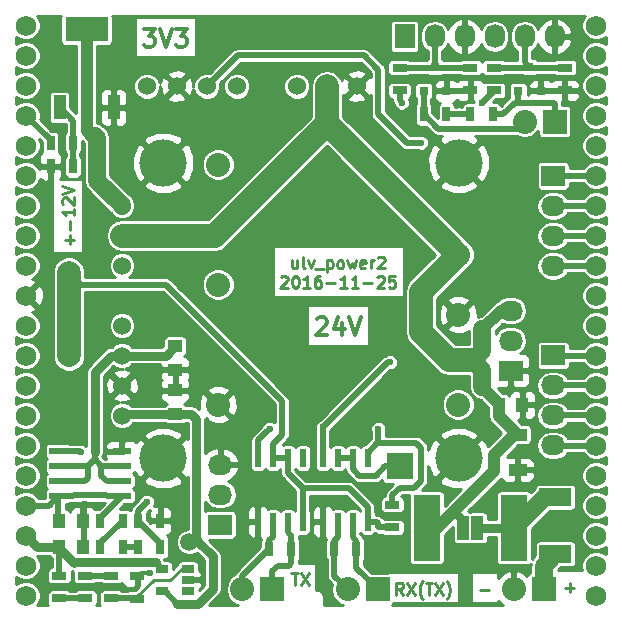
<source format=gtl>
G04 #@! TF.FileFunction,Copper,L1,Top,Signal*
%FSLAX46Y46*%
G04 Gerber Fmt 4.6, Leading zero omitted, Abs format (unit mm)*
G04 Created by KiCad (PCBNEW 4.0.2-stable) date Fri 25 Nov 2016 08:04:00 PM CET*
%MOMM*%
G01*
G04 APERTURE LIST*
%ADD10C,0.100000*%
%ADD11C,0.250000*%
%ADD12C,0.300000*%
%ADD13R,1.000000X1.250000*%
%ADD14R,2.700020X1.501140*%
%ADD15C,1.727200*%
%ADD16R,2.032000X1.727200*%
%ADD17O,2.032000X1.727200*%
%ADD18R,0.700000X1.300000*%
%ADD19R,1.250000X1.000000*%
%ADD20R,2.235200X2.235200*%
%ADD21R,1.300000X0.700000*%
%ADD22R,0.600000X1.550000*%
%ADD23R,1.550000X0.600000*%
%ADD24R,1.060000X0.650000*%
%ADD25C,4.000000*%
%ADD26C,1.524000*%
%ADD27R,1.727200X2.032000*%
%ADD28O,1.727200X2.032000*%
%ADD29R,2.032000X2.032000*%
%ADD30O,2.032000X2.032000*%
%ADD31R,3.657600X2.032000*%
%ADD32R,1.016000X2.032000*%
%ADD33R,0.800100X0.800100*%
%ADD34R,1.600000X1.000000*%
%ADD35R,2.300000X5.600000*%
%ADD36R,1.000000X2.000000*%
%ADD37C,2.032000*%
%ADD38C,0.600000*%
%ADD39C,2.000000*%
%ADD40C,1.500000*%
%ADD41C,0.500000*%
%ADD42C,2.000000*%
%ADD43C,1.500000*%
%ADD44C,0.750000*%
%ADD45C,1.000000*%
%ADD46C,0.254000*%
G04 APERTURE END LIST*
D10*
D11*
X146838095Y-127252381D02*
X147409524Y-127252381D01*
X147123809Y-128252381D02*
X147123809Y-127252381D01*
X147647619Y-127252381D02*
X148314286Y-128252381D01*
X148314286Y-127252381D02*
X147647619Y-128252381D01*
X156309524Y-129052381D02*
X155976190Y-128576190D01*
X155738095Y-129052381D02*
X155738095Y-128052381D01*
X156119048Y-128052381D01*
X156214286Y-128100000D01*
X156261905Y-128147619D01*
X156309524Y-128242857D01*
X156309524Y-128385714D01*
X156261905Y-128480952D01*
X156214286Y-128528571D01*
X156119048Y-128576190D01*
X155738095Y-128576190D01*
X156642857Y-128052381D02*
X157309524Y-129052381D01*
X157309524Y-128052381D02*
X156642857Y-129052381D01*
X157976191Y-129433333D02*
X157928571Y-129385714D01*
X157833333Y-129242857D01*
X157785714Y-129147619D01*
X157738095Y-129004762D01*
X157690476Y-128766667D01*
X157690476Y-128576190D01*
X157738095Y-128338095D01*
X157785714Y-128195238D01*
X157833333Y-128100000D01*
X157928571Y-127957143D01*
X157976191Y-127909524D01*
X158214286Y-128052381D02*
X158785715Y-128052381D01*
X158500000Y-129052381D02*
X158500000Y-128052381D01*
X159023810Y-128052381D02*
X159690477Y-129052381D01*
X159690477Y-128052381D02*
X159023810Y-129052381D01*
X159976191Y-129433333D02*
X160023810Y-129385714D01*
X160119048Y-129242857D01*
X160166667Y-129147619D01*
X160214286Y-129004762D01*
X160261905Y-128766667D01*
X160261905Y-128576190D01*
X160214286Y-128338095D01*
X160166667Y-128195238D01*
X160119048Y-128100000D01*
X160023810Y-127957143D01*
X159976191Y-127909524D01*
X162819048Y-128671429D02*
X163580953Y-128671429D01*
X170019048Y-128471429D02*
X170780953Y-128471429D01*
X170400001Y-128852381D02*
X170400001Y-128090476D01*
X147347619Y-100760714D02*
X147347619Y-101427381D01*
X146919047Y-100760714D02*
X146919047Y-101284524D01*
X146966666Y-101379762D01*
X147061904Y-101427381D01*
X147204762Y-101427381D01*
X147300000Y-101379762D01*
X147347619Y-101332143D01*
X147966666Y-101427381D02*
X147871428Y-101379762D01*
X147823809Y-101284524D01*
X147823809Y-100427381D01*
X148252381Y-100760714D02*
X148490476Y-101427381D01*
X148728572Y-100760714D01*
X148871429Y-101522619D02*
X149633334Y-101522619D01*
X149871429Y-100760714D02*
X149871429Y-101760714D01*
X149871429Y-100808333D02*
X149966667Y-100760714D01*
X150157144Y-100760714D01*
X150252382Y-100808333D01*
X150300001Y-100855952D01*
X150347620Y-100951190D01*
X150347620Y-101236905D01*
X150300001Y-101332143D01*
X150252382Y-101379762D01*
X150157144Y-101427381D01*
X149966667Y-101427381D01*
X149871429Y-101379762D01*
X150919048Y-101427381D02*
X150823810Y-101379762D01*
X150776191Y-101332143D01*
X150728572Y-101236905D01*
X150728572Y-100951190D01*
X150776191Y-100855952D01*
X150823810Y-100808333D01*
X150919048Y-100760714D01*
X151061906Y-100760714D01*
X151157144Y-100808333D01*
X151204763Y-100855952D01*
X151252382Y-100951190D01*
X151252382Y-101236905D01*
X151204763Y-101332143D01*
X151157144Y-101379762D01*
X151061906Y-101427381D01*
X150919048Y-101427381D01*
X151585715Y-100760714D02*
X151776191Y-101427381D01*
X151966668Y-100951190D01*
X152157144Y-101427381D01*
X152347620Y-100760714D01*
X153109525Y-101379762D02*
X153014287Y-101427381D01*
X152823810Y-101427381D01*
X152728572Y-101379762D01*
X152680953Y-101284524D01*
X152680953Y-100903571D01*
X152728572Y-100808333D01*
X152823810Y-100760714D01*
X153014287Y-100760714D01*
X153109525Y-100808333D01*
X153157144Y-100903571D01*
X153157144Y-100998810D01*
X152680953Y-101094048D01*
X153585715Y-101427381D02*
X153585715Y-100760714D01*
X153585715Y-100951190D02*
X153633334Y-100855952D01*
X153680953Y-100808333D01*
X153776191Y-100760714D01*
X153871430Y-100760714D01*
X154157144Y-100522619D02*
X154204763Y-100475000D01*
X154300001Y-100427381D01*
X154538097Y-100427381D01*
X154633335Y-100475000D01*
X154680954Y-100522619D01*
X154728573Y-100617857D01*
X154728573Y-100713095D01*
X154680954Y-100855952D01*
X154109525Y-101427381D01*
X154728573Y-101427381D01*
X145942857Y-102172619D02*
X145990476Y-102125000D01*
X146085714Y-102077381D01*
X146323810Y-102077381D01*
X146419048Y-102125000D01*
X146466667Y-102172619D01*
X146514286Y-102267857D01*
X146514286Y-102363095D01*
X146466667Y-102505952D01*
X145895238Y-103077381D01*
X146514286Y-103077381D01*
X147133333Y-102077381D02*
X147228572Y-102077381D01*
X147323810Y-102125000D01*
X147371429Y-102172619D01*
X147419048Y-102267857D01*
X147466667Y-102458333D01*
X147466667Y-102696429D01*
X147419048Y-102886905D01*
X147371429Y-102982143D01*
X147323810Y-103029762D01*
X147228572Y-103077381D01*
X147133333Y-103077381D01*
X147038095Y-103029762D01*
X146990476Y-102982143D01*
X146942857Y-102886905D01*
X146895238Y-102696429D01*
X146895238Y-102458333D01*
X146942857Y-102267857D01*
X146990476Y-102172619D01*
X147038095Y-102125000D01*
X147133333Y-102077381D01*
X148419048Y-103077381D02*
X147847619Y-103077381D01*
X148133333Y-103077381D02*
X148133333Y-102077381D01*
X148038095Y-102220238D01*
X147942857Y-102315476D01*
X147847619Y-102363095D01*
X149276191Y-102077381D02*
X149085714Y-102077381D01*
X148990476Y-102125000D01*
X148942857Y-102172619D01*
X148847619Y-102315476D01*
X148800000Y-102505952D01*
X148800000Y-102886905D01*
X148847619Y-102982143D01*
X148895238Y-103029762D01*
X148990476Y-103077381D01*
X149180953Y-103077381D01*
X149276191Y-103029762D01*
X149323810Y-102982143D01*
X149371429Y-102886905D01*
X149371429Y-102648810D01*
X149323810Y-102553571D01*
X149276191Y-102505952D01*
X149180953Y-102458333D01*
X148990476Y-102458333D01*
X148895238Y-102505952D01*
X148847619Y-102553571D01*
X148800000Y-102648810D01*
X149800000Y-102696429D02*
X150561905Y-102696429D01*
X151561905Y-103077381D02*
X150990476Y-103077381D01*
X151276190Y-103077381D02*
X151276190Y-102077381D01*
X151180952Y-102220238D01*
X151085714Y-102315476D01*
X150990476Y-102363095D01*
X152514286Y-103077381D02*
X151942857Y-103077381D01*
X152228571Y-103077381D02*
X152228571Y-102077381D01*
X152133333Y-102220238D01*
X152038095Y-102315476D01*
X151942857Y-102363095D01*
X152942857Y-102696429D02*
X153704762Y-102696429D01*
X154133333Y-102172619D02*
X154180952Y-102125000D01*
X154276190Y-102077381D01*
X154514286Y-102077381D01*
X154609524Y-102125000D01*
X154657143Y-102172619D01*
X154704762Y-102267857D01*
X154704762Y-102363095D01*
X154657143Y-102505952D01*
X154085714Y-103077381D01*
X154704762Y-103077381D01*
X155609524Y-102077381D02*
X155133333Y-102077381D01*
X155085714Y-102553571D01*
X155133333Y-102505952D01*
X155228571Y-102458333D01*
X155466667Y-102458333D01*
X155561905Y-102505952D01*
X155609524Y-102553571D01*
X155657143Y-102648810D01*
X155657143Y-102886905D01*
X155609524Y-102982143D01*
X155561905Y-103029762D01*
X155466667Y-103077381D01*
X155228571Y-103077381D01*
X155133333Y-103029762D01*
X155085714Y-102982143D01*
D12*
X149014286Y-105721429D02*
X149085715Y-105650000D01*
X149228572Y-105578571D01*
X149585715Y-105578571D01*
X149728572Y-105650000D01*
X149800001Y-105721429D01*
X149871429Y-105864286D01*
X149871429Y-106007143D01*
X149800001Y-106221429D01*
X148942858Y-107078571D01*
X149871429Y-107078571D01*
X151157143Y-106078571D02*
X151157143Y-107078571D01*
X150800000Y-105507143D02*
X150442857Y-106578571D01*
X151371429Y-106578571D01*
X151728571Y-105578571D02*
X152228571Y-107078571D01*
X152728571Y-105578571D01*
D11*
X128071429Y-99380952D02*
X128071429Y-98619047D01*
X128452381Y-98999999D02*
X127690476Y-98999999D01*
X128071429Y-98142857D02*
X128071429Y-97380952D01*
X128452381Y-96380952D02*
X128452381Y-96952381D01*
X128452381Y-96666667D02*
X127452381Y-96666667D01*
X127595238Y-96761905D01*
X127690476Y-96857143D01*
X127738095Y-96952381D01*
X127547619Y-96000000D02*
X127500000Y-95952381D01*
X127452381Y-95857143D01*
X127452381Y-95619047D01*
X127500000Y-95523809D01*
X127547619Y-95476190D01*
X127642857Y-95428571D01*
X127738095Y-95428571D01*
X127880952Y-95476190D01*
X128452381Y-96047619D01*
X128452381Y-95428571D01*
X127452381Y-95142857D02*
X128452381Y-94809524D01*
X127452381Y-94476190D01*
D12*
X134342858Y-81178571D02*
X135271429Y-81178571D01*
X134771429Y-81750000D01*
X134985715Y-81750000D01*
X135128572Y-81821429D01*
X135200001Y-81892857D01*
X135271429Y-82035714D01*
X135271429Y-82392857D01*
X135200001Y-82535714D01*
X135128572Y-82607143D01*
X134985715Y-82678571D01*
X134557143Y-82678571D01*
X134414286Y-82607143D01*
X134342858Y-82535714D01*
X135700000Y-81178571D02*
X136200000Y-82678571D01*
X136700000Y-81178571D01*
X137057143Y-81178571D02*
X137985714Y-81178571D01*
X137485714Y-81750000D01*
X137700000Y-81750000D01*
X137842857Y-81821429D01*
X137914286Y-81892857D01*
X137985714Y-82035714D01*
X137985714Y-82392857D01*
X137914286Y-82535714D01*
X137842857Y-82607143D01*
X137700000Y-82678571D01*
X137271428Y-82678571D01*
X137128571Y-82607143D01*
X137057143Y-82535714D01*
D13*
X166400000Y-113000000D03*
X164400000Y-113000000D03*
D14*
X169200000Y-120799700D03*
X169200000Y-125600300D03*
D15*
X124371100Y-80873600D03*
X124371100Y-83413600D03*
X124371100Y-85953600D03*
X124371100Y-88493600D03*
X124371100Y-91033600D03*
X124371100Y-93573600D03*
X124371100Y-96113600D03*
X124371100Y-98653600D03*
X124371100Y-101193600D03*
X124371100Y-103733600D03*
X124371100Y-106273600D03*
X124371100Y-108813600D03*
X124371100Y-111353600D03*
X124371100Y-113893600D03*
X124371100Y-116433600D03*
X124371100Y-118973600D03*
X124371100Y-121513600D03*
X124371100Y-124053600D03*
X124371100Y-126593600D03*
X124371100Y-129133600D03*
X172631100Y-129133600D03*
X172631100Y-126593600D03*
X172631100Y-124053600D03*
X172631100Y-121513600D03*
X172631100Y-118973600D03*
X172631100Y-116433600D03*
X172631100Y-113893600D03*
X172631100Y-111353600D03*
X172631100Y-108813600D03*
X172631100Y-106273600D03*
X172631100Y-103733600D03*
X172631100Y-101193600D03*
X172631100Y-98653600D03*
X172631100Y-96113600D03*
X172631100Y-93573600D03*
X172631100Y-91033600D03*
X172631100Y-88493600D03*
X172631100Y-85953600D03*
X172631100Y-83413600D03*
X172631100Y-80873600D03*
D16*
X140800000Y-123140000D03*
D17*
X140800000Y-120600000D03*
X140800000Y-118060000D03*
D16*
X165400000Y-110080000D03*
D17*
X165400000Y-107540000D03*
X165400000Y-105000000D03*
D18*
X126450000Y-92800000D03*
X128350000Y-92800000D03*
X128350000Y-90800000D03*
X126450000Y-90800000D03*
D19*
X137000000Y-108000000D03*
X137000000Y-110000000D03*
D13*
X127200000Y-122800000D03*
X129200000Y-122800000D03*
D19*
X137000000Y-111750000D03*
X137000000Y-113750000D03*
D13*
X127200000Y-125000000D03*
X129200000Y-125000000D03*
D20*
X156000000Y-118200000D03*
D21*
X155400000Y-123350000D03*
X155400000Y-121450000D03*
D18*
X152350000Y-125200000D03*
X150450000Y-125200000D03*
X135750000Y-122800000D03*
X133850000Y-122800000D03*
X135750000Y-125000000D03*
X133850000Y-125000000D03*
X146850000Y-125200000D03*
X144950000Y-125200000D03*
X132550000Y-125000000D03*
X130650000Y-125000000D03*
X130650000Y-122800000D03*
X132550000Y-122800000D03*
D21*
X133800000Y-127500000D03*
X133800000Y-129400000D03*
X131600000Y-129350000D03*
X131600000Y-127450000D03*
X129400000Y-127450000D03*
X129400000Y-129350000D03*
X127200000Y-129350000D03*
X127200000Y-127450000D03*
D22*
X153305000Y-117500000D03*
X152035000Y-117500000D03*
X150765000Y-117500000D03*
X149495000Y-117500000D03*
X149495000Y-122900000D03*
X150765000Y-122900000D03*
X152035000Y-122900000D03*
X153305000Y-122900000D03*
X147805000Y-117500000D03*
X146535000Y-117500000D03*
X145265000Y-117500000D03*
X143995000Y-117500000D03*
X143995000Y-122900000D03*
X145265000Y-122900000D03*
X146535000Y-122900000D03*
X147805000Y-122900000D03*
D23*
X127100000Y-116895000D03*
X127100000Y-118165000D03*
X127100000Y-119435000D03*
X127100000Y-120705000D03*
X132500000Y-120705000D03*
X132500000Y-119435000D03*
X132500000Y-118165000D03*
X132500000Y-116895000D03*
D24*
X138100000Y-128750000D03*
X138100000Y-127800000D03*
X138100000Y-126850000D03*
X135900000Y-126850000D03*
X135900000Y-128750000D03*
D25*
X136000000Y-117500000D03*
X161000000Y-117500000D03*
X136000000Y-92500000D03*
X161000000Y-92500000D03*
D26*
X152390000Y-86000000D03*
X149850000Y-86000000D03*
X147310000Y-86000000D03*
X142230000Y-86000000D03*
X139690000Y-86000000D03*
X137150000Y-86000000D03*
X134610000Y-86000000D03*
X132500000Y-96110000D03*
X132500000Y-98650000D03*
X132500000Y-101190000D03*
X132500000Y-106270000D03*
X132500000Y-108810000D03*
X132500000Y-111350000D03*
X132500000Y-113890000D03*
D27*
X156420000Y-81800000D03*
D28*
X158960000Y-81800000D03*
X161500000Y-81800000D03*
X164040000Y-81800000D03*
X166580000Y-81800000D03*
X169120000Y-81800000D03*
D29*
X169140000Y-89000000D03*
D30*
X166600000Y-89000000D03*
D31*
X129500000Y-81198000D03*
D32*
X129500000Y-87802000D03*
X131786000Y-87802000D03*
X127214000Y-87802000D03*
D33*
X158050000Y-86400760D03*
X159950000Y-86400760D03*
X159000000Y-84401780D03*
X166050000Y-86400760D03*
X167950000Y-86400760D03*
X167000000Y-84401780D03*
D21*
X156000000Y-86350000D03*
X156000000Y-84450000D03*
X164000000Y-86350000D03*
X164000000Y-84450000D03*
D18*
X158050000Y-88400000D03*
X159950000Y-88400000D03*
D21*
X162000000Y-84450000D03*
X162000000Y-86350000D03*
D18*
X163900000Y-88400000D03*
X162000000Y-88400000D03*
D21*
X170000000Y-84450000D03*
X170000000Y-86350000D03*
D16*
X169000000Y-93600000D03*
D17*
X169000000Y-96140000D03*
X169000000Y-98680000D03*
X169000000Y-101220000D03*
D16*
X169000000Y-108800000D03*
D17*
X169000000Y-111340000D03*
X169000000Y-113880000D03*
X169000000Y-116420000D03*
D34*
X166000000Y-118500000D03*
X166000000Y-115500000D03*
D35*
X165700000Y-123400000D03*
X158300000Y-123400000D03*
D36*
X162600000Y-123400000D03*
X161400000Y-123400000D03*
D29*
X168200000Y-128600000D03*
D30*
X165660000Y-128600000D03*
D29*
X154140000Y-128600000D03*
D30*
X151600000Y-128600000D03*
D29*
X145200000Y-128600000D03*
D30*
X142660000Y-128600000D03*
D37*
X140640000Y-112960000D03*
X140640000Y-102800000D03*
X140640000Y-92640000D03*
X160960000Y-112960000D03*
X160960000Y-105340000D03*
X160960000Y-100260000D03*
D38*
X134871116Y-127208708D03*
X129400000Y-121400000D03*
X158000000Y-83400000D03*
X149400000Y-121200000D03*
X163000000Y-87400000D03*
X156200000Y-87400000D03*
X157800000Y-90800000D03*
D39*
X128000000Y-101800002D03*
X128000000Y-108800000D03*
D38*
X161000000Y-88400000D03*
D40*
X138199998Y-124600000D03*
D38*
X145000000Y-115000000D03*
X155200000Y-109400000D03*
X149495000Y-114905000D03*
X154200000Y-115000000D03*
X128999996Y-117000000D03*
X134600000Y-121200000D03*
D12*
X134446852Y-127208708D02*
X134871116Y-127208708D01*
X134091292Y-127208708D02*
X134446852Y-127208708D01*
X133800000Y-127500000D02*
X134091292Y-127208708D01*
D41*
X134862408Y-127200000D02*
X134871116Y-127208708D01*
X134800000Y-127200000D02*
X134862408Y-127200000D01*
X129200000Y-122800000D02*
X129200000Y-121600000D01*
X129200000Y-121600000D02*
X129400000Y-121400000D01*
X149495000Y-122900000D02*
X149495000Y-121295000D01*
X149495000Y-121295000D02*
X149400000Y-121200000D01*
D42*
X160960000Y-100260000D02*
X157800000Y-103420000D01*
X157800000Y-103420000D02*
X157800000Y-106800000D01*
X157800000Y-106800000D02*
X160200000Y-109200000D01*
X160200000Y-109200000D02*
X162200000Y-109200000D01*
D43*
X163000000Y-106600000D02*
X163000000Y-108400000D01*
X163000000Y-108400000D02*
X162200000Y-109200000D01*
X163000000Y-111475000D02*
X163000000Y-110000000D01*
X163000000Y-110000000D02*
X162200000Y-109200000D01*
D44*
X161400000Y-123400000D02*
X161400000Y-122800000D01*
X161400000Y-122800000D02*
X160600000Y-122000000D01*
D42*
X149850000Y-89150000D02*
X140350000Y-98650000D01*
X140350000Y-98650000D02*
X133577630Y-98650000D01*
X133577630Y-98650000D02*
X132500000Y-98650000D01*
X160960000Y-100260000D02*
X149850000Y-89150000D01*
X149850000Y-89150000D02*
X149850000Y-86000000D01*
D45*
X164400000Y-113000000D02*
X164400000Y-112875000D01*
X164400000Y-112875000D02*
X163000000Y-111475000D01*
X163000000Y-106600000D02*
X164600000Y-105000000D01*
X164600000Y-105000000D02*
X165400000Y-105000000D01*
X164000000Y-118600000D02*
X160600000Y-122000000D01*
X160600000Y-122000000D02*
X159200000Y-123400000D01*
X159200000Y-123400000D02*
X158300000Y-123400000D01*
X164000000Y-117200000D02*
X164000000Y-118600000D01*
X166000000Y-115500000D02*
X165700000Y-115500000D01*
X165700000Y-115500000D02*
X164000000Y-117200000D01*
X166000000Y-115500000D02*
X164400000Y-113900000D01*
X164400000Y-113900000D02*
X164400000Y-113000000D01*
D43*
X168200000Y-128600000D02*
X168200000Y-126600300D01*
X168200000Y-126600300D02*
X169200000Y-125600300D01*
D41*
X126450000Y-90800000D02*
X126450000Y-90572500D01*
X126450000Y-90572500D02*
X124371100Y-88493600D01*
X164000000Y-86350000D02*
X164000000Y-86400000D01*
X164000000Y-86400000D02*
X163000000Y-87400000D01*
X156000000Y-86350000D02*
X156000000Y-87200000D01*
X156000000Y-87200000D02*
X156200000Y-87400000D01*
X128000000Y-101800002D02*
X128999999Y-102800001D01*
X128999999Y-102800001D02*
X136200001Y-102800001D01*
X136200001Y-102800001D02*
X146065000Y-112665000D01*
X146065000Y-112665000D02*
X146065000Y-115535000D01*
X146065000Y-115535000D02*
X145265000Y-116335000D01*
X145265000Y-116335000D02*
X145265000Y-117500000D01*
X139690000Y-86000000D02*
X142290000Y-83400000D01*
X142290000Y-83400000D02*
X153000000Y-83400000D01*
X154200000Y-88400000D02*
X156600000Y-90800000D01*
X153000000Y-83400000D02*
X154200000Y-84600000D01*
X154200000Y-84600000D02*
X154200000Y-88400000D01*
X156600000Y-90800000D02*
X157800000Y-90800000D01*
X154200000Y-123300000D02*
X154200000Y-122995000D01*
X154200000Y-122995000D02*
X154105000Y-122900000D01*
X154105000Y-122900000D02*
X153305000Y-122900000D01*
X155400000Y-123350000D02*
X154250000Y-123350000D01*
X154250000Y-123350000D02*
X154200000Y-123300000D01*
X153305000Y-122900000D02*
X153305000Y-121625000D01*
X153305000Y-121625000D02*
X151725000Y-120045000D01*
X151725000Y-120045000D02*
X147805000Y-120045000D01*
X146535000Y-117500000D02*
X146535000Y-118775000D01*
X146535000Y-118775000D02*
X147805000Y-120045000D01*
X147805000Y-120045000D02*
X147805000Y-121625000D01*
X147805000Y-121625000D02*
X147805000Y-122900000D01*
X146535000Y-117500000D02*
X145265000Y-117500000D01*
D42*
X128000000Y-108800000D02*
X128000000Y-101800002D01*
D41*
X161000000Y-88400000D02*
X159950000Y-88400000D01*
X162000000Y-88400000D02*
X161000000Y-88400000D01*
D44*
X132500000Y-108810000D02*
X131590000Y-108810000D01*
X130200000Y-110200000D02*
X130200000Y-117000000D01*
X131590000Y-108810000D02*
X130200000Y-110200000D01*
D41*
X127100000Y-119435000D02*
X129365000Y-119435000D01*
X129365000Y-119435000D02*
X129635000Y-119165000D01*
X129635000Y-119165000D02*
X129635000Y-118165000D01*
X132500000Y-119435000D02*
X131225000Y-119435000D01*
X131225000Y-119435000D02*
X130765000Y-118975000D01*
X130765000Y-118975000D02*
X130765000Y-118165000D01*
X130200000Y-117600000D02*
X129635000Y-118165000D01*
X129635000Y-118165000D02*
X127100000Y-118165000D01*
X130200000Y-117000000D02*
X130200000Y-117600000D01*
X130200000Y-117600000D02*
X130765000Y-118165000D01*
X130765000Y-118165000D02*
X132500000Y-118165000D01*
D44*
X132500000Y-108810000D02*
X136190000Y-108810000D01*
X136190000Y-108810000D02*
X137000000Y-108000000D01*
X132500000Y-113890000D02*
X132590000Y-113800000D01*
X132590000Y-113800000D02*
X136950000Y-113800000D01*
X136950000Y-113800000D02*
X137000000Y-113750000D01*
D45*
X138600000Y-124600000D02*
X138199998Y-124600000D01*
X138800000Y-124400000D02*
X138600000Y-124600000D01*
D44*
X137000000Y-113750000D02*
X138375000Y-113750000D01*
X138375000Y-113750000D02*
X138800000Y-114175000D01*
X138800000Y-114175000D02*
X138800000Y-124400000D01*
X138800000Y-124400000D02*
X140200000Y-125800000D01*
X140200000Y-125800000D02*
X140200000Y-128540002D01*
X140200000Y-128540002D02*
X138915002Y-129825000D01*
X138915002Y-129825000D02*
X137180000Y-129825000D01*
D41*
X137180000Y-129825000D02*
X136105000Y-128750000D01*
X136105000Y-128750000D02*
X135900000Y-128750000D01*
X144700001Y-115299999D02*
X145000000Y-115000000D01*
X143995000Y-116005000D02*
X144700001Y-115299999D01*
X143995000Y-117500000D02*
X143995000Y-116005000D01*
X155000000Y-109400000D02*
X155200000Y-109400000D01*
X149495000Y-114905000D02*
X155000000Y-109400000D01*
X149495000Y-114905000D02*
X149495000Y-117500000D01*
X154200000Y-115000000D02*
X154200000Y-116130000D01*
X154200000Y-116130000D02*
X154105000Y-116225000D01*
X155400000Y-121450000D02*
X155400000Y-120600000D01*
X155400000Y-120600000D02*
X156000000Y-120000000D01*
X156000000Y-120000000D02*
X157245202Y-120000000D01*
X157245202Y-120000000D02*
X157800000Y-119445202D01*
X157800000Y-119445202D02*
X157800000Y-116600000D01*
X157800000Y-116600000D02*
X157425000Y-116225000D01*
X154105000Y-116225000D02*
X153305000Y-117025000D01*
X153305000Y-117025000D02*
X153305000Y-117500000D01*
X157425000Y-116225000D02*
X154105000Y-116225000D01*
X128350000Y-90800000D02*
X128350000Y-88938000D01*
X128350000Y-88938000D02*
X127214000Y-87802000D01*
X128350000Y-92800000D02*
X128350000Y-90800000D01*
D43*
X132500000Y-96110000D02*
X132500000Y-96100000D01*
X132500000Y-96100000D02*
X130400000Y-94000000D01*
X130400000Y-94000000D02*
X130400000Y-90400000D01*
X130400000Y-90400000D02*
X130200000Y-90200000D01*
D45*
X129500000Y-87802000D02*
X129500000Y-81198000D01*
X130200000Y-90200000D02*
X129882000Y-90200000D01*
X129882000Y-90200000D02*
X129500000Y-89818000D01*
X129500000Y-89818000D02*
X129500000Y-87802000D01*
D41*
X128375000Y-120705000D02*
X127100000Y-120705000D01*
X131169998Y-120649998D02*
X128430002Y-120649998D01*
X131225000Y-120705000D02*
X131169998Y-120649998D01*
X128430002Y-120649998D02*
X128375000Y-120705000D01*
X132500000Y-120705000D02*
X131225000Y-120705000D01*
X130650000Y-122800000D02*
X130650000Y-122555000D01*
X130650000Y-122555000D02*
X132500000Y-120705000D01*
X127100000Y-120705000D02*
X127100000Y-122700000D01*
X127100000Y-122700000D02*
X127200000Y-122800000D01*
X124371100Y-121513600D02*
X126291400Y-121513600D01*
X126291400Y-121513600D02*
X127100000Y-120705000D01*
D44*
X127200000Y-125125000D02*
X127200000Y-125000000D01*
X128524998Y-126324998D02*
X128474996Y-126375000D01*
X135374998Y-126324998D02*
X128524998Y-126324998D01*
D41*
X135900000Y-126850000D02*
X135374998Y-126324998D01*
D44*
X128450000Y-126375000D02*
X127200000Y-125125000D01*
X128474996Y-126375000D02*
X128450000Y-126375000D01*
X127200000Y-125000000D02*
X125317500Y-125000000D01*
X125317500Y-125000000D02*
X124371100Y-124053600D01*
D41*
X127200000Y-127450000D02*
X127200000Y-125000000D01*
X169000000Y-113880000D02*
X172617500Y-113880000D01*
X172617500Y-113880000D02*
X172631100Y-113893600D01*
X169000000Y-111340000D02*
X172617500Y-111340000D01*
X172617500Y-111340000D02*
X172631100Y-111353600D01*
X172631100Y-108813600D02*
X169013600Y-108813600D01*
X169013600Y-108813600D02*
X169000000Y-108800000D01*
X172631100Y-98653600D02*
X169026400Y-98653600D01*
X169026400Y-98653600D02*
X169000000Y-98680000D01*
X172631100Y-96113600D02*
X169026400Y-96113600D01*
X169026400Y-96113600D02*
X169000000Y-96140000D01*
X172631100Y-93573600D02*
X169026400Y-93573600D01*
X169026400Y-93573600D02*
X169000000Y-93600000D01*
X150450000Y-125200000D02*
X150450000Y-124490000D01*
X150450000Y-124490000D02*
X150765000Y-124175000D01*
X150765000Y-122900000D02*
X150765000Y-124175000D01*
X150765000Y-124175000D02*
X150740000Y-124200000D01*
X150450000Y-125200000D02*
X150450000Y-127450000D01*
X150450000Y-127450000D02*
X151600000Y-128600000D01*
X152350000Y-125200000D02*
X152350000Y-124490000D01*
X152350000Y-124490000D02*
X152035000Y-124175000D01*
X152035000Y-122900000D02*
X152035000Y-124175000D01*
X152035000Y-124175000D02*
X152060000Y-124200000D01*
X152350000Y-125200000D02*
X152350000Y-126810000D01*
X152350000Y-126810000D02*
X154140000Y-128600000D01*
X142660000Y-128600000D02*
X142660000Y-127490000D01*
X142660000Y-127490000D02*
X144950000Y-125200000D01*
X145265000Y-122900000D02*
X145265000Y-124135000D01*
X145265000Y-124135000D02*
X144950000Y-124450000D01*
X144950000Y-124450000D02*
X144950000Y-125200000D01*
X146535000Y-122900000D02*
X146535000Y-123735000D01*
X146535000Y-123735000D02*
X146850000Y-124050000D01*
X146850000Y-125200000D02*
X146850000Y-124050000D01*
X146850000Y-124050000D02*
X146800000Y-124000000D01*
X146600000Y-126600000D02*
X145684000Y-126600000D01*
X145200000Y-127084000D02*
X145200000Y-128600000D01*
X145684000Y-126600000D02*
X145200000Y-127084000D01*
X146850000Y-125200000D02*
X146850000Y-126350000D01*
X146850000Y-126350000D02*
X146600000Y-126600000D01*
X156000000Y-118200000D02*
X154800000Y-118200000D01*
X154800000Y-118200000D02*
X154000000Y-119000000D01*
X154000000Y-119000000D02*
X152600000Y-119000000D01*
X152600000Y-119000000D02*
X152035000Y-118435000D01*
X152035000Y-118435000D02*
X152035000Y-117500000D01*
X152035000Y-117500000D02*
X150765000Y-117500000D01*
X128894996Y-116895000D02*
X128999996Y-117000000D01*
X127100000Y-116895000D02*
X128894996Y-116895000D01*
X133850000Y-122800000D02*
X133850000Y-121950000D01*
X133850000Y-121950000D02*
X134600000Y-121200000D01*
X135750000Y-125000000D02*
X135750000Y-124700000D01*
X135750000Y-124700000D02*
X133850000Y-122800000D01*
X132550000Y-125000000D02*
X133850000Y-125000000D01*
X130650000Y-125000000D02*
X130650000Y-124700000D01*
X130650000Y-124700000D02*
X132550000Y-122800000D01*
D11*
X133800000Y-129400000D02*
X133800000Y-129200000D01*
X133800000Y-129200000D02*
X135200000Y-127800000D01*
X135200000Y-127800000D02*
X136600000Y-127800000D01*
X136600000Y-127800000D02*
X137550000Y-126850000D01*
X137550000Y-126850000D02*
X138100000Y-126850000D01*
D41*
X131600000Y-129350000D02*
X133750000Y-129350000D01*
X133750000Y-129350000D02*
X133800000Y-129400000D01*
X129400000Y-127450000D02*
X131600000Y-127450000D01*
X127200000Y-129350000D02*
X129400000Y-129350000D01*
X172631100Y-116433600D02*
X169013600Y-116433600D01*
X169013600Y-116433600D02*
X169000000Y-116420000D01*
X172631100Y-101193600D02*
X169026400Y-101193600D01*
X169026400Y-101193600D02*
X169000000Y-101220000D01*
X162000000Y-84450000D02*
X159048220Y-84450000D01*
X159048220Y-84450000D02*
X159000000Y-84401780D01*
X156000000Y-84450000D02*
X158951780Y-84450000D01*
X158951780Y-84450000D02*
X159000000Y-84401780D01*
X159000000Y-84401780D02*
X159000000Y-81940000D01*
X159000000Y-81940000D02*
X158960000Y-81900000D01*
X170000000Y-84450000D02*
X167048220Y-84450000D01*
X167048220Y-84450000D02*
X167000000Y-84401780D01*
X164000000Y-84450000D02*
X166951780Y-84450000D01*
X166951780Y-84450000D02*
X167000000Y-84401780D01*
X166580000Y-81900000D02*
X166580000Y-83981780D01*
X166580000Y-83981780D02*
X167000000Y-84401780D01*
X163900000Y-88400000D02*
X164750000Y-88400000D01*
X164750000Y-88400000D02*
X165750000Y-87400000D01*
X165750000Y-87400000D02*
X166149190Y-87400000D01*
X169056000Y-87400000D02*
X166149190Y-87400000D01*
X166149190Y-87400000D02*
X166050000Y-87300810D01*
X166050000Y-87300810D02*
X166050000Y-86400760D01*
X169140000Y-89000000D02*
X169140000Y-87484000D01*
X169140000Y-87484000D02*
X169056000Y-87400000D01*
X166600000Y-89000000D02*
X166000000Y-89600000D01*
X166000000Y-89600000D02*
X159250000Y-89600000D01*
X159250000Y-89600000D02*
X158050000Y-88400000D01*
X158050000Y-88400000D02*
X158050000Y-86400760D01*
D44*
X162600000Y-123400000D02*
X165700000Y-123400000D01*
D43*
X169200000Y-120799700D02*
X168300300Y-120799700D01*
X168300300Y-120799700D02*
X165700000Y-123400000D01*
D46*
G36*
X152678000Y-121884712D02*
X152678000Y-121935790D01*
X152669370Y-121948420D01*
X152610530Y-121856980D01*
X152484547Y-121770899D01*
X152335000Y-121740615D01*
X151735000Y-121740615D01*
X151595292Y-121766903D01*
X151466980Y-121849470D01*
X151399370Y-121948420D01*
X151340530Y-121856980D01*
X151214547Y-121770899D01*
X151065000Y-121740615D01*
X150465000Y-121740615D01*
X150333361Y-121765385D01*
X150333327Y-121765302D01*
X150154699Y-121586673D01*
X149921310Y-121490000D01*
X149780750Y-121490000D01*
X149622000Y-121648750D01*
X149622000Y-122773000D01*
X149642000Y-122773000D01*
X149642000Y-123027000D01*
X149622000Y-123027000D01*
X149622000Y-124151250D01*
X149780750Y-124310000D01*
X149807703Y-124310000D01*
X149745899Y-124400453D01*
X149715615Y-124550000D01*
X149715615Y-125850000D01*
X149741903Y-125989708D01*
X149823000Y-126115736D01*
X149823000Y-127450000D01*
X149870728Y-127689943D01*
X149934744Y-127785750D01*
X150006644Y-127893356D01*
X150286471Y-128173183D01*
X150207000Y-128572710D01*
X150207000Y-128627290D01*
X150313036Y-129160368D01*
X150615000Y-129612290D01*
X151066922Y-129914254D01*
X151254673Y-129951600D01*
X149588100Y-129951600D01*
X149588100Y-129133600D01*
X149553694Y-128960627D01*
X149455712Y-128813988D01*
X149309073Y-128716006D01*
X149136100Y-128681600D01*
X148959143Y-128681600D01*
X148959143Y-126348000D01*
X147477000Y-126348000D01*
X147477000Y-126112387D01*
X147554101Y-125999547D01*
X147584385Y-125850000D01*
X147584385Y-124550000D01*
X147558097Y-124410292D01*
X147477000Y-124284264D01*
X147477000Y-124053715D01*
X147505000Y-124059385D01*
X148105000Y-124059385D01*
X148244708Y-124033097D01*
X148373020Y-123950530D01*
X148459101Y-123824547D01*
X148489385Y-123675000D01*
X148489385Y-123185750D01*
X148560000Y-123185750D01*
X148560000Y-123801309D01*
X148656673Y-124034698D01*
X148835301Y-124213327D01*
X149068690Y-124310000D01*
X149209250Y-124310000D01*
X149368000Y-124151250D01*
X149368000Y-123027000D01*
X148718750Y-123027000D01*
X148560000Y-123185750D01*
X148489385Y-123185750D01*
X148489385Y-122125000D01*
X148465619Y-121998691D01*
X148560000Y-121998691D01*
X148560000Y-122614250D01*
X148718750Y-122773000D01*
X149368000Y-122773000D01*
X149368000Y-121648750D01*
X149209250Y-121490000D01*
X149068690Y-121490000D01*
X148835301Y-121586673D01*
X148656673Y-121765302D01*
X148560000Y-121998691D01*
X148465619Y-121998691D01*
X148463097Y-121985292D01*
X148432000Y-121936966D01*
X148432000Y-120672000D01*
X151465288Y-120672000D01*
X152678000Y-121884712D01*
X152678000Y-121884712D01*
G37*
X152678000Y-121884712D02*
X152678000Y-121935790D01*
X152669370Y-121948420D01*
X152610530Y-121856980D01*
X152484547Y-121770899D01*
X152335000Y-121740615D01*
X151735000Y-121740615D01*
X151595292Y-121766903D01*
X151466980Y-121849470D01*
X151399370Y-121948420D01*
X151340530Y-121856980D01*
X151214547Y-121770899D01*
X151065000Y-121740615D01*
X150465000Y-121740615D01*
X150333361Y-121765385D01*
X150333327Y-121765302D01*
X150154699Y-121586673D01*
X149921310Y-121490000D01*
X149780750Y-121490000D01*
X149622000Y-121648750D01*
X149622000Y-122773000D01*
X149642000Y-122773000D01*
X149642000Y-123027000D01*
X149622000Y-123027000D01*
X149622000Y-124151250D01*
X149780750Y-124310000D01*
X149807703Y-124310000D01*
X149745899Y-124400453D01*
X149715615Y-124550000D01*
X149715615Y-125850000D01*
X149741903Y-125989708D01*
X149823000Y-126115736D01*
X149823000Y-127450000D01*
X149870728Y-127689943D01*
X149934744Y-127785750D01*
X150006644Y-127893356D01*
X150286471Y-128173183D01*
X150207000Y-128572710D01*
X150207000Y-128627290D01*
X150313036Y-129160368D01*
X150615000Y-129612290D01*
X151066922Y-129914254D01*
X151254673Y-129951600D01*
X149588100Y-129951600D01*
X149588100Y-129133600D01*
X149553694Y-128960627D01*
X149455712Y-128813988D01*
X149309073Y-128716006D01*
X149136100Y-128681600D01*
X148959143Y-128681600D01*
X148959143Y-126348000D01*
X147477000Y-126348000D01*
X147477000Y-126112387D01*
X147554101Y-125999547D01*
X147584385Y-125850000D01*
X147584385Y-124550000D01*
X147558097Y-124410292D01*
X147477000Y-124284264D01*
X147477000Y-124053715D01*
X147505000Y-124059385D01*
X148105000Y-124059385D01*
X148244708Y-124033097D01*
X148373020Y-123950530D01*
X148459101Y-123824547D01*
X148489385Y-123675000D01*
X148489385Y-123185750D01*
X148560000Y-123185750D01*
X148560000Y-123801309D01*
X148656673Y-124034698D01*
X148835301Y-124213327D01*
X149068690Y-124310000D01*
X149209250Y-124310000D01*
X149368000Y-124151250D01*
X149368000Y-123027000D01*
X148718750Y-123027000D01*
X148560000Y-123185750D01*
X148489385Y-123185750D01*
X148489385Y-122125000D01*
X148465619Y-121998691D01*
X148560000Y-121998691D01*
X148560000Y-122614250D01*
X148718750Y-122773000D01*
X149368000Y-122773000D01*
X149368000Y-121648750D01*
X149209250Y-121490000D01*
X149068690Y-121490000D01*
X148835301Y-121586673D01*
X148656673Y-121765302D01*
X148560000Y-121998691D01*
X148465619Y-121998691D01*
X148463097Y-121985292D01*
X148432000Y-121936966D01*
X148432000Y-120672000D01*
X151465288Y-120672000D01*
X152678000Y-121884712D01*
G36*
X127286815Y-80182000D02*
X127286815Y-82214000D01*
X127313103Y-82353708D01*
X127395670Y-82482020D01*
X127521653Y-82568101D01*
X127671200Y-82598385D01*
X128623000Y-82598385D01*
X128623000Y-86710027D01*
X128607615Y-86786000D01*
X128607615Y-88308903D01*
X128106385Y-87807673D01*
X128106385Y-86786000D01*
X128080097Y-86646292D01*
X127997530Y-86517980D01*
X127871547Y-86431899D01*
X127722000Y-86401615D01*
X126706000Y-86401615D01*
X126566292Y-86427903D01*
X126437980Y-86510470D01*
X126351899Y-86636453D01*
X126321615Y-86786000D01*
X126321615Y-88818000D01*
X126347903Y-88957708D01*
X126430470Y-89086020D01*
X126556453Y-89172101D01*
X126706000Y-89202385D01*
X127722000Y-89202385D01*
X127723000Y-89202197D01*
X127723000Y-89887613D01*
X127645899Y-90000453D01*
X127615615Y-90150000D01*
X127615615Y-91450000D01*
X127641903Y-91589708D01*
X127723000Y-91715736D01*
X127723000Y-91887613D01*
X127645899Y-92000453D01*
X127615615Y-92150000D01*
X127615615Y-93450000D01*
X127641903Y-93589708D01*
X127724470Y-93718020D01*
X127850453Y-93804101D01*
X128000000Y-93834385D01*
X128700000Y-93834385D01*
X128839708Y-93808097D01*
X128968020Y-93725530D01*
X129054101Y-93599547D01*
X129084385Y-93450000D01*
X129084385Y-92150000D01*
X129058097Y-92010292D01*
X128977000Y-91884264D01*
X128977000Y-91712387D01*
X129054101Y-91599547D01*
X129084385Y-91450000D01*
X129084385Y-90642650D01*
X129261865Y-90820130D01*
X129261867Y-90820133D01*
X129273000Y-90827572D01*
X129273000Y-94000000D01*
X129358788Y-94431284D01*
X129603091Y-94796909D01*
X131515047Y-96708866D01*
X131533840Y-96754349D01*
X131853966Y-97075034D01*
X132272445Y-97248802D01*
X132725567Y-97249197D01*
X133144349Y-97076160D01*
X133465034Y-96756034D01*
X133638802Y-96337555D01*
X133639197Y-95884433D01*
X133466160Y-95465651D01*
X133146034Y-95144966D01*
X133133637Y-95139818D01*
X132368841Y-94375022D01*
X134304584Y-94375022D01*
X134525353Y-94745743D01*
X135497012Y-95139119D01*
X136545247Y-95130713D01*
X137474647Y-94745743D01*
X137695416Y-94375022D01*
X136000000Y-92679605D01*
X134304584Y-94375022D01*
X132368841Y-94375022D01*
X131527000Y-93533182D01*
X131527000Y-91997012D01*
X133360881Y-91997012D01*
X133369287Y-93045247D01*
X133754257Y-93974647D01*
X134124978Y-94195416D01*
X135820395Y-92500000D01*
X136179605Y-92500000D01*
X137875022Y-94195416D01*
X138245743Y-93974647D01*
X138639119Y-93002988D01*
X138638421Y-92915869D01*
X139246759Y-92915869D01*
X139458384Y-93428040D01*
X139849899Y-93820239D01*
X140361700Y-94032757D01*
X140915869Y-94033241D01*
X141428040Y-93821616D01*
X141820239Y-93430101D01*
X142032757Y-92918300D01*
X142033241Y-92364131D01*
X141821616Y-91851960D01*
X141430101Y-91459761D01*
X140918300Y-91247243D01*
X140364131Y-91246759D01*
X139851960Y-91458384D01*
X139459761Y-91849899D01*
X139247243Y-92361700D01*
X139246759Y-92915869D01*
X138638421Y-92915869D01*
X138630713Y-91954753D01*
X138245743Y-91025353D01*
X137875022Y-90804584D01*
X136179605Y-92500000D01*
X135820395Y-92500000D01*
X134124978Y-90804584D01*
X133754257Y-91025353D01*
X133360881Y-91997012D01*
X131527000Y-91997012D01*
X131527000Y-90624978D01*
X134304584Y-90624978D01*
X136000000Y-92320395D01*
X137695416Y-90624978D01*
X137474647Y-90254257D01*
X136502988Y-89860881D01*
X135454753Y-89869287D01*
X134525353Y-90254257D01*
X134304584Y-90624978D01*
X131527000Y-90624978D01*
X131527000Y-90400000D01*
X131441212Y-89968716D01*
X131340507Y-89818000D01*
X131196910Y-89603091D01*
X130996909Y-89403091D01*
X130940981Y-89365721D01*
X131151691Y-89453000D01*
X131500250Y-89453000D01*
X131659000Y-89294250D01*
X131659000Y-87929000D01*
X131913000Y-87929000D01*
X131913000Y-89294250D01*
X132071750Y-89453000D01*
X132420309Y-89453000D01*
X132653698Y-89356327D01*
X132832327Y-89177699D01*
X132929000Y-88944310D01*
X132929000Y-88087750D01*
X132770250Y-87929000D01*
X131913000Y-87929000D01*
X131659000Y-87929000D01*
X130801750Y-87929000D01*
X130643000Y-88087750D01*
X130643000Y-88944310D01*
X130739673Y-89177699D01*
X130900944Y-89338969D01*
X130631284Y-89158788D01*
X130377000Y-89108208D01*
X130377000Y-88893973D01*
X130392385Y-88818000D01*
X130392385Y-86786000D01*
X130377000Y-86704236D01*
X130377000Y-86659690D01*
X130643000Y-86659690D01*
X130643000Y-87516250D01*
X130801750Y-87675000D01*
X131659000Y-87675000D01*
X131659000Y-86309750D01*
X131913000Y-86309750D01*
X131913000Y-87675000D01*
X132770250Y-87675000D01*
X132929000Y-87516250D01*
X132929000Y-86659690D01*
X132832327Y-86426301D01*
X132653698Y-86247673D01*
X132600330Y-86225567D01*
X133470803Y-86225567D01*
X133643840Y-86644349D01*
X133963966Y-86965034D01*
X134382445Y-87138802D01*
X134835567Y-87139197D01*
X135220338Y-86980213D01*
X136349392Y-86980213D01*
X136418857Y-87222397D01*
X136942302Y-87409144D01*
X137497368Y-87381362D01*
X137881143Y-87222397D01*
X137950608Y-86980213D01*
X137150000Y-86179605D01*
X136349392Y-86980213D01*
X135220338Y-86980213D01*
X135254349Y-86966160D01*
X135575034Y-86646034D01*
X135748802Y-86227555D01*
X135749039Y-85955791D01*
X135768638Y-86347368D01*
X135927603Y-86731143D01*
X136169787Y-86800608D01*
X136970395Y-86000000D01*
X137329605Y-86000000D01*
X138130213Y-86800608D01*
X138372397Y-86731143D01*
X138551858Y-86228120D01*
X138723840Y-86644349D01*
X139043966Y-86965034D01*
X139462445Y-87138802D01*
X139915567Y-87139197D01*
X140334349Y-86966160D01*
X140655034Y-86646034D01*
X140828802Y-86227555D01*
X140828803Y-86225567D01*
X141090803Y-86225567D01*
X141263840Y-86644349D01*
X141583966Y-86965034D01*
X142002445Y-87138802D01*
X142455567Y-87139197D01*
X142874349Y-86966160D01*
X143195034Y-86646034D01*
X143368802Y-86227555D01*
X143368803Y-86225567D01*
X146170803Y-86225567D01*
X146343840Y-86644349D01*
X146663966Y-86965034D01*
X147082445Y-87138802D01*
X147535567Y-87139197D01*
X147954349Y-86966160D01*
X148275034Y-86646034D01*
X148448802Y-86227555D01*
X148449197Y-85774433D01*
X148276160Y-85355651D01*
X147956034Y-85034966D01*
X147537555Y-84861198D01*
X147084433Y-84860803D01*
X146665651Y-85033840D01*
X146344966Y-85353966D01*
X146171198Y-85772445D01*
X146170803Y-86225567D01*
X143368803Y-86225567D01*
X143369197Y-85774433D01*
X143196160Y-85355651D01*
X142876034Y-85034966D01*
X142457555Y-84861198D01*
X142004433Y-84860803D01*
X141585651Y-85033840D01*
X141264966Y-85353966D01*
X141091198Y-85772445D01*
X141090803Y-86225567D01*
X140828803Y-86225567D01*
X140829197Y-85774433D01*
X140821327Y-85755385D01*
X142549712Y-84027000D01*
X152740288Y-84027000D01*
X153573000Y-84859712D01*
X153573000Y-85257557D01*
X153370213Y-85199392D01*
X152569605Y-86000000D01*
X153370213Y-86800608D01*
X153573000Y-86742443D01*
X153573000Y-88400000D01*
X153620728Y-88639943D01*
X153683269Y-88733542D01*
X153756644Y-88843356D01*
X156156644Y-91243356D01*
X156360058Y-91379273D01*
X156600000Y-91427000D01*
X157544617Y-91427000D01*
X157664746Y-91476882D01*
X157934073Y-91477117D01*
X158182989Y-91374267D01*
X158373598Y-91183990D01*
X158476882Y-90935254D01*
X158477117Y-90665927D01*
X158374267Y-90417011D01*
X158183990Y-90226402D01*
X157935254Y-90123118D01*
X157665927Y-90122883D01*
X157544635Y-90173000D01*
X156859712Y-90173000D01*
X154827000Y-88140288D01*
X154827000Y-86000000D01*
X154965615Y-86000000D01*
X154965615Y-86700000D01*
X154991903Y-86839708D01*
X155074470Y-86968020D01*
X155200453Y-87054101D01*
X155350000Y-87084385D01*
X155373000Y-87084385D01*
X155373000Y-87200000D01*
X155420728Y-87439943D01*
X155488087Y-87540753D01*
X155556644Y-87643356D01*
X155576061Y-87662773D01*
X155625733Y-87782989D01*
X155816010Y-87973598D01*
X156064746Y-88076882D01*
X156334073Y-88077117D01*
X156582989Y-87974267D01*
X156773598Y-87783990D01*
X156876882Y-87535254D01*
X156877117Y-87265927D01*
X156790921Y-87057317D01*
X156918020Y-86975530D01*
X157004101Y-86849547D01*
X157034385Y-86700000D01*
X157034385Y-86000710D01*
X157265565Y-86000710D01*
X157265565Y-86800810D01*
X157291853Y-86940518D01*
X157374420Y-87068830D01*
X157423000Y-87102023D01*
X157423000Y-87487613D01*
X157345899Y-87600453D01*
X157315615Y-87750000D01*
X157315615Y-89050000D01*
X157341903Y-89189708D01*
X157424470Y-89318020D01*
X157550453Y-89404101D01*
X157700000Y-89434385D01*
X158197673Y-89434385D01*
X158806644Y-90043356D01*
X159010057Y-90179272D01*
X159250000Y-90227000D01*
X159591157Y-90227000D01*
X159525353Y-90254257D01*
X159304584Y-90624978D01*
X161000000Y-92320395D01*
X162695416Y-90624978D01*
X162474647Y-90254257D01*
X162407321Y-90227000D01*
X165936337Y-90227000D01*
X166066922Y-90314254D01*
X166600000Y-90420290D01*
X167133078Y-90314254D01*
X167585000Y-90012290D01*
X167739615Y-89780892D01*
X167739615Y-90016000D01*
X167765903Y-90155708D01*
X167848470Y-90284020D01*
X167974453Y-90370101D01*
X168124000Y-90400385D01*
X170156000Y-90400385D01*
X170295708Y-90374097D01*
X170424020Y-90291530D01*
X170510101Y-90165547D01*
X170540385Y-90016000D01*
X170540385Y-87984000D01*
X170514097Y-87844292D01*
X170431530Y-87715980D01*
X170305547Y-87629899D01*
X170156000Y-87599615D01*
X169767000Y-87599615D01*
X169767000Y-87484000D01*
X169758498Y-87441257D01*
X169733528Y-87315722D01*
X169873000Y-87176250D01*
X169873000Y-86477000D01*
X170127000Y-86477000D01*
X170127000Y-87176250D01*
X170285750Y-87335000D01*
X170776310Y-87335000D01*
X171009699Y-87238327D01*
X171188327Y-87059698D01*
X171285000Y-86826309D01*
X171285000Y-86635750D01*
X171126250Y-86477000D01*
X170127000Y-86477000D01*
X169873000Y-86477000D01*
X168873750Y-86477000D01*
X168822990Y-86527760D01*
X168077000Y-86527760D01*
X168077000Y-86547760D01*
X167823000Y-86547760D01*
X167823000Y-86527760D01*
X167073700Y-86527760D01*
X166914950Y-86686510D01*
X166914950Y-86773000D01*
X166834435Y-86773000D01*
X166834435Y-86000710D01*
X166810669Y-85874400D01*
X166914950Y-85874400D01*
X166914950Y-86115010D01*
X167073700Y-86273760D01*
X167823000Y-86273760D01*
X167823000Y-85524460D01*
X168077000Y-85524460D01*
X168077000Y-86273760D01*
X168826300Y-86273760D01*
X168877060Y-86223000D01*
X169873000Y-86223000D01*
X169873000Y-85523750D01*
X170127000Y-85523750D01*
X170127000Y-86223000D01*
X171126250Y-86223000D01*
X171285000Y-86064250D01*
X171285000Y-85873691D01*
X171188327Y-85640302D01*
X171009699Y-85461673D01*
X170776310Y-85365000D01*
X170285750Y-85365000D01*
X170127000Y-85523750D01*
X169873000Y-85523750D01*
X169714250Y-85365000D01*
X169223690Y-85365000D01*
X168990301Y-85461673D01*
X168849670Y-85602305D01*
X168709748Y-85462383D01*
X168476359Y-85365710D01*
X168235750Y-85365710D01*
X168077000Y-85524460D01*
X167823000Y-85524460D01*
X167664250Y-85365710D01*
X167423641Y-85365710D01*
X167190252Y-85462383D01*
X167011623Y-85641011D01*
X166914950Y-85874400D01*
X166810669Y-85874400D01*
X166808147Y-85861002D01*
X166725580Y-85732690D01*
X166599597Y-85646609D01*
X166450050Y-85616325D01*
X165649950Y-85616325D01*
X165510242Y-85642613D01*
X165381930Y-85725180D01*
X165295849Y-85851163D01*
X165265565Y-86000710D01*
X165265565Y-86800810D01*
X165291853Y-86940518D01*
X165303958Y-86959330D01*
X164615207Y-87648081D01*
X164608097Y-87610292D01*
X164525530Y-87481980D01*
X164399547Y-87395899D01*
X164250000Y-87365615D01*
X163921097Y-87365615D01*
X164202327Y-87084385D01*
X164650000Y-87084385D01*
X164789708Y-87058097D01*
X164918020Y-86975530D01*
X165004101Y-86849547D01*
X165034385Y-86700000D01*
X165034385Y-86000000D01*
X165008097Y-85860292D01*
X164925530Y-85731980D01*
X164799547Y-85645899D01*
X164650000Y-85615615D01*
X163350000Y-85615615D01*
X163210292Y-85641903D01*
X163193473Y-85652726D01*
X163188327Y-85640302D01*
X163009699Y-85461673D01*
X162776310Y-85365000D01*
X162285750Y-85365000D01*
X162127000Y-85523750D01*
X162127000Y-86223000D01*
X162147000Y-86223000D01*
X162147000Y-86477000D01*
X162127000Y-86477000D01*
X162127000Y-87176250D01*
X162285750Y-87335000D01*
X162323057Y-87335000D01*
X162323030Y-87365615D01*
X161650000Y-87365615D01*
X161510292Y-87391903D01*
X161381980Y-87474470D01*
X161295899Y-87600453D01*
X161265615Y-87750000D01*
X161265615Y-87773000D01*
X161255383Y-87773000D01*
X161135254Y-87723118D01*
X160865927Y-87722883D01*
X160744635Y-87773000D01*
X160684385Y-87773000D01*
X160684385Y-87750000D01*
X160658097Y-87610292D01*
X160575530Y-87481980D01*
X160496032Y-87427661D01*
X160709748Y-87339137D01*
X160888377Y-87160509D01*
X160895438Y-87143463D01*
X160990301Y-87238327D01*
X161223690Y-87335000D01*
X161714250Y-87335000D01*
X161873000Y-87176250D01*
X161873000Y-86477000D01*
X160873750Y-86477000D01*
X160822990Y-86527760D01*
X160077000Y-86527760D01*
X160077000Y-86547760D01*
X159823000Y-86547760D01*
X159823000Y-86527760D01*
X159073700Y-86527760D01*
X158914950Y-86686510D01*
X158914950Y-86927120D01*
X159011623Y-87160509D01*
X159190252Y-87339137D01*
X159404427Y-87427851D01*
X159331980Y-87474470D01*
X159245899Y-87600453D01*
X159215615Y-87750000D01*
X159215615Y-88678903D01*
X158784385Y-88247673D01*
X158784385Y-87750000D01*
X158758097Y-87610292D01*
X158677000Y-87484264D01*
X158677000Y-87102768D01*
X158718070Y-87076340D01*
X158804151Y-86950357D01*
X158834435Y-86800810D01*
X158834435Y-86000710D01*
X158810669Y-85874400D01*
X158914950Y-85874400D01*
X158914950Y-86115010D01*
X159073700Y-86273760D01*
X159823000Y-86273760D01*
X159823000Y-85524460D01*
X160077000Y-85524460D01*
X160077000Y-86273760D01*
X160826300Y-86273760D01*
X160877060Y-86223000D01*
X161873000Y-86223000D01*
X161873000Y-85523750D01*
X161714250Y-85365000D01*
X161223690Y-85365000D01*
X160990301Y-85461673D01*
X160849670Y-85602305D01*
X160709748Y-85462383D01*
X160476359Y-85365710D01*
X160235750Y-85365710D01*
X160077000Y-85524460D01*
X159823000Y-85524460D01*
X159664250Y-85365710D01*
X159423641Y-85365710D01*
X159190252Y-85462383D01*
X159011623Y-85641011D01*
X158914950Y-85874400D01*
X158810669Y-85874400D01*
X158808147Y-85861002D01*
X158725580Y-85732690D01*
X158599597Y-85646609D01*
X158450050Y-85616325D01*
X157649950Y-85616325D01*
X157510242Y-85642613D01*
X157381930Y-85725180D01*
X157295849Y-85851163D01*
X157265565Y-86000710D01*
X157034385Y-86000710D01*
X157034385Y-86000000D01*
X157008097Y-85860292D01*
X156925530Y-85731980D01*
X156799547Y-85645899D01*
X156650000Y-85615615D01*
X155350000Y-85615615D01*
X155210292Y-85641903D01*
X155081980Y-85724470D01*
X154995899Y-85850453D01*
X154965615Y-86000000D01*
X154827000Y-86000000D01*
X154827000Y-84600000D01*
X154779272Y-84360057D01*
X154643356Y-84156644D01*
X154586712Y-84100000D01*
X154965615Y-84100000D01*
X154965615Y-84800000D01*
X154991903Y-84939708D01*
X155074470Y-85068020D01*
X155200453Y-85154101D01*
X155350000Y-85184385D01*
X156650000Y-85184385D01*
X156789708Y-85158097D01*
X156915736Y-85077000D01*
X158334884Y-85077000D01*
X158450403Y-85155931D01*
X158599950Y-85186215D01*
X159400050Y-85186215D01*
X159539758Y-85159927D01*
X159668070Y-85077360D01*
X159668316Y-85077000D01*
X161087613Y-85077000D01*
X161200453Y-85154101D01*
X161350000Y-85184385D01*
X162650000Y-85184385D01*
X162789708Y-85158097D01*
X162918020Y-85075530D01*
X163001080Y-84953969D01*
X163074470Y-85068020D01*
X163200453Y-85154101D01*
X163350000Y-85184385D01*
X164650000Y-85184385D01*
X164789708Y-85158097D01*
X164915736Y-85077000D01*
X166334884Y-85077000D01*
X166450403Y-85155931D01*
X166599950Y-85186215D01*
X167400050Y-85186215D01*
X167539758Y-85159927D01*
X167668070Y-85077360D01*
X167668316Y-85077000D01*
X169087613Y-85077000D01*
X169200453Y-85154101D01*
X169350000Y-85184385D01*
X170650000Y-85184385D01*
X170789708Y-85158097D01*
X170918020Y-85075530D01*
X171004101Y-84949547D01*
X171034385Y-84800000D01*
X171034385Y-84100000D01*
X171008097Y-83960292D01*
X170925530Y-83831980D01*
X170799547Y-83745899D01*
X170650000Y-83715615D01*
X169350000Y-83715615D01*
X169210292Y-83741903D01*
X169084264Y-83823000D01*
X167733037Y-83823000D01*
X167675580Y-83733710D01*
X167549597Y-83647629D01*
X167400050Y-83617345D01*
X167207000Y-83617345D01*
X167207000Y-83024130D01*
X167457237Y-82856927D01*
X167726165Y-82454447D01*
X167730145Y-82434439D01*
X167828046Y-82714320D01*
X168217964Y-83150732D01*
X168745209Y-83404709D01*
X168760974Y-83407358D01*
X168993000Y-83286217D01*
X168993000Y-81927000D01*
X169247000Y-81927000D01*
X169247000Y-83286217D01*
X169479026Y-83407358D01*
X169494791Y-83404709D01*
X170022036Y-83150732D01*
X170411954Y-82714320D01*
X170605184Y-82161913D01*
X170460924Y-81927000D01*
X169247000Y-81927000D01*
X168993000Y-81927000D01*
X168973000Y-81927000D01*
X168973000Y-81673000D01*
X168993000Y-81673000D01*
X168993000Y-80313783D01*
X169247000Y-80313783D01*
X169247000Y-81673000D01*
X170460924Y-81673000D01*
X170605184Y-81438087D01*
X170411954Y-80885680D01*
X170022036Y-80449268D01*
X169494791Y-80195291D01*
X169479026Y-80192642D01*
X169247000Y-80313783D01*
X168993000Y-80313783D01*
X168760974Y-80192642D01*
X168745209Y-80195291D01*
X168217964Y-80449268D01*
X167828046Y-80885680D01*
X167730145Y-81165561D01*
X167726165Y-81145553D01*
X167457237Y-80743073D01*
X167054757Y-80474145D01*
X166580000Y-80379710D01*
X166105243Y-80474145D01*
X165702763Y-80743073D01*
X165433835Y-81145553D01*
X165339400Y-81620310D01*
X165339400Y-81979690D01*
X165433835Y-82454447D01*
X165702763Y-82856927D01*
X165953000Y-83024130D01*
X165953000Y-83823000D01*
X164912387Y-83823000D01*
X164799547Y-83745899D01*
X164650000Y-83715615D01*
X163350000Y-83715615D01*
X163210292Y-83741903D01*
X163081980Y-83824470D01*
X162998920Y-83946031D01*
X162925530Y-83831980D01*
X162799547Y-83745899D01*
X162650000Y-83715615D01*
X161350000Y-83715615D01*
X161210292Y-83741903D01*
X161084264Y-83823000D01*
X159733037Y-83823000D01*
X159675580Y-83733710D01*
X159627000Y-83700517D01*
X159627000Y-82997403D01*
X159837237Y-82856927D01*
X160106165Y-82454447D01*
X160110145Y-82434439D01*
X160208046Y-82714320D01*
X160597964Y-83150732D01*
X161125209Y-83404709D01*
X161140974Y-83407358D01*
X161373000Y-83286217D01*
X161373000Y-81927000D01*
X161353000Y-81927000D01*
X161353000Y-81673000D01*
X161373000Y-81673000D01*
X161373000Y-80313783D01*
X161627000Y-80313783D01*
X161627000Y-81673000D01*
X161647000Y-81673000D01*
X161647000Y-81927000D01*
X161627000Y-81927000D01*
X161627000Y-83286217D01*
X161859026Y-83407358D01*
X161874791Y-83404709D01*
X162402036Y-83150732D01*
X162791954Y-82714320D01*
X162889855Y-82434439D01*
X162893835Y-82454447D01*
X163162763Y-82856927D01*
X163565243Y-83125855D01*
X164040000Y-83220290D01*
X164514757Y-83125855D01*
X164917237Y-82856927D01*
X165186165Y-82454447D01*
X165280600Y-81979690D01*
X165280600Y-81620310D01*
X165186165Y-81145553D01*
X164917237Y-80743073D01*
X164514757Y-80474145D01*
X164040000Y-80379710D01*
X163565243Y-80474145D01*
X163162763Y-80743073D01*
X162893835Y-81145553D01*
X162889855Y-81165561D01*
X162791954Y-80885680D01*
X162402036Y-80449268D01*
X161874791Y-80195291D01*
X161859026Y-80192642D01*
X161627000Y-80313783D01*
X161373000Y-80313783D01*
X161140974Y-80192642D01*
X161125209Y-80195291D01*
X160597964Y-80449268D01*
X160208046Y-80885680D01*
X160110145Y-81165561D01*
X160106165Y-81145553D01*
X159837237Y-80743073D01*
X159434757Y-80474145D01*
X158960000Y-80379710D01*
X158485243Y-80474145D01*
X158082763Y-80743073D01*
X157813835Y-81145553D01*
X157719400Y-81620310D01*
X157719400Y-81979690D01*
X157813835Y-82454447D01*
X158082763Y-82856927D01*
X158373000Y-83050857D01*
X158373000Y-83699772D01*
X158331930Y-83726200D01*
X158265789Y-83823000D01*
X156912387Y-83823000D01*
X156799547Y-83745899D01*
X156650000Y-83715615D01*
X155350000Y-83715615D01*
X155210292Y-83741903D01*
X155081980Y-83824470D01*
X154995899Y-83950453D01*
X154965615Y-84100000D01*
X154586712Y-84100000D01*
X153443356Y-82956644D01*
X153441955Y-82955708D01*
X153239943Y-82820728D01*
X153000000Y-82773000D01*
X142290000Y-82773000D01*
X142050057Y-82820728D01*
X141848045Y-82955708D01*
X141846644Y-82956644D01*
X139934891Y-84868397D01*
X139917555Y-84861198D01*
X139464433Y-84860803D01*
X139045651Y-85033840D01*
X138724966Y-85353966D01*
X138551198Y-85772445D01*
X138550961Y-86044209D01*
X138531362Y-85652632D01*
X138372397Y-85268857D01*
X138130213Y-85199392D01*
X137329605Y-86000000D01*
X136970395Y-86000000D01*
X136169787Y-85199392D01*
X135927603Y-85268857D01*
X135748142Y-85771880D01*
X135576160Y-85355651D01*
X135256034Y-85034966D01*
X135219479Y-85019787D01*
X136349392Y-85019787D01*
X137150000Y-85820395D01*
X137950608Y-85019787D01*
X137881143Y-84777603D01*
X137357698Y-84590856D01*
X136802632Y-84618638D01*
X136418857Y-84777603D01*
X136349392Y-85019787D01*
X135219479Y-85019787D01*
X134837555Y-84861198D01*
X134384433Y-84860803D01*
X133965651Y-85033840D01*
X133644966Y-85353966D01*
X133471198Y-85772445D01*
X133470803Y-86225567D01*
X132600330Y-86225567D01*
X132420309Y-86151000D01*
X132071750Y-86151000D01*
X131913000Y-86309750D01*
X131659000Y-86309750D01*
X131500250Y-86151000D01*
X131151691Y-86151000D01*
X130918302Y-86247673D01*
X130739673Y-86426301D01*
X130643000Y-86659690D01*
X130377000Y-86659690D01*
X130377000Y-82598385D01*
X131328800Y-82598385D01*
X131468508Y-82572097D01*
X131596820Y-82489530D01*
X131682901Y-82363547D01*
X131713185Y-82214000D01*
X131713185Y-80182000D01*
X131702084Y-80123000D01*
X133601572Y-80123000D01*
X133601572Y-83577000D01*
X138798428Y-83577000D01*
X138798428Y-80784000D01*
X155172015Y-80784000D01*
X155172015Y-82816000D01*
X155198303Y-82955708D01*
X155280870Y-83084020D01*
X155406853Y-83170101D01*
X155556400Y-83200385D01*
X157283600Y-83200385D01*
X157423308Y-83174097D01*
X157551620Y-83091530D01*
X157637701Y-82965547D01*
X157667985Y-82816000D01*
X157667985Y-80784000D01*
X157641697Y-80644292D01*
X157559130Y-80515980D01*
X157433147Y-80429899D01*
X157283600Y-80399615D01*
X155556400Y-80399615D01*
X155416692Y-80425903D01*
X155288380Y-80508470D01*
X155202299Y-80634453D01*
X155172015Y-80784000D01*
X138798428Y-80784000D01*
X138798428Y-80123000D01*
X133601572Y-80123000D01*
X131702084Y-80123000D01*
X131689401Y-80055600D01*
X171694523Y-80055600D01*
X171579984Y-80169939D01*
X171390716Y-80625747D01*
X171390285Y-81119288D01*
X171578757Y-81575425D01*
X171927439Y-81924716D01*
X172383247Y-82113984D01*
X172876788Y-82114415D01*
X173332925Y-81925943D01*
X173449100Y-81809971D01*
X173449100Y-82477023D01*
X173334761Y-82362484D01*
X172878953Y-82173216D01*
X172385412Y-82172785D01*
X171929275Y-82361257D01*
X171579984Y-82709939D01*
X171390716Y-83165747D01*
X171390285Y-83659288D01*
X171578757Y-84115425D01*
X171927439Y-84464716D01*
X172383247Y-84653984D01*
X172876788Y-84654415D01*
X173332925Y-84465943D01*
X173449100Y-84349971D01*
X173449100Y-85017023D01*
X173334761Y-84902484D01*
X172878953Y-84713216D01*
X172385412Y-84712785D01*
X171929275Y-84901257D01*
X171579984Y-85249939D01*
X171390716Y-85705747D01*
X171390285Y-86199288D01*
X171578757Y-86655425D01*
X171927439Y-87004716D01*
X172383247Y-87193984D01*
X172876788Y-87194415D01*
X173332925Y-87005943D01*
X173449100Y-86889971D01*
X173449100Y-87557023D01*
X173334761Y-87442484D01*
X172878953Y-87253216D01*
X172385412Y-87252785D01*
X171929275Y-87441257D01*
X171579984Y-87789939D01*
X171390716Y-88245747D01*
X171390285Y-88739288D01*
X171578757Y-89195425D01*
X171927439Y-89544716D01*
X172383247Y-89733984D01*
X172876788Y-89734415D01*
X173332925Y-89545943D01*
X173449100Y-89429971D01*
X173449100Y-90097023D01*
X173334761Y-89982484D01*
X172878953Y-89793216D01*
X172385412Y-89792785D01*
X171929275Y-89981257D01*
X171579984Y-90329939D01*
X171390716Y-90785747D01*
X171390285Y-91279288D01*
X171578757Y-91735425D01*
X171927439Y-92084716D01*
X172383247Y-92273984D01*
X172876788Y-92274415D01*
X173332925Y-92085943D01*
X173449100Y-91969971D01*
X173449100Y-92637023D01*
X173334761Y-92522484D01*
X172878953Y-92333216D01*
X172385412Y-92332785D01*
X171929275Y-92521257D01*
X171579984Y-92869939D01*
X171548152Y-92946600D01*
X170400385Y-92946600D01*
X170400385Y-92736400D01*
X170374097Y-92596692D01*
X170291530Y-92468380D01*
X170165547Y-92382299D01*
X170016000Y-92352015D01*
X167984000Y-92352015D01*
X167844292Y-92378303D01*
X167715980Y-92460870D01*
X167629899Y-92586853D01*
X167599615Y-92736400D01*
X167599615Y-94463600D01*
X167625903Y-94603308D01*
X167708470Y-94731620D01*
X167834453Y-94817701D01*
X167984000Y-94847985D01*
X170016000Y-94847985D01*
X170155708Y-94821697D01*
X170284020Y-94739130D01*
X170370101Y-94613147D01*
X170400385Y-94463600D01*
X170400385Y-94200600D01*
X171547840Y-94200600D01*
X171578757Y-94275425D01*
X171927439Y-94624716D01*
X172383247Y-94813984D01*
X172876788Y-94814415D01*
X173332925Y-94625943D01*
X173449100Y-94509971D01*
X173449100Y-95177023D01*
X173334761Y-95062484D01*
X172878953Y-94873216D01*
X172385412Y-94872785D01*
X171929275Y-95061257D01*
X171579984Y-95409939D01*
X171548152Y-95486600D01*
X170206490Y-95486600D01*
X170056927Y-95262763D01*
X169654447Y-94993835D01*
X169179690Y-94899400D01*
X168820310Y-94899400D01*
X168345553Y-94993835D01*
X167943073Y-95262763D01*
X167674145Y-95665243D01*
X167579710Y-96140000D01*
X167674145Y-96614757D01*
X167943073Y-97017237D01*
X168345553Y-97286165D01*
X168820310Y-97380600D01*
X169179690Y-97380600D01*
X169654447Y-97286165D01*
X170056927Y-97017237D01*
X170241770Y-96740600D01*
X171547840Y-96740600D01*
X171578757Y-96815425D01*
X171927439Y-97164716D01*
X172383247Y-97353984D01*
X172876788Y-97354415D01*
X173332925Y-97165943D01*
X173449100Y-97049971D01*
X173449100Y-97717023D01*
X173334761Y-97602484D01*
X172878953Y-97413216D01*
X172385412Y-97412785D01*
X171929275Y-97601257D01*
X171579984Y-97949939D01*
X171548152Y-98026600D01*
X170206490Y-98026600D01*
X170056927Y-97802763D01*
X169654447Y-97533835D01*
X169179690Y-97439400D01*
X168820310Y-97439400D01*
X168345553Y-97533835D01*
X167943073Y-97802763D01*
X167674145Y-98205243D01*
X167579710Y-98680000D01*
X167674145Y-99154757D01*
X167943073Y-99557237D01*
X168345553Y-99826165D01*
X168820310Y-99920600D01*
X169179690Y-99920600D01*
X169654447Y-99826165D01*
X170056927Y-99557237D01*
X170241770Y-99280600D01*
X171547840Y-99280600D01*
X171578757Y-99355425D01*
X171927439Y-99704716D01*
X172383247Y-99893984D01*
X172876788Y-99894415D01*
X173332925Y-99705943D01*
X173449100Y-99589971D01*
X173449100Y-100257023D01*
X173334761Y-100142484D01*
X172878953Y-99953216D01*
X172385412Y-99952785D01*
X171929275Y-100141257D01*
X171579984Y-100489939D01*
X171548152Y-100566600D01*
X170206490Y-100566600D01*
X170056927Y-100342763D01*
X169654447Y-100073835D01*
X169179690Y-99979400D01*
X168820310Y-99979400D01*
X168345553Y-100073835D01*
X167943073Y-100342763D01*
X167674145Y-100745243D01*
X167579710Y-101220000D01*
X167674145Y-101694757D01*
X167943073Y-102097237D01*
X168345553Y-102366165D01*
X168820310Y-102460600D01*
X169179690Y-102460600D01*
X169654447Y-102366165D01*
X170056927Y-102097237D01*
X170241770Y-101820600D01*
X171547840Y-101820600D01*
X171578757Y-101895425D01*
X171927439Y-102244716D01*
X172383247Y-102433984D01*
X172876788Y-102434415D01*
X173332925Y-102245943D01*
X173449100Y-102129971D01*
X173449100Y-102797023D01*
X173334761Y-102682484D01*
X172878953Y-102493216D01*
X172385412Y-102492785D01*
X171929275Y-102681257D01*
X171579984Y-103029939D01*
X171390716Y-103485747D01*
X171390285Y-103979288D01*
X171578757Y-104435425D01*
X171927439Y-104784716D01*
X172383247Y-104973984D01*
X172876788Y-104974415D01*
X173332925Y-104785943D01*
X173449100Y-104669971D01*
X173449100Y-105337023D01*
X173334761Y-105222484D01*
X172878953Y-105033216D01*
X172385412Y-105032785D01*
X171929275Y-105221257D01*
X171579984Y-105569939D01*
X171390716Y-106025747D01*
X171390285Y-106519288D01*
X171578757Y-106975425D01*
X171927439Y-107324716D01*
X172383247Y-107513984D01*
X172876788Y-107514415D01*
X173332925Y-107325943D01*
X173449100Y-107209971D01*
X173449100Y-107877023D01*
X173334761Y-107762484D01*
X172878953Y-107573216D01*
X172385412Y-107572785D01*
X171929275Y-107761257D01*
X171579984Y-108109939D01*
X171548152Y-108186600D01*
X170400385Y-108186600D01*
X170400385Y-107936400D01*
X170374097Y-107796692D01*
X170291530Y-107668380D01*
X170165547Y-107582299D01*
X170016000Y-107552015D01*
X167984000Y-107552015D01*
X167844292Y-107578303D01*
X167715980Y-107660870D01*
X167629899Y-107786853D01*
X167599615Y-107936400D01*
X167599615Y-109663600D01*
X167625903Y-109803308D01*
X167708470Y-109931620D01*
X167834453Y-110017701D01*
X167984000Y-110047985D01*
X170016000Y-110047985D01*
X170155708Y-110021697D01*
X170284020Y-109939130D01*
X170370101Y-109813147D01*
X170400385Y-109663600D01*
X170400385Y-109440600D01*
X171547840Y-109440600D01*
X171578757Y-109515425D01*
X171927439Y-109864716D01*
X172383247Y-110053984D01*
X172876788Y-110054415D01*
X173332925Y-109865943D01*
X173449100Y-109749971D01*
X173449100Y-110417023D01*
X173334761Y-110302484D01*
X172878953Y-110113216D01*
X172385412Y-110112785D01*
X171929275Y-110301257D01*
X171579984Y-110649939D01*
X171553799Y-110713000D01*
X170224130Y-110713000D01*
X170056927Y-110462763D01*
X169654447Y-110193835D01*
X169179690Y-110099400D01*
X168820310Y-110099400D01*
X168345553Y-110193835D01*
X167943073Y-110462763D01*
X167674145Y-110865243D01*
X167579710Y-111340000D01*
X167674145Y-111814757D01*
X167943073Y-112217237D01*
X168345553Y-112486165D01*
X168820310Y-112580600D01*
X169179690Y-112580600D01*
X169654447Y-112486165D01*
X170056927Y-112217237D01*
X170224130Y-111967000D01*
X171542221Y-111967000D01*
X171578757Y-112055425D01*
X171927439Y-112404716D01*
X172383247Y-112593984D01*
X172876788Y-112594415D01*
X173332925Y-112405943D01*
X173449100Y-112289971D01*
X173449100Y-112957023D01*
X173334761Y-112842484D01*
X172878953Y-112653216D01*
X172385412Y-112652785D01*
X171929275Y-112841257D01*
X171579984Y-113189939D01*
X171553799Y-113253000D01*
X170224130Y-113253000D01*
X170056927Y-113002763D01*
X169654447Y-112733835D01*
X169179690Y-112639400D01*
X168820310Y-112639400D01*
X168345553Y-112733835D01*
X167943073Y-113002763D01*
X167674145Y-113405243D01*
X167579710Y-113880000D01*
X167674145Y-114354757D01*
X167943073Y-114757237D01*
X168345553Y-115026165D01*
X168820310Y-115120600D01*
X169179690Y-115120600D01*
X169654447Y-115026165D01*
X170056927Y-114757237D01*
X170224130Y-114507000D01*
X171542221Y-114507000D01*
X171578757Y-114595425D01*
X171927439Y-114944716D01*
X172383247Y-115133984D01*
X172876788Y-115134415D01*
X173332925Y-114945943D01*
X173449100Y-114829971D01*
X173449100Y-115497023D01*
X173334761Y-115382484D01*
X172878953Y-115193216D01*
X172385412Y-115192785D01*
X171929275Y-115381257D01*
X171579984Y-115729939D01*
X171548152Y-115806600D01*
X170233217Y-115806600D01*
X170056927Y-115542763D01*
X169654447Y-115273835D01*
X169179690Y-115179400D01*
X168820310Y-115179400D01*
X168345553Y-115273835D01*
X167943073Y-115542763D01*
X167674145Y-115945243D01*
X167579710Y-116420000D01*
X167674145Y-116894757D01*
X167943073Y-117297237D01*
X168345553Y-117566165D01*
X168820310Y-117660600D01*
X169179690Y-117660600D01*
X169654447Y-117566165D01*
X170056927Y-117297237D01*
X170215042Y-117060600D01*
X171547840Y-117060600D01*
X171578757Y-117135425D01*
X171927439Y-117484716D01*
X172383247Y-117673984D01*
X172876788Y-117674415D01*
X173332925Y-117485943D01*
X173449100Y-117369971D01*
X173449100Y-118037023D01*
X173334761Y-117922484D01*
X172878953Y-117733216D01*
X172385412Y-117732785D01*
X171929275Y-117921257D01*
X171579984Y-118269939D01*
X171390716Y-118725747D01*
X171390285Y-119219288D01*
X171578757Y-119675425D01*
X171927439Y-120024716D01*
X172383247Y-120213984D01*
X172876788Y-120214415D01*
X173332925Y-120025943D01*
X173449100Y-119909971D01*
X173449100Y-120577023D01*
X173334761Y-120462484D01*
X172878953Y-120273216D01*
X172385412Y-120272785D01*
X171929275Y-120461257D01*
X171579984Y-120809939D01*
X171390716Y-121265747D01*
X171390285Y-121759288D01*
X171578757Y-122215425D01*
X171927439Y-122564716D01*
X172383247Y-122753984D01*
X172876788Y-122754415D01*
X173332925Y-122565943D01*
X173449100Y-122449971D01*
X173449100Y-123117023D01*
X173334761Y-123002484D01*
X172878953Y-122813216D01*
X172385412Y-122812785D01*
X171929275Y-123001257D01*
X171579984Y-123349939D01*
X171390716Y-123805747D01*
X171390285Y-124299288D01*
X171578757Y-124755425D01*
X171927439Y-125104716D01*
X172383247Y-125293984D01*
X172876788Y-125294415D01*
X173332925Y-125105943D01*
X173449100Y-124989971D01*
X173449100Y-125657023D01*
X173334761Y-125542484D01*
X172878953Y-125353216D01*
X172385412Y-125352785D01*
X171929275Y-125541257D01*
X171579984Y-125889939D01*
X171390716Y-126345747D01*
X171390285Y-126839288D01*
X171435204Y-126948000D01*
X169446118Y-126948000D01*
X169658864Y-126735255D01*
X170550010Y-126735255D01*
X170689718Y-126708967D01*
X170818030Y-126626400D01*
X170904111Y-126500417D01*
X170934395Y-126350870D01*
X170934395Y-124849730D01*
X170908107Y-124710022D01*
X170825540Y-124581710D01*
X170699557Y-124495629D01*
X170550010Y-124465345D01*
X167849990Y-124465345D01*
X167710282Y-124491633D01*
X167581970Y-124574200D01*
X167495889Y-124700183D01*
X167465605Y-124849730D01*
X167465605Y-125740877D01*
X167403091Y-125803391D01*
X167234385Y-126055877D01*
X167234385Y-123459433D01*
X168759164Y-121934655D01*
X170550010Y-121934655D01*
X170689718Y-121908367D01*
X170818030Y-121825800D01*
X170904111Y-121699817D01*
X170934395Y-121550270D01*
X170934395Y-120049130D01*
X170908107Y-119909422D01*
X170825540Y-119781110D01*
X170699557Y-119695029D01*
X170550010Y-119664745D01*
X167849990Y-119664745D01*
X167710282Y-119691033D01*
X167581970Y-119773600D01*
X167495889Y-119899583D01*
X167467777Y-120038404D01*
X167144587Y-120361595D01*
X167125530Y-120331980D01*
X166999547Y-120245899D01*
X166850000Y-120215615D01*
X164550000Y-120215615D01*
X164410292Y-120241903D01*
X164281980Y-120324470D01*
X164195899Y-120450453D01*
X164165615Y-120600000D01*
X164165615Y-122648000D01*
X163484385Y-122648000D01*
X163484385Y-122400000D01*
X163458097Y-122260292D01*
X163375530Y-122131980D01*
X163249547Y-122045899D01*
X163100000Y-122015615D01*
X162100000Y-122015615D01*
X161996329Y-122035122D01*
X161900000Y-122015615D01*
X161824651Y-122015615D01*
X164608629Y-119231637D01*
X164661673Y-119359698D01*
X164840301Y-119538327D01*
X165073690Y-119635000D01*
X165714250Y-119635000D01*
X165873000Y-119476250D01*
X165873000Y-118627000D01*
X166127000Y-118627000D01*
X166127000Y-119476250D01*
X166285750Y-119635000D01*
X166926310Y-119635000D01*
X167159699Y-119538327D01*
X167338327Y-119359698D01*
X167435000Y-119126309D01*
X167435000Y-118785750D01*
X167276250Y-118627000D01*
X166127000Y-118627000D01*
X165873000Y-118627000D01*
X165853000Y-118627000D01*
X165853000Y-118373000D01*
X165873000Y-118373000D01*
X165873000Y-117523750D01*
X166127000Y-117523750D01*
X166127000Y-118373000D01*
X167276250Y-118373000D01*
X167435000Y-118214250D01*
X167435000Y-117873691D01*
X167338327Y-117640302D01*
X167159699Y-117461673D01*
X166926310Y-117365000D01*
X166285750Y-117365000D01*
X166127000Y-117523750D01*
X165873000Y-117523750D01*
X165714250Y-117365000D01*
X165075266Y-117365000D01*
X166055881Y-116384385D01*
X166800000Y-116384385D01*
X166939708Y-116358097D01*
X167068020Y-116275530D01*
X167154101Y-116149547D01*
X167184385Y-116000000D01*
X167184385Y-115000000D01*
X167158097Y-114860292D01*
X167075530Y-114731980D01*
X166949547Y-114645899D01*
X166800000Y-114615615D01*
X166355880Y-114615615D01*
X166000265Y-114260000D01*
X166114250Y-114260000D01*
X166273000Y-114101250D01*
X166273000Y-113127000D01*
X166527000Y-113127000D01*
X166527000Y-114101250D01*
X166685750Y-114260000D01*
X167026309Y-114260000D01*
X167259698Y-114163327D01*
X167438327Y-113984699D01*
X167535000Y-113751310D01*
X167535000Y-113285750D01*
X167376250Y-113127000D01*
X166527000Y-113127000D01*
X166273000Y-113127000D01*
X166253000Y-113127000D01*
X166253000Y-112873000D01*
X166273000Y-112873000D01*
X166273000Y-111898750D01*
X166527000Y-111898750D01*
X166527000Y-112873000D01*
X167376250Y-112873000D01*
X167535000Y-112714250D01*
X167535000Y-112248690D01*
X167438327Y-112015301D01*
X167259698Y-111836673D01*
X167026309Y-111740000D01*
X166685750Y-111740000D01*
X166527000Y-111898750D01*
X166273000Y-111898750D01*
X166114250Y-111740000D01*
X165773691Y-111740000D01*
X165540302Y-111836673D01*
X165361673Y-112015301D01*
X165265000Y-112248690D01*
X165265000Y-112271978D01*
X165258097Y-112235292D01*
X165175530Y-112106980D01*
X165049547Y-112020899D01*
X164900000Y-111990615D01*
X164755881Y-111990615D01*
X164343866Y-111578600D01*
X165114250Y-111578600D01*
X165273000Y-111419850D01*
X165273000Y-110207000D01*
X165527000Y-110207000D01*
X165527000Y-111419850D01*
X165685750Y-111578600D01*
X166542309Y-111578600D01*
X166775698Y-111481927D01*
X166954327Y-111303299D01*
X167051000Y-111069910D01*
X167051000Y-110365750D01*
X166892250Y-110207000D01*
X165527000Y-110207000D01*
X165273000Y-110207000D01*
X165253000Y-110207000D01*
X165253000Y-109953000D01*
X165273000Y-109953000D01*
X165273000Y-109933000D01*
X165527000Y-109933000D01*
X165527000Y-109953000D01*
X166892250Y-109953000D01*
X167051000Y-109794250D01*
X167051000Y-109090090D01*
X166954327Y-108856701D01*
X166775698Y-108678073D01*
X166542309Y-108581400D01*
X166211239Y-108581400D01*
X166456927Y-108417237D01*
X166725855Y-108014757D01*
X166820290Y-107540000D01*
X166725855Y-107065243D01*
X166456927Y-106662763D01*
X166054447Y-106393835D01*
X165579690Y-106299400D01*
X165220310Y-106299400D01*
X164745553Y-106393835D01*
X164343073Y-106662763D01*
X164127000Y-106986140D01*
X164127000Y-106713266D01*
X164714709Y-106125556D01*
X164745553Y-106146165D01*
X165220310Y-106240600D01*
X165579690Y-106240600D01*
X166054447Y-106146165D01*
X166456927Y-105877237D01*
X166725855Y-105474757D01*
X166820290Y-105000000D01*
X166725855Y-104525243D01*
X166456927Y-104122763D01*
X166054447Y-103853835D01*
X165579690Y-103759400D01*
X165220310Y-103759400D01*
X164745553Y-103853835D01*
X164343073Y-104122763D01*
X164303508Y-104181976D01*
X164264387Y-104189758D01*
X163979867Y-104379867D01*
X163979865Y-104379870D01*
X162858610Y-105501124D01*
X162619651Y-105548656D01*
X162598014Y-104951981D01*
X162392622Y-104456120D01*
X162124107Y-104355498D01*
X161139605Y-105340000D01*
X161153748Y-105354143D01*
X160974143Y-105533748D01*
X160960000Y-105519605D01*
X159975498Y-106504107D01*
X160076120Y-106772622D01*
X160691642Y-107001816D01*
X161348019Y-106978014D01*
X161843880Y-106772622D01*
X161873000Y-106694914D01*
X161873000Y-107823000D01*
X160770372Y-107823000D01*
X159177000Y-106229628D01*
X159177000Y-105071642D01*
X159298184Y-105071642D01*
X159321986Y-105728019D01*
X159527378Y-106223880D01*
X159795893Y-106324502D01*
X160780395Y-105340000D01*
X159795893Y-104355498D01*
X159527378Y-104456120D01*
X159298184Y-105071642D01*
X159177000Y-105071642D01*
X159177000Y-104175893D01*
X159975498Y-104175893D01*
X160960000Y-105160395D01*
X161944502Y-104175893D01*
X161843880Y-103907378D01*
X161228358Y-103678184D01*
X160571981Y-103701986D01*
X160076120Y-103907378D01*
X159975498Y-104175893D01*
X159177000Y-104175893D01*
X159177000Y-103990372D01*
X161710065Y-101457307D01*
X161748040Y-101441616D01*
X162140239Y-101050101D01*
X162352757Y-100538300D01*
X162353241Y-99984131D01*
X162141616Y-99471960D01*
X161750101Y-99079761D01*
X161710824Y-99063452D01*
X157022394Y-94375022D01*
X159304584Y-94375022D01*
X159525353Y-94745743D01*
X160497012Y-95139119D01*
X161545247Y-95130713D01*
X162474647Y-94745743D01*
X162695416Y-94375022D01*
X161000000Y-92679605D01*
X159304584Y-94375022D01*
X157022394Y-94375022D01*
X154644384Y-91997012D01*
X158360881Y-91997012D01*
X158369287Y-93045247D01*
X158754257Y-93974647D01*
X159124978Y-94195416D01*
X160820395Y-92500000D01*
X161179605Y-92500000D01*
X162875022Y-94195416D01*
X163245743Y-93974647D01*
X163639119Y-93002988D01*
X163630713Y-91954753D01*
X163245743Y-91025353D01*
X162875022Y-90804584D01*
X161179605Y-92500000D01*
X160820395Y-92500000D01*
X159124978Y-90804584D01*
X158754257Y-91025353D01*
X158360881Y-91997012D01*
X154644384Y-91997012D01*
X151227000Y-88579628D01*
X151227000Y-86980213D01*
X151589392Y-86980213D01*
X151658857Y-87222397D01*
X152182302Y-87409144D01*
X152737368Y-87381362D01*
X153121143Y-87222397D01*
X153190608Y-86980213D01*
X152390000Y-86179605D01*
X151589392Y-86980213D01*
X151227000Y-86980213D01*
X151227000Y-86748180D01*
X151409787Y-86800608D01*
X152210395Y-86000000D01*
X151409787Y-85199392D01*
X151167603Y-85268857D01*
X151104302Y-85446286D01*
X150823686Y-85026314D01*
X150813918Y-85019787D01*
X151589392Y-85019787D01*
X152390000Y-85820395D01*
X153190608Y-85019787D01*
X153121143Y-84777603D01*
X152597698Y-84590856D01*
X152042632Y-84618638D01*
X151658857Y-84777603D01*
X151589392Y-85019787D01*
X150813918Y-85019787D01*
X150376955Y-84727818D01*
X149850000Y-84623000D01*
X149323045Y-84727818D01*
X148876314Y-85026314D01*
X148577818Y-85473045D01*
X148473000Y-86000000D01*
X148473000Y-88579628D01*
X139779628Y-97273000D01*
X132500000Y-97273000D01*
X131973045Y-97377818D01*
X131526314Y-97676314D01*
X131227818Y-98123045D01*
X131123000Y-98650000D01*
X131227818Y-99176955D01*
X131526314Y-99623686D01*
X131973045Y-99922182D01*
X132500000Y-100027000D01*
X140350000Y-100027000D01*
X140876955Y-99922182D01*
X141323686Y-99623686D01*
X141424372Y-99523000D01*
X145250381Y-99523000D01*
X145250381Y-103827000D01*
X156349619Y-103827000D01*
X156349619Y-99523000D01*
X145250381Y-99523000D01*
X141424372Y-99523000D01*
X149850000Y-91097372D01*
X159012628Y-100260000D01*
X156826314Y-102446314D01*
X156527818Y-102893045D01*
X156423000Y-103420000D01*
X156423000Y-106800000D01*
X156527818Y-107326955D01*
X156826314Y-107773686D01*
X159226314Y-110173686D01*
X159673045Y-110472182D01*
X160200000Y-110577000D01*
X161873000Y-110577000D01*
X161873000Y-111475000D01*
X161958788Y-111906284D01*
X162125560Y-112155876D01*
X161750101Y-111779761D01*
X161238300Y-111567243D01*
X160684131Y-111566759D01*
X160171960Y-111778384D01*
X159779761Y-112169899D01*
X159567243Y-112681700D01*
X159566759Y-113235869D01*
X159778384Y-113748040D01*
X160169899Y-114140239D01*
X160681700Y-114352757D01*
X161235869Y-114353241D01*
X161748040Y-114141616D01*
X162140239Y-113750101D01*
X162352757Y-113238300D01*
X162353241Y-112684131D01*
X162150219Y-112192780D01*
X162203091Y-112271909D01*
X162568716Y-112516212D01*
X162858610Y-112573876D01*
X163515615Y-113230881D01*
X163515615Y-113625000D01*
X163523000Y-113664248D01*
X163523000Y-113900000D01*
X163589758Y-114235613D01*
X163779867Y-114520133D01*
X164609734Y-115350000D01*
X163447440Y-116512294D01*
X163245743Y-116025353D01*
X162875022Y-115804584D01*
X161179605Y-117500000D01*
X161193748Y-117514142D01*
X161014142Y-117693748D01*
X161000000Y-117679605D01*
X159304584Y-119375022D01*
X159525353Y-119745743D01*
X160497012Y-120139119D01*
X161226465Y-120133269D01*
X159834385Y-121525349D01*
X159834385Y-120600000D01*
X159808097Y-120460292D01*
X159725530Y-120331980D01*
X159599547Y-120245899D01*
X159450000Y-120215615D01*
X157916299Y-120215615D01*
X158243356Y-119888558D01*
X158379273Y-119685144D01*
X158427000Y-119445202D01*
X158427000Y-118184579D01*
X158754257Y-118974647D01*
X159124978Y-119195416D01*
X160820395Y-117500000D01*
X159124978Y-115804584D01*
X158754257Y-116025353D01*
X158427000Y-116833695D01*
X158427000Y-116600000D01*
X158379272Y-116360057D01*
X158243356Y-116156644D01*
X157868356Y-115781644D01*
X157811052Y-115743355D01*
X157664943Y-115645728D01*
X157560627Y-115624978D01*
X159304584Y-115624978D01*
X161000000Y-117320395D01*
X162695416Y-115624978D01*
X162474647Y-115254257D01*
X161502988Y-114860881D01*
X160454753Y-114869287D01*
X159525353Y-115254257D01*
X159304584Y-115624978D01*
X157560627Y-115624978D01*
X157425000Y-115598000D01*
X154827000Y-115598000D01*
X154827000Y-115255383D01*
X154876882Y-115135254D01*
X154877117Y-114865927D01*
X154774267Y-114617011D01*
X154583990Y-114426402D01*
X154335254Y-114323118D01*
X154065927Y-114322883D01*
X153817011Y-114425733D01*
X153626402Y-114616010D01*
X153523118Y-114864746D01*
X153522883Y-115134073D01*
X153573000Y-115255365D01*
X153573000Y-115870288D01*
X153102673Y-116340615D01*
X153005000Y-116340615D01*
X152865292Y-116366903D01*
X152736980Y-116449470D01*
X152669370Y-116548420D01*
X152610530Y-116456980D01*
X152484547Y-116370899D01*
X152335000Y-116340615D01*
X151735000Y-116340615D01*
X151595292Y-116366903D01*
X151466980Y-116449470D01*
X151399370Y-116548420D01*
X151340530Y-116456980D01*
X151214547Y-116370899D01*
X151065000Y-116340615D01*
X150465000Y-116340615D01*
X150325292Y-116366903D01*
X150196980Y-116449470D01*
X150129370Y-116548420D01*
X150122000Y-116536966D01*
X150122000Y-115164712D01*
X155209704Y-110077008D01*
X155334073Y-110077117D01*
X155582989Y-109974267D01*
X155773598Y-109783990D01*
X155876882Y-109535254D01*
X155877117Y-109265927D01*
X155774267Y-109017011D01*
X155583990Y-108826402D01*
X155335254Y-108723118D01*
X155065927Y-108722883D01*
X154893241Y-108794236D01*
X154760058Y-108820727D01*
X154556644Y-108956644D01*
X149232227Y-114281061D01*
X149112011Y-114330733D01*
X148921402Y-114521010D01*
X148818118Y-114769746D01*
X148817883Y-115039073D01*
X148868000Y-115160365D01*
X148868000Y-116535790D01*
X148840899Y-116575453D01*
X148810615Y-116725000D01*
X148810615Y-118275000D01*
X148836903Y-118414708D01*
X148919470Y-118543020D01*
X149045453Y-118629101D01*
X149195000Y-118659385D01*
X149795000Y-118659385D01*
X149934708Y-118633097D01*
X150063020Y-118550530D01*
X150130630Y-118451580D01*
X150189470Y-118543020D01*
X150315453Y-118629101D01*
X150465000Y-118659385D01*
X151065000Y-118659385D01*
X151204708Y-118633097D01*
X151333020Y-118550530D01*
X151400630Y-118451580D01*
X151416071Y-118475577D01*
X151455728Y-118674943D01*
X151579025Y-118859470D01*
X151591644Y-118878356D01*
X152156644Y-119443356D01*
X152360058Y-119579273D01*
X152600000Y-119627000D01*
X154000000Y-119627000D01*
X154239943Y-119579272D01*
X154443356Y-119443356D01*
X154509274Y-119377438D01*
X154524303Y-119457308D01*
X154606870Y-119585620D01*
X154732853Y-119671701D01*
X154882400Y-119701985D01*
X155411303Y-119701985D01*
X154956644Y-120156644D01*
X154820728Y-120360057D01*
X154773000Y-120600000D01*
X154773000Y-120715615D01*
X154750000Y-120715615D01*
X154610292Y-120741903D01*
X154481980Y-120824470D01*
X154395899Y-120950453D01*
X154365615Y-121100000D01*
X154365615Y-121800000D01*
X154391903Y-121939708D01*
X154474470Y-122068020D01*
X154600453Y-122154101D01*
X154750000Y-122184385D01*
X156050000Y-122184385D01*
X156189708Y-122158097D01*
X156318020Y-122075530D01*
X156404101Y-121949547D01*
X156434385Y-121800000D01*
X156434385Y-121100000D01*
X156408097Y-120960292D01*
X156325530Y-120831980D01*
X156199547Y-120745899D01*
X156150704Y-120736008D01*
X156259712Y-120627000D01*
X156765615Y-120627000D01*
X156765615Y-126200000D01*
X156791903Y-126339708D01*
X156874470Y-126468020D01*
X157000453Y-126554101D01*
X157150000Y-126584385D01*
X159450000Y-126584385D01*
X159589708Y-126558097D01*
X159718020Y-126475530D01*
X159804101Y-126349547D01*
X159834385Y-126200000D01*
X159834385Y-124005881D01*
X160515615Y-123324651D01*
X160515615Y-124400000D01*
X160541903Y-124539708D01*
X160624470Y-124668020D01*
X160750453Y-124754101D01*
X160900000Y-124784385D01*
X161900000Y-124784385D01*
X162003671Y-124764878D01*
X162100000Y-124784385D01*
X163100000Y-124784385D01*
X163239708Y-124758097D01*
X163368020Y-124675530D01*
X163454101Y-124549547D01*
X163484385Y-124400000D01*
X163484385Y-124152000D01*
X164165615Y-124152000D01*
X164165615Y-126200000D01*
X164191903Y-126339708D01*
X164274470Y-126468020D01*
X164400453Y-126554101D01*
X164550000Y-126584385D01*
X166850000Y-126584385D01*
X166989708Y-126558097D01*
X167094853Y-126490438D01*
X167073000Y-126600300D01*
X167073000Y-127220501D01*
X167044292Y-127225903D01*
X166915980Y-127308470D01*
X166829899Y-127434453D01*
X166822730Y-127469855D01*
X166524818Y-127193615D01*
X166042944Y-126994025D01*
X165787000Y-127113164D01*
X165787000Y-128473000D01*
X165807000Y-128473000D01*
X165807000Y-128727000D01*
X165787000Y-128727000D01*
X165787000Y-128747000D01*
X165533000Y-128747000D01*
X165533000Y-128727000D01*
X165513000Y-128727000D01*
X165513000Y-128473000D01*
X165533000Y-128473000D01*
X165533000Y-127113164D01*
X165277056Y-126994025D01*
X164795182Y-127193615D01*
X164322812Y-127631621D01*
X164321048Y-127635463D01*
X164321048Y-127148000D01*
X162078953Y-127148000D01*
X162078953Y-129802000D01*
X164321048Y-129802000D01*
X164321048Y-129564537D01*
X164322812Y-129568379D01*
X164736099Y-129951600D01*
X155330669Y-129951600D01*
X155424020Y-129891530D01*
X155485194Y-129802000D01*
X161002001Y-129802000D01*
X161002001Y-127148000D01*
X154998000Y-127148000D01*
X154998000Y-127199615D01*
X153626327Y-127199615D01*
X152977000Y-126550288D01*
X152977000Y-126112387D01*
X153054101Y-125999547D01*
X153084385Y-125850000D01*
X153084385Y-124550000D01*
X153058097Y-124410292D01*
X152975530Y-124281980D01*
X152929345Y-124250423D01*
X152929272Y-124250057D01*
X152793356Y-124046644D01*
X152662000Y-123915288D01*
X152662000Y-123864210D01*
X152670630Y-123851580D01*
X152729470Y-123943020D01*
X152855453Y-124029101D01*
X153005000Y-124059385D01*
X153605000Y-124059385D01*
X153744708Y-124033097D01*
X153873020Y-123950530D01*
X153925946Y-123873071D01*
X154010058Y-123929273D01*
X154250000Y-123977000D01*
X154487613Y-123977000D01*
X154600453Y-124054101D01*
X154750000Y-124084385D01*
X156050000Y-124084385D01*
X156189708Y-124058097D01*
X156318020Y-123975530D01*
X156404101Y-123849547D01*
X156434385Y-123700000D01*
X156434385Y-123000000D01*
X156408097Y-122860292D01*
X156325530Y-122731980D01*
X156199547Y-122645899D01*
X156050000Y-122615615D01*
X154750000Y-122615615D01*
X154693237Y-122626296D01*
X154643356Y-122551644D01*
X154548356Y-122456644D01*
X154344943Y-122320728D01*
X154105000Y-122273000D01*
X153989385Y-122273000D01*
X153989385Y-122125000D01*
X153963097Y-121985292D01*
X153932000Y-121936966D01*
X153932000Y-121625000D01*
X153884272Y-121385057D01*
X153748356Y-121181644D01*
X152168356Y-119601644D01*
X152134874Y-119579272D01*
X151964943Y-119465728D01*
X151725000Y-119418000D01*
X148064712Y-119418000D01*
X147162000Y-118515288D01*
X147162000Y-118464210D01*
X147170630Y-118451580D01*
X147229470Y-118543020D01*
X147355453Y-118629101D01*
X147505000Y-118659385D01*
X148105000Y-118659385D01*
X148244708Y-118633097D01*
X148373020Y-118550530D01*
X148459101Y-118424547D01*
X148489385Y-118275000D01*
X148489385Y-116725000D01*
X148463097Y-116585292D01*
X148380530Y-116456980D01*
X148254547Y-116370899D01*
X148105000Y-116340615D01*
X147505000Y-116340615D01*
X147365292Y-116366903D01*
X147236980Y-116449470D01*
X147169370Y-116548420D01*
X147110530Y-116456980D01*
X146984547Y-116370899D01*
X146835000Y-116340615D01*
X146235000Y-116340615D01*
X146125491Y-116361221D01*
X146508356Y-115978356D01*
X146644273Y-115774942D01*
X146692000Y-115535000D01*
X146692000Y-112665000D01*
X146644272Y-112425057D01*
X146508356Y-112221644D01*
X138809712Y-104523000D01*
X148201572Y-104523000D01*
X148201572Y-107977000D01*
X153398428Y-107977000D01*
X153398428Y-104523000D01*
X148201572Y-104523000D01*
X138809712Y-104523000D01*
X137362581Y-103075869D01*
X139246759Y-103075869D01*
X139458384Y-103588040D01*
X139849899Y-103980239D01*
X140361700Y-104192757D01*
X140915869Y-104193241D01*
X141428040Y-103981616D01*
X141820239Y-103590101D01*
X142032757Y-103078300D01*
X142033241Y-102524131D01*
X141821616Y-102011960D01*
X141430101Y-101619761D01*
X140918300Y-101407243D01*
X140364131Y-101406759D01*
X139851960Y-101618384D01*
X139459761Y-102009899D01*
X139247243Y-102521700D01*
X139246759Y-103075869D01*
X137362581Y-103075869D01*
X136643357Y-102356645D01*
X136601687Y-102328802D01*
X136439944Y-102220729D01*
X136200001Y-102173001D01*
X133103591Y-102173001D01*
X133144349Y-102156160D01*
X133465034Y-101836034D01*
X133638802Y-101417555D01*
X133639197Y-100964433D01*
X133466160Y-100545651D01*
X133146034Y-100224966D01*
X132727555Y-100051198D01*
X132274433Y-100050803D01*
X131855651Y-100223840D01*
X131534966Y-100543966D01*
X131361198Y-100962445D01*
X131360803Y-101415567D01*
X131533840Y-101834349D01*
X131853966Y-102155034D01*
X131897235Y-102173001D01*
X129377000Y-102173001D01*
X129377000Y-101800002D01*
X129377238Y-101527301D01*
X129168044Y-101021013D01*
X128781026Y-100633319D01*
X128275104Y-100423242D01*
X127727299Y-100422764D01*
X127221011Y-100631958D01*
X126833317Y-101018976D01*
X126623240Y-101524898D01*
X126622762Y-102072703D01*
X126623000Y-102073279D01*
X126623000Y-108799945D01*
X126622762Y-109072701D01*
X126831956Y-109578989D01*
X127218974Y-109966683D01*
X127724896Y-110176760D01*
X128272701Y-110177238D01*
X128778989Y-109968044D01*
X129166683Y-109581026D01*
X129376760Y-109075104D01*
X129377238Y-108527299D01*
X129377000Y-108526723D01*
X129377000Y-106495567D01*
X131360803Y-106495567D01*
X131533840Y-106914349D01*
X131853966Y-107235034D01*
X132272445Y-107408802D01*
X132725567Y-107409197D01*
X133144349Y-107236160D01*
X133465034Y-106916034D01*
X133638802Y-106497555D01*
X133639197Y-106044433D01*
X133466160Y-105625651D01*
X133146034Y-105304966D01*
X132727555Y-105131198D01*
X132274433Y-105130803D01*
X131855651Y-105303840D01*
X131534966Y-105623966D01*
X131361198Y-106042445D01*
X131360803Y-106495567D01*
X129377000Y-106495567D01*
X129377000Y-103427001D01*
X135940289Y-103427001D01*
X145438000Y-112924712D01*
X145438000Y-114480506D01*
X145383990Y-114426402D01*
X145135254Y-114323118D01*
X144865927Y-114322883D01*
X144617011Y-114425733D01*
X144426402Y-114616010D01*
X144376074Y-114737214D01*
X143551644Y-115561644D01*
X143415728Y-115765057D01*
X143368000Y-116005000D01*
X143368000Y-116535790D01*
X143340899Y-116575453D01*
X143310615Y-116725000D01*
X143310615Y-118275000D01*
X143336903Y-118414708D01*
X143419470Y-118543020D01*
X143545453Y-118629101D01*
X143695000Y-118659385D01*
X144295000Y-118659385D01*
X144434708Y-118633097D01*
X144563020Y-118550530D01*
X144630630Y-118451580D01*
X144689470Y-118543020D01*
X144815453Y-118629101D01*
X144965000Y-118659385D01*
X145565000Y-118659385D01*
X145704708Y-118633097D01*
X145833020Y-118550530D01*
X145900630Y-118451580D01*
X145908000Y-118463034D01*
X145908000Y-118775000D01*
X145955728Y-119014943D01*
X146055993Y-119165000D01*
X146091644Y-119218356D01*
X147178000Y-120304712D01*
X147178000Y-121935790D01*
X147169370Y-121948420D01*
X147110530Y-121856980D01*
X146984547Y-121770899D01*
X146835000Y-121740615D01*
X146235000Y-121740615D01*
X146095292Y-121766903D01*
X145966980Y-121849470D01*
X145899370Y-121948420D01*
X145840530Y-121856980D01*
X145714547Y-121770899D01*
X145565000Y-121740615D01*
X144965000Y-121740615D01*
X144833361Y-121765385D01*
X144833327Y-121765302D01*
X144654699Y-121586673D01*
X144421310Y-121490000D01*
X144280750Y-121490000D01*
X144122000Y-121648750D01*
X144122000Y-122773000D01*
X144142000Y-122773000D01*
X144142000Y-123027000D01*
X144122000Y-123027000D01*
X144122000Y-124151250D01*
X144280750Y-124310000D01*
X144307703Y-124310000D01*
X144245899Y-124400453D01*
X144215615Y-124550000D01*
X144215615Y-125047673D01*
X142216644Y-127046644D01*
X142080728Y-127250057D01*
X142065460Y-127326813D01*
X141675000Y-127587710D01*
X141373036Y-128039632D01*
X141267000Y-128572710D01*
X141267000Y-128627290D01*
X141373036Y-129160368D01*
X141675000Y-129612290D01*
X142126922Y-129914254D01*
X142314673Y-129951600D01*
X139851890Y-129951600D01*
X140731745Y-129071746D01*
X140854578Y-128887912D01*
X140894757Y-128827780D01*
X140952000Y-128540002D01*
X140952000Y-125800000D01*
X140894757Y-125512222D01*
X140731744Y-125268256D01*
X139851473Y-124387985D01*
X141816000Y-124387985D01*
X141955708Y-124361697D01*
X142084020Y-124279130D01*
X142170101Y-124153147D01*
X142200385Y-124003600D01*
X142200385Y-123185750D01*
X143060000Y-123185750D01*
X143060000Y-123801309D01*
X143156673Y-124034698D01*
X143335301Y-124213327D01*
X143568690Y-124310000D01*
X143709250Y-124310000D01*
X143868000Y-124151250D01*
X143868000Y-123027000D01*
X143218750Y-123027000D01*
X143060000Y-123185750D01*
X142200385Y-123185750D01*
X142200385Y-122276400D01*
X142174097Y-122136692D01*
X142091530Y-122008380D01*
X142077350Y-121998691D01*
X143060000Y-121998691D01*
X143060000Y-122614250D01*
X143218750Y-122773000D01*
X143868000Y-122773000D01*
X143868000Y-121648750D01*
X143709250Y-121490000D01*
X143568690Y-121490000D01*
X143335301Y-121586673D01*
X143156673Y-121765302D01*
X143060000Y-121998691D01*
X142077350Y-121998691D01*
X141965547Y-121922299D01*
X141816000Y-121892015D01*
X139784000Y-121892015D01*
X139644292Y-121918303D01*
X139552000Y-121977692D01*
X139552000Y-121191275D01*
X139743073Y-121477237D01*
X140145553Y-121746165D01*
X140620310Y-121840600D01*
X140979690Y-121840600D01*
X141454447Y-121746165D01*
X141856927Y-121477237D01*
X142125855Y-121074757D01*
X142220290Y-120600000D01*
X142125855Y-120125243D01*
X141856927Y-119722763D01*
X141454447Y-119453835D01*
X141434439Y-119449855D01*
X141714320Y-119351954D01*
X142150732Y-118962036D01*
X142404709Y-118434791D01*
X142407358Y-118419026D01*
X142286217Y-118187000D01*
X140927000Y-118187000D01*
X140927000Y-118207000D01*
X140673000Y-118207000D01*
X140673000Y-118187000D01*
X140653000Y-118187000D01*
X140653000Y-117933000D01*
X140673000Y-117933000D01*
X140673000Y-116719076D01*
X140927000Y-116719076D01*
X140927000Y-117933000D01*
X142286217Y-117933000D01*
X142407358Y-117700974D01*
X142404709Y-117685209D01*
X142150732Y-117157964D01*
X141714320Y-116768046D01*
X141161913Y-116574816D01*
X140927000Y-116719076D01*
X140673000Y-116719076D01*
X140438087Y-116574816D01*
X139885680Y-116768046D01*
X139552000Y-117066177D01*
X139552000Y-114227608D01*
X139655499Y-114124109D01*
X139756120Y-114392622D01*
X140371642Y-114621816D01*
X141028019Y-114598014D01*
X141523880Y-114392622D01*
X141624502Y-114124107D01*
X140640000Y-113139605D01*
X140625858Y-113153748D01*
X140446253Y-112974143D01*
X140460395Y-112960000D01*
X140819605Y-112960000D01*
X141804107Y-113944502D01*
X142072622Y-113843880D01*
X142301816Y-113228358D01*
X142278014Y-112571981D01*
X142072622Y-112076120D01*
X141804107Y-111975498D01*
X140819605Y-112960000D01*
X140460395Y-112960000D01*
X139475893Y-111975498D01*
X139207378Y-112076120D01*
X138978184Y-112691642D01*
X139000687Y-113312199D01*
X138906744Y-113218256D01*
X138662778Y-113055243D01*
X138375000Y-112998000D01*
X137910839Y-112998000D01*
X137900530Y-112981980D01*
X137774547Y-112895899D01*
X137720726Y-112885000D01*
X137751310Y-112885000D01*
X137984699Y-112788327D01*
X138163327Y-112609698D01*
X138260000Y-112376309D01*
X138260000Y-112035750D01*
X138101250Y-111877000D01*
X137127000Y-111877000D01*
X137127000Y-111897000D01*
X136873000Y-111897000D01*
X136873000Y-111877000D01*
X135898750Y-111877000D01*
X135740000Y-112035750D01*
X135740000Y-112376309D01*
X135836673Y-112609698D01*
X136015301Y-112788327D01*
X136248690Y-112885000D01*
X136271978Y-112885000D01*
X136235292Y-112891903D01*
X136106980Y-112974470D01*
X136056739Y-113048000D01*
X133268854Y-113048000D01*
X133146034Y-112924966D01*
X132727555Y-112751198D01*
X132455791Y-112750961D01*
X132847368Y-112731362D01*
X133231143Y-112572397D01*
X133300608Y-112330213D01*
X132500000Y-111529605D01*
X131699392Y-112330213D01*
X131768857Y-112572397D01*
X132271880Y-112751858D01*
X131855651Y-112923840D01*
X131534966Y-113243966D01*
X131361198Y-113662445D01*
X131360803Y-114115567D01*
X131533840Y-114534349D01*
X131853966Y-114855034D01*
X132272445Y-115028802D01*
X132725567Y-115029197D01*
X133144349Y-114856160D01*
X133449040Y-114552000D01*
X136149201Y-114552000D01*
X136225453Y-114604101D01*
X136375000Y-114634385D01*
X137625000Y-114634385D01*
X137764708Y-114608097D01*
X137893020Y-114525530D01*
X137909097Y-114502000D01*
X138048000Y-114502000D01*
X138048000Y-115907595D01*
X137875022Y-115804584D01*
X136179605Y-117500000D01*
X137875022Y-119195416D01*
X138048000Y-119092405D01*
X138048000Y-123472867D01*
X137976807Y-123472805D01*
X137562438Y-123644019D01*
X137245131Y-123960772D01*
X137073194Y-124374842D01*
X137072803Y-124823191D01*
X137244017Y-125237560D01*
X137560770Y-125554867D01*
X137974840Y-125726804D01*
X138423189Y-125727195D01*
X138837558Y-125555981D01*
X138865049Y-125528537D01*
X139448000Y-126111488D01*
X139448000Y-128228513D01*
X139014385Y-128662129D01*
X139014385Y-128638640D01*
X139168327Y-128484699D01*
X139265000Y-128251310D01*
X139265000Y-128085750D01*
X139106250Y-127927000D01*
X138227000Y-127927000D01*
X138227000Y-127947000D01*
X137973000Y-127947000D01*
X137973000Y-127927000D01*
X137953000Y-127927000D01*
X137953000Y-127673000D01*
X137973000Y-127673000D01*
X137973000Y-127653000D01*
X138227000Y-127653000D01*
X138227000Y-127673000D01*
X139106250Y-127673000D01*
X139265000Y-127514250D01*
X139265000Y-127348690D01*
X139168327Y-127115301D01*
X139014385Y-126961360D01*
X139014385Y-126525000D01*
X138988097Y-126385292D01*
X138905530Y-126256980D01*
X138779547Y-126170899D01*
X138630000Y-126140615D01*
X137570000Y-126140615D01*
X137430292Y-126166903D01*
X137301980Y-126249470D01*
X137215899Y-126375453D01*
X137190833Y-126499231D01*
X136814385Y-126875679D01*
X136814385Y-126525000D01*
X136788097Y-126385292D01*
X136705530Y-126256980D01*
X136579547Y-126170899D01*
X136430000Y-126140615D01*
X136090322Y-126140615D01*
X136069755Y-126037220D01*
X136067861Y-126034385D01*
X136100000Y-126034385D01*
X136239708Y-126008097D01*
X136368020Y-125925530D01*
X136454101Y-125799547D01*
X136484385Y-125650000D01*
X136484385Y-124350000D01*
X136458097Y-124210292D01*
X136375530Y-124081980D01*
X136321963Y-124045379D01*
X136459698Y-123988327D01*
X136638327Y-123809699D01*
X136735000Y-123576310D01*
X136735000Y-123085750D01*
X136576250Y-122927000D01*
X135877000Y-122927000D01*
X135877000Y-122947000D01*
X135623000Y-122947000D01*
X135623000Y-122927000D01*
X134923750Y-122927000D01*
X134893731Y-122957019D01*
X134584385Y-122647673D01*
X134584385Y-122150000D01*
X134576835Y-122109877D01*
X134837109Y-121849603D01*
X134765000Y-122023690D01*
X134765000Y-122514250D01*
X134923750Y-122673000D01*
X135623000Y-122673000D01*
X135623000Y-121673750D01*
X135877000Y-121673750D01*
X135877000Y-122673000D01*
X136576250Y-122673000D01*
X136735000Y-122514250D01*
X136735000Y-122023690D01*
X136638327Y-121790301D01*
X136459698Y-121611673D01*
X136226309Y-121515000D01*
X136035750Y-121515000D01*
X135877000Y-121673750D01*
X135623000Y-121673750D01*
X135464250Y-121515000D01*
X135273691Y-121515000D01*
X135187404Y-121550741D01*
X135276882Y-121335254D01*
X135277117Y-121065927D01*
X135174267Y-120817011D01*
X134983990Y-120626402D01*
X134735254Y-120523118D01*
X134465927Y-120522883D01*
X134217011Y-120625733D01*
X134026402Y-120816010D01*
X133976074Y-120937214D01*
X133406644Y-121506644D01*
X133270728Y-121710057D01*
X133238911Y-121870010D01*
X133231980Y-121874470D01*
X133200420Y-121920660D01*
X133175530Y-121881980D01*
X133049547Y-121795899D01*
X132900000Y-121765615D01*
X132326097Y-121765615D01*
X132702327Y-121389385D01*
X133275000Y-121389385D01*
X133414708Y-121363097D01*
X133543020Y-121280530D01*
X133629101Y-121154547D01*
X133659385Y-121005000D01*
X133659385Y-120405000D01*
X133633097Y-120265292D01*
X133550530Y-120136980D01*
X133451580Y-120069370D01*
X133543020Y-120010530D01*
X133629101Y-119884547D01*
X133659385Y-119735000D01*
X133659385Y-119375022D01*
X134304584Y-119375022D01*
X134525353Y-119745743D01*
X135497012Y-120139119D01*
X136545247Y-120130713D01*
X137474647Y-119745743D01*
X137695416Y-119375022D01*
X136000000Y-117679605D01*
X134304584Y-119375022D01*
X133659385Y-119375022D01*
X133659385Y-119135000D01*
X133633097Y-118995292D01*
X133550530Y-118866980D01*
X133451580Y-118799370D01*
X133543020Y-118740530D01*
X133614158Y-118636417D01*
X133754257Y-118974647D01*
X134124978Y-119195416D01*
X135820395Y-117500000D01*
X134124978Y-115804584D01*
X133754257Y-116025353D01*
X133710777Y-116132751D01*
X133634698Y-116056673D01*
X133401309Y-115960000D01*
X132785750Y-115960000D01*
X132627000Y-116118750D01*
X132627000Y-116768000D01*
X132647000Y-116768000D01*
X132647000Y-117022000D01*
X132627000Y-117022000D01*
X132627000Y-117042000D01*
X132373000Y-117042000D01*
X132373000Y-117022000D01*
X131248750Y-117022000D01*
X131090000Y-117180750D01*
X131090000Y-117321310D01*
X131179756Y-117538000D01*
X131024712Y-117538000D01*
X130846585Y-117359873D01*
X130894757Y-117287778D01*
X130952000Y-117000000D01*
X130952000Y-116468690D01*
X131090000Y-116468690D01*
X131090000Y-116609250D01*
X131248750Y-116768000D01*
X132373000Y-116768000D01*
X132373000Y-116118750D01*
X132214250Y-115960000D01*
X131598691Y-115960000D01*
X131365302Y-116056673D01*
X131186673Y-116235301D01*
X131090000Y-116468690D01*
X130952000Y-116468690D01*
X130952000Y-115624978D01*
X134304584Y-115624978D01*
X136000000Y-117320395D01*
X137695416Y-115624978D01*
X137474647Y-115254257D01*
X136502988Y-114860881D01*
X135454753Y-114869287D01*
X134525353Y-115254257D01*
X134304584Y-115624978D01*
X130952000Y-115624978D01*
X130952000Y-111142302D01*
X131090856Y-111142302D01*
X131118638Y-111697368D01*
X131277603Y-112081143D01*
X131519787Y-112150608D01*
X132320395Y-111350000D01*
X132679605Y-111350000D01*
X133480213Y-112150608D01*
X133722397Y-112081143D01*
X133824164Y-111795893D01*
X139655498Y-111795893D01*
X140640000Y-112780395D01*
X141624502Y-111795893D01*
X141523880Y-111527378D01*
X140908358Y-111298184D01*
X140251981Y-111321986D01*
X139756120Y-111527378D01*
X139655498Y-111795893D01*
X133824164Y-111795893D01*
X133909144Y-111557698D01*
X133881362Y-111002632D01*
X133722397Y-110618857D01*
X133480213Y-110549392D01*
X132679605Y-111350000D01*
X132320395Y-111350000D01*
X131519787Y-110549392D01*
X131277603Y-110618857D01*
X131090856Y-111142302D01*
X130952000Y-111142302D01*
X130952000Y-110511488D01*
X131771282Y-109692206D01*
X131853966Y-109775034D01*
X132272445Y-109948802D01*
X132544209Y-109949039D01*
X132152632Y-109968638D01*
X131768857Y-110127603D01*
X131699392Y-110369787D01*
X132500000Y-111170395D01*
X133300608Y-110369787D01*
X133276504Y-110285750D01*
X135740000Y-110285750D01*
X135740000Y-110626309D01*
X135836673Y-110859698D01*
X135851975Y-110875000D01*
X135836673Y-110890302D01*
X135740000Y-111123691D01*
X135740000Y-111464250D01*
X135898750Y-111623000D01*
X136873000Y-111623000D01*
X136873000Y-110127000D01*
X137127000Y-110127000D01*
X137127000Y-111623000D01*
X138101250Y-111623000D01*
X138260000Y-111464250D01*
X138260000Y-111123691D01*
X138163327Y-110890302D01*
X138148025Y-110875000D01*
X138163327Y-110859698D01*
X138260000Y-110626309D01*
X138260000Y-110285750D01*
X138101250Y-110127000D01*
X137127000Y-110127000D01*
X136873000Y-110127000D01*
X135898750Y-110127000D01*
X135740000Y-110285750D01*
X133276504Y-110285750D01*
X133231143Y-110127603D01*
X132728120Y-109948142D01*
X133144349Y-109776160D01*
X133358883Y-109562000D01*
X135740000Y-109562000D01*
X135740000Y-109714250D01*
X135898750Y-109873000D01*
X136873000Y-109873000D01*
X136873000Y-109853000D01*
X137127000Y-109853000D01*
X137127000Y-109873000D01*
X138101250Y-109873000D01*
X138260000Y-109714250D01*
X138260000Y-109373691D01*
X138163327Y-109140302D01*
X137984699Y-108961673D01*
X137751310Y-108865000D01*
X137728022Y-108865000D01*
X137764708Y-108858097D01*
X137893020Y-108775530D01*
X137979101Y-108649547D01*
X138009385Y-108500000D01*
X138009385Y-107500000D01*
X137983097Y-107360292D01*
X137900530Y-107231980D01*
X137774547Y-107145899D01*
X137625000Y-107115615D01*
X136375000Y-107115615D01*
X136235292Y-107141903D01*
X136106980Y-107224470D01*
X136020899Y-107350453D01*
X135990615Y-107500000D01*
X135990615Y-107945897D01*
X135878512Y-108058000D01*
X133358697Y-108058000D01*
X133146034Y-107844966D01*
X132727555Y-107671198D01*
X132274433Y-107670803D01*
X131855651Y-107843840D01*
X131641117Y-108058000D01*
X131590000Y-108058000D01*
X131302222Y-108115243D01*
X131058256Y-108278256D01*
X129668256Y-109668256D01*
X129505243Y-109912222D01*
X129448000Y-110200000D01*
X129448000Y-116490528D01*
X129383986Y-116426402D01*
X129163645Y-116334908D01*
X129134939Y-116315728D01*
X128894996Y-116268000D01*
X128064210Y-116268000D01*
X128024547Y-116240899D01*
X127875000Y-116210615D01*
X126325000Y-116210615D01*
X126185292Y-116236903D01*
X126056980Y-116319470D01*
X125970899Y-116445453D01*
X125940615Y-116595000D01*
X125940615Y-117195000D01*
X125966903Y-117334708D01*
X126049470Y-117463020D01*
X126148420Y-117530630D01*
X126056980Y-117589470D01*
X125970899Y-117715453D01*
X125940615Y-117865000D01*
X125940615Y-118465000D01*
X125966903Y-118604708D01*
X126049470Y-118733020D01*
X126148420Y-118800630D01*
X126056980Y-118859470D01*
X125970899Y-118985453D01*
X125940615Y-119135000D01*
X125940615Y-119735000D01*
X125966903Y-119874708D01*
X126049470Y-120003020D01*
X126148420Y-120070630D01*
X126056980Y-120129470D01*
X125970899Y-120255453D01*
X125940615Y-120405000D01*
X125940615Y-120886600D01*
X125454360Y-120886600D01*
X125423443Y-120811775D01*
X125074761Y-120462484D01*
X124618953Y-120273216D01*
X124125412Y-120272785D01*
X123669275Y-120461257D01*
X123553100Y-120577229D01*
X123553100Y-119910177D01*
X123667439Y-120024716D01*
X124123247Y-120213984D01*
X124616788Y-120214415D01*
X125072925Y-120025943D01*
X125422216Y-119677261D01*
X125611484Y-119221453D01*
X125611915Y-118727912D01*
X125423443Y-118271775D01*
X125074761Y-117922484D01*
X124618953Y-117733216D01*
X124125412Y-117732785D01*
X123669275Y-117921257D01*
X123553100Y-118037229D01*
X123553100Y-117370177D01*
X123667439Y-117484716D01*
X124123247Y-117673984D01*
X124616788Y-117674415D01*
X125072925Y-117485943D01*
X125422216Y-117137261D01*
X125611484Y-116681453D01*
X125611915Y-116187912D01*
X125423443Y-115731775D01*
X125074761Y-115382484D01*
X124618953Y-115193216D01*
X124125412Y-115192785D01*
X123669275Y-115381257D01*
X123553100Y-115497229D01*
X123553100Y-114830177D01*
X123667439Y-114944716D01*
X124123247Y-115133984D01*
X124616788Y-115134415D01*
X125072925Y-114945943D01*
X125422216Y-114597261D01*
X125611484Y-114141453D01*
X125611915Y-113647912D01*
X125423443Y-113191775D01*
X125074761Y-112842484D01*
X124618953Y-112653216D01*
X124125412Y-112652785D01*
X123669275Y-112841257D01*
X123553100Y-112957229D01*
X123553100Y-112290177D01*
X123667439Y-112404716D01*
X124123247Y-112593984D01*
X124616788Y-112594415D01*
X125072925Y-112405943D01*
X125422216Y-112057261D01*
X125611484Y-111601453D01*
X125611915Y-111107912D01*
X125423443Y-110651775D01*
X125074761Y-110302484D01*
X124618953Y-110113216D01*
X124125412Y-110112785D01*
X123669275Y-110301257D01*
X123553100Y-110417229D01*
X123553100Y-109750177D01*
X123667439Y-109864716D01*
X124123247Y-110053984D01*
X124616788Y-110054415D01*
X125072925Y-109865943D01*
X125422216Y-109517261D01*
X125611484Y-109061453D01*
X125611915Y-108567912D01*
X125423443Y-108111775D01*
X125074761Y-107762484D01*
X124618953Y-107573216D01*
X124125412Y-107572785D01*
X123669275Y-107761257D01*
X123553100Y-107877229D01*
X123553100Y-107210177D01*
X123667439Y-107324716D01*
X124123247Y-107513984D01*
X124616788Y-107514415D01*
X125072925Y-107325943D01*
X125422216Y-106977261D01*
X125611484Y-106521453D01*
X125611915Y-106027912D01*
X125423443Y-105571775D01*
X125074761Y-105222484D01*
X124899139Y-105149559D01*
X125163359Y-105040116D01*
X125245300Y-104787405D01*
X124371100Y-103913205D01*
X124356958Y-103927348D01*
X124177353Y-103747743D01*
X124191495Y-103733600D01*
X124550705Y-103733600D01*
X125424905Y-104607800D01*
X125677616Y-104525859D01*
X125881348Y-103965570D01*
X125855158Y-103369965D01*
X125677616Y-102941341D01*
X125424905Y-102859400D01*
X124550705Y-103733600D01*
X124191495Y-103733600D01*
X124177353Y-103719458D01*
X124356958Y-103539853D01*
X124371100Y-103553995D01*
X125245300Y-102679795D01*
X125163359Y-102427084D01*
X124882071Y-102324802D01*
X125072925Y-102245943D01*
X125422216Y-101897261D01*
X125611484Y-101441453D01*
X125611915Y-100947912D01*
X125423443Y-100491775D01*
X125074761Y-100142484D01*
X124618953Y-99953216D01*
X124125412Y-99952785D01*
X123669275Y-100141257D01*
X123553100Y-100257229D01*
X123553100Y-99590177D01*
X123667439Y-99704716D01*
X124123247Y-99893984D01*
X124616788Y-99894415D01*
X125072925Y-99705943D01*
X125422216Y-99357261D01*
X125611484Y-98901453D01*
X125611915Y-98407912D01*
X125423443Y-97951775D01*
X125074761Y-97602484D01*
X124618953Y-97413216D01*
X124125412Y-97412785D01*
X123669275Y-97601257D01*
X123553100Y-97717229D01*
X123553100Y-97050177D01*
X123667439Y-97164716D01*
X124123247Y-97353984D01*
X124616788Y-97354415D01*
X125072925Y-97165943D01*
X125422216Y-96817261D01*
X125611484Y-96361453D01*
X125611915Y-95867912D01*
X125423443Y-95411775D01*
X125074761Y-95062484D01*
X124618953Y-94873216D01*
X124125412Y-94872785D01*
X123669275Y-95061257D01*
X123553100Y-95177229D01*
X123553100Y-94510177D01*
X123667439Y-94624716D01*
X124123247Y-94813984D01*
X124616788Y-94814415D01*
X125072925Y-94625943D01*
X125422216Y-94277261D01*
X125600318Y-93848344D01*
X125740302Y-93988327D01*
X125973691Y-94085000D01*
X126164250Y-94085000D01*
X126323000Y-93926250D01*
X126323000Y-93878952D01*
X126548000Y-93878952D01*
X126548000Y-100121047D01*
X129202000Y-100121047D01*
X129202000Y-93878952D01*
X127269074Y-93878952D01*
X127338327Y-93809699D01*
X127435000Y-93576310D01*
X127435000Y-93085750D01*
X127276250Y-92927000D01*
X126577000Y-92927000D01*
X126577000Y-93878952D01*
X126548000Y-93878952D01*
X126323000Y-93878952D01*
X126323000Y-92927000D01*
X125623750Y-92927000D01*
X125498156Y-93052594D01*
X125423443Y-92871775D01*
X125074761Y-92522484D01*
X124618953Y-92333216D01*
X124125412Y-92332785D01*
X123669275Y-92521257D01*
X123553100Y-92637229D01*
X123553100Y-91970177D01*
X123667439Y-92084716D01*
X124123247Y-92273984D01*
X124616788Y-92274415D01*
X125072925Y-92085943D01*
X125422216Y-91737261D01*
X125611484Y-91281453D01*
X125611915Y-90787912D01*
X125494476Y-90503688D01*
X125715615Y-90724827D01*
X125715615Y-91450000D01*
X125741903Y-91589708D01*
X125752726Y-91606527D01*
X125740302Y-91611673D01*
X125561673Y-91790301D01*
X125465000Y-92023690D01*
X125465000Y-92514250D01*
X125623750Y-92673000D01*
X126323000Y-92673000D01*
X126323000Y-92653000D01*
X126577000Y-92653000D01*
X126577000Y-92673000D01*
X127276250Y-92673000D01*
X127435000Y-92514250D01*
X127435000Y-92023690D01*
X127338327Y-91790301D01*
X127159698Y-91611673D01*
X127148878Y-91607191D01*
X127154101Y-91599547D01*
X127184385Y-91450000D01*
X127184385Y-90150000D01*
X127158097Y-90010292D01*
X127075530Y-89881980D01*
X126949547Y-89795899D01*
X126800000Y-89765615D01*
X126529827Y-89765615D01*
X125580436Y-88816224D01*
X125611484Y-88741453D01*
X125611915Y-88247912D01*
X125423443Y-87791775D01*
X125074761Y-87442484D01*
X124618953Y-87253216D01*
X124125412Y-87252785D01*
X123669275Y-87441257D01*
X123553100Y-87557229D01*
X123553100Y-86890177D01*
X123667439Y-87004716D01*
X124123247Y-87193984D01*
X124616788Y-87194415D01*
X125072925Y-87005943D01*
X125422216Y-86657261D01*
X125611484Y-86201453D01*
X125611915Y-85707912D01*
X125423443Y-85251775D01*
X125074761Y-84902484D01*
X124618953Y-84713216D01*
X124125412Y-84712785D01*
X123669275Y-84901257D01*
X123553100Y-85017229D01*
X123553100Y-84350177D01*
X123667439Y-84464716D01*
X124123247Y-84653984D01*
X124616788Y-84654415D01*
X125072925Y-84465943D01*
X125422216Y-84117261D01*
X125611484Y-83661453D01*
X125611915Y-83167912D01*
X125423443Y-82711775D01*
X125074761Y-82362484D01*
X124618953Y-82173216D01*
X124125412Y-82172785D01*
X123669275Y-82361257D01*
X123553100Y-82477229D01*
X123553100Y-81810177D01*
X123667439Y-81924716D01*
X124123247Y-82113984D01*
X124616788Y-82114415D01*
X125072925Y-81925943D01*
X125422216Y-81577261D01*
X125611484Y-81121453D01*
X125611915Y-80627912D01*
X125423443Y-80171775D01*
X125307471Y-80055600D01*
X127312412Y-80055600D01*
X127286815Y-80182000D01*
X127286815Y-80182000D01*
G37*
X127286815Y-80182000D02*
X127286815Y-82214000D01*
X127313103Y-82353708D01*
X127395670Y-82482020D01*
X127521653Y-82568101D01*
X127671200Y-82598385D01*
X128623000Y-82598385D01*
X128623000Y-86710027D01*
X128607615Y-86786000D01*
X128607615Y-88308903D01*
X128106385Y-87807673D01*
X128106385Y-86786000D01*
X128080097Y-86646292D01*
X127997530Y-86517980D01*
X127871547Y-86431899D01*
X127722000Y-86401615D01*
X126706000Y-86401615D01*
X126566292Y-86427903D01*
X126437980Y-86510470D01*
X126351899Y-86636453D01*
X126321615Y-86786000D01*
X126321615Y-88818000D01*
X126347903Y-88957708D01*
X126430470Y-89086020D01*
X126556453Y-89172101D01*
X126706000Y-89202385D01*
X127722000Y-89202385D01*
X127723000Y-89202197D01*
X127723000Y-89887613D01*
X127645899Y-90000453D01*
X127615615Y-90150000D01*
X127615615Y-91450000D01*
X127641903Y-91589708D01*
X127723000Y-91715736D01*
X127723000Y-91887613D01*
X127645899Y-92000453D01*
X127615615Y-92150000D01*
X127615615Y-93450000D01*
X127641903Y-93589708D01*
X127724470Y-93718020D01*
X127850453Y-93804101D01*
X128000000Y-93834385D01*
X128700000Y-93834385D01*
X128839708Y-93808097D01*
X128968020Y-93725530D01*
X129054101Y-93599547D01*
X129084385Y-93450000D01*
X129084385Y-92150000D01*
X129058097Y-92010292D01*
X128977000Y-91884264D01*
X128977000Y-91712387D01*
X129054101Y-91599547D01*
X129084385Y-91450000D01*
X129084385Y-90642650D01*
X129261865Y-90820130D01*
X129261867Y-90820133D01*
X129273000Y-90827572D01*
X129273000Y-94000000D01*
X129358788Y-94431284D01*
X129603091Y-94796909D01*
X131515047Y-96708866D01*
X131533840Y-96754349D01*
X131853966Y-97075034D01*
X132272445Y-97248802D01*
X132725567Y-97249197D01*
X133144349Y-97076160D01*
X133465034Y-96756034D01*
X133638802Y-96337555D01*
X133639197Y-95884433D01*
X133466160Y-95465651D01*
X133146034Y-95144966D01*
X133133637Y-95139818D01*
X132368841Y-94375022D01*
X134304584Y-94375022D01*
X134525353Y-94745743D01*
X135497012Y-95139119D01*
X136545247Y-95130713D01*
X137474647Y-94745743D01*
X137695416Y-94375022D01*
X136000000Y-92679605D01*
X134304584Y-94375022D01*
X132368841Y-94375022D01*
X131527000Y-93533182D01*
X131527000Y-91997012D01*
X133360881Y-91997012D01*
X133369287Y-93045247D01*
X133754257Y-93974647D01*
X134124978Y-94195416D01*
X135820395Y-92500000D01*
X136179605Y-92500000D01*
X137875022Y-94195416D01*
X138245743Y-93974647D01*
X138639119Y-93002988D01*
X138638421Y-92915869D01*
X139246759Y-92915869D01*
X139458384Y-93428040D01*
X139849899Y-93820239D01*
X140361700Y-94032757D01*
X140915869Y-94033241D01*
X141428040Y-93821616D01*
X141820239Y-93430101D01*
X142032757Y-92918300D01*
X142033241Y-92364131D01*
X141821616Y-91851960D01*
X141430101Y-91459761D01*
X140918300Y-91247243D01*
X140364131Y-91246759D01*
X139851960Y-91458384D01*
X139459761Y-91849899D01*
X139247243Y-92361700D01*
X139246759Y-92915869D01*
X138638421Y-92915869D01*
X138630713Y-91954753D01*
X138245743Y-91025353D01*
X137875022Y-90804584D01*
X136179605Y-92500000D01*
X135820395Y-92500000D01*
X134124978Y-90804584D01*
X133754257Y-91025353D01*
X133360881Y-91997012D01*
X131527000Y-91997012D01*
X131527000Y-90624978D01*
X134304584Y-90624978D01*
X136000000Y-92320395D01*
X137695416Y-90624978D01*
X137474647Y-90254257D01*
X136502988Y-89860881D01*
X135454753Y-89869287D01*
X134525353Y-90254257D01*
X134304584Y-90624978D01*
X131527000Y-90624978D01*
X131527000Y-90400000D01*
X131441212Y-89968716D01*
X131340507Y-89818000D01*
X131196910Y-89603091D01*
X130996909Y-89403091D01*
X130940981Y-89365721D01*
X131151691Y-89453000D01*
X131500250Y-89453000D01*
X131659000Y-89294250D01*
X131659000Y-87929000D01*
X131913000Y-87929000D01*
X131913000Y-89294250D01*
X132071750Y-89453000D01*
X132420309Y-89453000D01*
X132653698Y-89356327D01*
X132832327Y-89177699D01*
X132929000Y-88944310D01*
X132929000Y-88087750D01*
X132770250Y-87929000D01*
X131913000Y-87929000D01*
X131659000Y-87929000D01*
X130801750Y-87929000D01*
X130643000Y-88087750D01*
X130643000Y-88944310D01*
X130739673Y-89177699D01*
X130900944Y-89338969D01*
X130631284Y-89158788D01*
X130377000Y-89108208D01*
X130377000Y-88893973D01*
X130392385Y-88818000D01*
X130392385Y-86786000D01*
X130377000Y-86704236D01*
X130377000Y-86659690D01*
X130643000Y-86659690D01*
X130643000Y-87516250D01*
X130801750Y-87675000D01*
X131659000Y-87675000D01*
X131659000Y-86309750D01*
X131913000Y-86309750D01*
X131913000Y-87675000D01*
X132770250Y-87675000D01*
X132929000Y-87516250D01*
X132929000Y-86659690D01*
X132832327Y-86426301D01*
X132653698Y-86247673D01*
X132600330Y-86225567D01*
X133470803Y-86225567D01*
X133643840Y-86644349D01*
X133963966Y-86965034D01*
X134382445Y-87138802D01*
X134835567Y-87139197D01*
X135220338Y-86980213D01*
X136349392Y-86980213D01*
X136418857Y-87222397D01*
X136942302Y-87409144D01*
X137497368Y-87381362D01*
X137881143Y-87222397D01*
X137950608Y-86980213D01*
X137150000Y-86179605D01*
X136349392Y-86980213D01*
X135220338Y-86980213D01*
X135254349Y-86966160D01*
X135575034Y-86646034D01*
X135748802Y-86227555D01*
X135749039Y-85955791D01*
X135768638Y-86347368D01*
X135927603Y-86731143D01*
X136169787Y-86800608D01*
X136970395Y-86000000D01*
X137329605Y-86000000D01*
X138130213Y-86800608D01*
X138372397Y-86731143D01*
X138551858Y-86228120D01*
X138723840Y-86644349D01*
X139043966Y-86965034D01*
X139462445Y-87138802D01*
X139915567Y-87139197D01*
X140334349Y-86966160D01*
X140655034Y-86646034D01*
X140828802Y-86227555D01*
X140828803Y-86225567D01*
X141090803Y-86225567D01*
X141263840Y-86644349D01*
X141583966Y-86965034D01*
X142002445Y-87138802D01*
X142455567Y-87139197D01*
X142874349Y-86966160D01*
X143195034Y-86646034D01*
X143368802Y-86227555D01*
X143368803Y-86225567D01*
X146170803Y-86225567D01*
X146343840Y-86644349D01*
X146663966Y-86965034D01*
X147082445Y-87138802D01*
X147535567Y-87139197D01*
X147954349Y-86966160D01*
X148275034Y-86646034D01*
X148448802Y-86227555D01*
X148449197Y-85774433D01*
X148276160Y-85355651D01*
X147956034Y-85034966D01*
X147537555Y-84861198D01*
X147084433Y-84860803D01*
X146665651Y-85033840D01*
X146344966Y-85353966D01*
X146171198Y-85772445D01*
X146170803Y-86225567D01*
X143368803Y-86225567D01*
X143369197Y-85774433D01*
X143196160Y-85355651D01*
X142876034Y-85034966D01*
X142457555Y-84861198D01*
X142004433Y-84860803D01*
X141585651Y-85033840D01*
X141264966Y-85353966D01*
X141091198Y-85772445D01*
X141090803Y-86225567D01*
X140828803Y-86225567D01*
X140829197Y-85774433D01*
X140821327Y-85755385D01*
X142549712Y-84027000D01*
X152740288Y-84027000D01*
X153573000Y-84859712D01*
X153573000Y-85257557D01*
X153370213Y-85199392D01*
X152569605Y-86000000D01*
X153370213Y-86800608D01*
X153573000Y-86742443D01*
X153573000Y-88400000D01*
X153620728Y-88639943D01*
X153683269Y-88733542D01*
X153756644Y-88843356D01*
X156156644Y-91243356D01*
X156360058Y-91379273D01*
X156600000Y-91427000D01*
X157544617Y-91427000D01*
X157664746Y-91476882D01*
X157934073Y-91477117D01*
X158182989Y-91374267D01*
X158373598Y-91183990D01*
X158476882Y-90935254D01*
X158477117Y-90665927D01*
X158374267Y-90417011D01*
X158183990Y-90226402D01*
X157935254Y-90123118D01*
X157665927Y-90122883D01*
X157544635Y-90173000D01*
X156859712Y-90173000D01*
X154827000Y-88140288D01*
X154827000Y-86000000D01*
X154965615Y-86000000D01*
X154965615Y-86700000D01*
X154991903Y-86839708D01*
X155074470Y-86968020D01*
X155200453Y-87054101D01*
X155350000Y-87084385D01*
X155373000Y-87084385D01*
X155373000Y-87200000D01*
X155420728Y-87439943D01*
X155488087Y-87540753D01*
X155556644Y-87643356D01*
X155576061Y-87662773D01*
X155625733Y-87782989D01*
X155816010Y-87973598D01*
X156064746Y-88076882D01*
X156334073Y-88077117D01*
X156582989Y-87974267D01*
X156773598Y-87783990D01*
X156876882Y-87535254D01*
X156877117Y-87265927D01*
X156790921Y-87057317D01*
X156918020Y-86975530D01*
X157004101Y-86849547D01*
X157034385Y-86700000D01*
X157034385Y-86000710D01*
X157265565Y-86000710D01*
X157265565Y-86800810D01*
X157291853Y-86940518D01*
X157374420Y-87068830D01*
X157423000Y-87102023D01*
X157423000Y-87487613D01*
X157345899Y-87600453D01*
X157315615Y-87750000D01*
X157315615Y-89050000D01*
X157341903Y-89189708D01*
X157424470Y-89318020D01*
X157550453Y-89404101D01*
X157700000Y-89434385D01*
X158197673Y-89434385D01*
X158806644Y-90043356D01*
X159010057Y-90179272D01*
X159250000Y-90227000D01*
X159591157Y-90227000D01*
X159525353Y-90254257D01*
X159304584Y-90624978D01*
X161000000Y-92320395D01*
X162695416Y-90624978D01*
X162474647Y-90254257D01*
X162407321Y-90227000D01*
X165936337Y-90227000D01*
X166066922Y-90314254D01*
X166600000Y-90420290D01*
X167133078Y-90314254D01*
X167585000Y-90012290D01*
X167739615Y-89780892D01*
X167739615Y-90016000D01*
X167765903Y-90155708D01*
X167848470Y-90284020D01*
X167974453Y-90370101D01*
X168124000Y-90400385D01*
X170156000Y-90400385D01*
X170295708Y-90374097D01*
X170424020Y-90291530D01*
X170510101Y-90165547D01*
X170540385Y-90016000D01*
X170540385Y-87984000D01*
X170514097Y-87844292D01*
X170431530Y-87715980D01*
X170305547Y-87629899D01*
X170156000Y-87599615D01*
X169767000Y-87599615D01*
X169767000Y-87484000D01*
X169758498Y-87441257D01*
X169733528Y-87315722D01*
X169873000Y-87176250D01*
X169873000Y-86477000D01*
X170127000Y-86477000D01*
X170127000Y-87176250D01*
X170285750Y-87335000D01*
X170776310Y-87335000D01*
X171009699Y-87238327D01*
X171188327Y-87059698D01*
X171285000Y-86826309D01*
X171285000Y-86635750D01*
X171126250Y-86477000D01*
X170127000Y-86477000D01*
X169873000Y-86477000D01*
X168873750Y-86477000D01*
X168822990Y-86527760D01*
X168077000Y-86527760D01*
X168077000Y-86547760D01*
X167823000Y-86547760D01*
X167823000Y-86527760D01*
X167073700Y-86527760D01*
X166914950Y-86686510D01*
X166914950Y-86773000D01*
X166834435Y-86773000D01*
X166834435Y-86000710D01*
X166810669Y-85874400D01*
X166914950Y-85874400D01*
X166914950Y-86115010D01*
X167073700Y-86273760D01*
X167823000Y-86273760D01*
X167823000Y-85524460D01*
X168077000Y-85524460D01*
X168077000Y-86273760D01*
X168826300Y-86273760D01*
X168877060Y-86223000D01*
X169873000Y-86223000D01*
X169873000Y-85523750D01*
X170127000Y-85523750D01*
X170127000Y-86223000D01*
X171126250Y-86223000D01*
X171285000Y-86064250D01*
X171285000Y-85873691D01*
X171188327Y-85640302D01*
X171009699Y-85461673D01*
X170776310Y-85365000D01*
X170285750Y-85365000D01*
X170127000Y-85523750D01*
X169873000Y-85523750D01*
X169714250Y-85365000D01*
X169223690Y-85365000D01*
X168990301Y-85461673D01*
X168849670Y-85602305D01*
X168709748Y-85462383D01*
X168476359Y-85365710D01*
X168235750Y-85365710D01*
X168077000Y-85524460D01*
X167823000Y-85524460D01*
X167664250Y-85365710D01*
X167423641Y-85365710D01*
X167190252Y-85462383D01*
X167011623Y-85641011D01*
X166914950Y-85874400D01*
X166810669Y-85874400D01*
X166808147Y-85861002D01*
X166725580Y-85732690D01*
X166599597Y-85646609D01*
X166450050Y-85616325D01*
X165649950Y-85616325D01*
X165510242Y-85642613D01*
X165381930Y-85725180D01*
X165295849Y-85851163D01*
X165265565Y-86000710D01*
X165265565Y-86800810D01*
X165291853Y-86940518D01*
X165303958Y-86959330D01*
X164615207Y-87648081D01*
X164608097Y-87610292D01*
X164525530Y-87481980D01*
X164399547Y-87395899D01*
X164250000Y-87365615D01*
X163921097Y-87365615D01*
X164202327Y-87084385D01*
X164650000Y-87084385D01*
X164789708Y-87058097D01*
X164918020Y-86975530D01*
X165004101Y-86849547D01*
X165034385Y-86700000D01*
X165034385Y-86000000D01*
X165008097Y-85860292D01*
X164925530Y-85731980D01*
X164799547Y-85645899D01*
X164650000Y-85615615D01*
X163350000Y-85615615D01*
X163210292Y-85641903D01*
X163193473Y-85652726D01*
X163188327Y-85640302D01*
X163009699Y-85461673D01*
X162776310Y-85365000D01*
X162285750Y-85365000D01*
X162127000Y-85523750D01*
X162127000Y-86223000D01*
X162147000Y-86223000D01*
X162147000Y-86477000D01*
X162127000Y-86477000D01*
X162127000Y-87176250D01*
X162285750Y-87335000D01*
X162323057Y-87335000D01*
X162323030Y-87365615D01*
X161650000Y-87365615D01*
X161510292Y-87391903D01*
X161381980Y-87474470D01*
X161295899Y-87600453D01*
X161265615Y-87750000D01*
X161265615Y-87773000D01*
X161255383Y-87773000D01*
X161135254Y-87723118D01*
X160865927Y-87722883D01*
X160744635Y-87773000D01*
X160684385Y-87773000D01*
X160684385Y-87750000D01*
X160658097Y-87610292D01*
X160575530Y-87481980D01*
X160496032Y-87427661D01*
X160709748Y-87339137D01*
X160888377Y-87160509D01*
X160895438Y-87143463D01*
X160990301Y-87238327D01*
X161223690Y-87335000D01*
X161714250Y-87335000D01*
X161873000Y-87176250D01*
X161873000Y-86477000D01*
X160873750Y-86477000D01*
X160822990Y-86527760D01*
X160077000Y-86527760D01*
X160077000Y-86547760D01*
X159823000Y-86547760D01*
X159823000Y-86527760D01*
X159073700Y-86527760D01*
X158914950Y-86686510D01*
X158914950Y-86927120D01*
X159011623Y-87160509D01*
X159190252Y-87339137D01*
X159404427Y-87427851D01*
X159331980Y-87474470D01*
X159245899Y-87600453D01*
X159215615Y-87750000D01*
X159215615Y-88678903D01*
X158784385Y-88247673D01*
X158784385Y-87750000D01*
X158758097Y-87610292D01*
X158677000Y-87484264D01*
X158677000Y-87102768D01*
X158718070Y-87076340D01*
X158804151Y-86950357D01*
X158834435Y-86800810D01*
X158834435Y-86000710D01*
X158810669Y-85874400D01*
X158914950Y-85874400D01*
X158914950Y-86115010D01*
X159073700Y-86273760D01*
X159823000Y-86273760D01*
X159823000Y-85524460D01*
X160077000Y-85524460D01*
X160077000Y-86273760D01*
X160826300Y-86273760D01*
X160877060Y-86223000D01*
X161873000Y-86223000D01*
X161873000Y-85523750D01*
X161714250Y-85365000D01*
X161223690Y-85365000D01*
X160990301Y-85461673D01*
X160849670Y-85602305D01*
X160709748Y-85462383D01*
X160476359Y-85365710D01*
X160235750Y-85365710D01*
X160077000Y-85524460D01*
X159823000Y-85524460D01*
X159664250Y-85365710D01*
X159423641Y-85365710D01*
X159190252Y-85462383D01*
X159011623Y-85641011D01*
X158914950Y-85874400D01*
X158810669Y-85874400D01*
X158808147Y-85861002D01*
X158725580Y-85732690D01*
X158599597Y-85646609D01*
X158450050Y-85616325D01*
X157649950Y-85616325D01*
X157510242Y-85642613D01*
X157381930Y-85725180D01*
X157295849Y-85851163D01*
X157265565Y-86000710D01*
X157034385Y-86000710D01*
X157034385Y-86000000D01*
X157008097Y-85860292D01*
X156925530Y-85731980D01*
X156799547Y-85645899D01*
X156650000Y-85615615D01*
X155350000Y-85615615D01*
X155210292Y-85641903D01*
X155081980Y-85724470D01*
X154995899Y-85850453D01*
X154965615Y-86000000D01*
X154827000Y-86000000D01*
X154827000Y-84600000D01*
X154779272Y-84360057D01*
X154643356Y-84156644D01*
X154586712Y-84100000D01*
X154965615Y-84100000D01*
X154965615Y-84800000D01*
X154991903Y-84939708D01*
X155074470Y-85068020D01*
X155200453Y-85154101D01*
X155350000Y-85184385D01*
X156650000Y-85184385D01*
X156789708Y-85158097D01*
X156915736Y-85077000D01*
X158334884Y-85077000D01*
X158450403Y-85155931D01*
X158599950Y-85186215D01*
X159400050Y-85186215D01*
X159539758Y-85159927D01*
X159668070Y-85077360D01*
X159668316Y-85077000D01*
X161087613Y-85077000D01*
X161200453Y-85154101D01*
X161350000Y-85184385D01*
X162650000Y-85184385D01*
X162789708Y-85158097D01*
X162918020Y-85075530D01*
X163001080Y-84953969D01*
X163074470Y-85068020D01*
X163200453Y-85154101D01*
X163350000Y-85184385D01*
X164650000Y-85184385D01*
X164789708Y-85158097D01*
X164915736Y-85077000D01*
X166334884Y-85077000D01*
X166450403Y-85155931D01*
X166599950Y-85186215D01*
X167400050Y-85186215D01*
X167539758Y-85159927D01*
X167668070Y-85077360D01*
X167668316Y-85077000D01*
X169087613Y-85077000D01*
X169200453Y-85154101D01*
X169350000Y-85184385D01*
X170650000Y-85184385D01*
X170789708Y-85158097D01*
X170918020Y-85075530D01*
X171004101Y-84949547D01*
X171034385Y-84800000D01*
X171034385Y-84100000D01*
X171008097Y-83960292D01*
X170925530Y-83831980D01*
X170799547Y-83745899D01*
X170650000Y-83715615D01*
X169350000Y-83715615D01*
X169210292Y-83741903D01*
X169084264Y-83823000D01*
X167733037Y-83823000D01*
X167675580Y-83733710D01*
X167549597Y-83647629D01*
X167400050Y-83617345D01*
X167207000Y-83617345D01*
X167207000Y-83024130D01*
X167457237Y-82856927D01*
X167726165Y-82454447D01*
X167730145Y-82434439D01*
X167828046Y-82714320D01*
X168217964Y-83150732D01*
X168745209Y-83404709D01*
X168760974Y-83407358D01*
X168993000Y-83286217D01*
X168993000Y-81927000D01*
X169247000Y-81927000D01*
X169247000Y-83286217D01*
X169479026Y-83407358D01*
X169494791Y-83404709D01*
X170022036Y-83150732D01*
X170411954Y-82714320D01*
X170605184Y-82161913D01*
X170460924Y-81927000D01*
X169247000Y-81927000D01*
X168993000Y-81927000D01*
X168973000Y-81927000D01*
X168973000Y-81673000D01*
X168993000Y-81673000D01*
X168993000Y-80313783D01*
X169247000Y-80313783D01*
X169247000Y-81673000D01*
X170460924Y-81673000D01*
X170605184Y-81438087D01*
X170411954Y-80885680D01*
X170022036Y-80449268D01*
X169494791Y-80195291D01*
X169479026Y-80192642D01*
X169247000Y-80313783D01*
X168993000Y-80313783D01*
X168760974Y-80192642D01*
X168745209Y-80195291D01*
X168217964Y-80449268D01*
X167828046Y-80885680D01*
X167730145Y-81165561D01*
X167726165Y-81145553D01*
X167457237Y-80743073D01*
X167054757Y-80474145D01*
X166580000Y-80379710D01*
X166105243Y-80474145D01*
X165702763Y-80743073D01*
X165433835Y-81145553D01*
X165339400Y-81620310D01*
X165339400Y-81979690D01*
X165433835Y-82454447D01*
X165702763Y-82856927D01*
X165953000Y-83024130D01*
X165953000Y-83823000D01*
X164912387Y-83823000D01*
X164799547Y-83745899D01*
X164650000Y-83715615D01*
X163350000Y-83715615D01*
X163210292Y-83741903D01*
X163081980Y-83824470D01*
X162998920Y-83946031D01*
X162925530Y-83831980D01*
X162799547Y-83745899D01*
X162650000Y-83715615D01*
X161350000Y-83715615D01*
X161210292Y-83741903D01*
X161084264Y-83823000D01*
X159733037Y-83823000D01*
X159675580Y-83733710D01*
X159627000Y-83700517D01*
X159627000Y-82997403D01*
X159837237Y-82856927D01*
X160106165Y-82454447D01*
X160110145Y-82434439D01*
X160208046Y-82714320D01*
X160597964Y-83150732D01*
X161125209Y-83404709D01*
X161140974Y-83407358D01*
X161373000Y-83286217D01*
X161373000Y-81927000D01*
X161353000Y-81927000D01*
X161353000Y-81673000D01*
X161373000Y-81673000D01*
X161373000Y-80313783D01*
X161627000Y-80313783D01*
X161627000Y-81673000D01*
X161647000Y-81673000D01*
X161647000Y-81927000D01*
X161627000Y-81927000D01*
X161627000Y-83286217D01*
X161859026Y-83407358D01*
X161874791Y-83404709D01*
X162402036Y-83150732D01*
X162791954Y-82714320D01*
X162889855Y-82434439D01*
X162893835Y-82454447D01*
X163162763Y-82856927D01*
X163565243Y-83125855D01*
X164040000Y-83220290D01*
X164514757Y-83125855D01*
X164917237Y-82856927D01*
X165186165Y-82454447D01*
X165280600Y-81979690D01*
X165280600Y-81620310D01*
X165186165Y-81145553D01*
X164917237Y-80743073D01*
X164514757Y-80474145D01*
X164040000Y-80379710D01*
X163565243Y-80474145D01*
X163162763Y-80743073D01*
X162893835Y-81145553D01*
X162889855Y-81165561D01*
X162791954Y-80885680D01*
X162402036Y-80449268D01*
X161874791Y-80195291D01*
X161859026Y-80192642D01*
X161627000Y-80313783D01*
X161373000Y-80313783D01*
X161140974Y-80192642D01*
X161125209Y-80195291D01*
X160597964Y-80449268D01*
X160208046Y-80885680D01*
X160110145Y-81165561D01*
X160106165Y-81145553D01*
X159837237Y-80743073D01*
X159434757Y-80474145D01*
X158960000Y-80379710D01*
X158485243Y-80474145D01*
X158082763Y-80743073D01*
X157813835Y-81145553D01*
X157719400Y-81620310D01*
X157719400Y-81979690D01*
X157813835Y-82454447D01*
X158082763Y-82856927D01*
X158373000Y-83050857D01*
X158373000Y-83699772D01*
X158331930Y-83726200D01*
X158265789Y-83823000D01*
X156912387Y-83823000D01*
X156799547Y-83745899D01*
X156650000Y-83715615D01*
X155350000Y-83715615D01*
X155210292Y-83741903D01*
X155081980Y-83824470D01*
X154995899Y-83950453D01*
X154965615Y-84100000D01*
X154586712Y-84100000D01*
X153443356Y-82956644D01*
X153441955Y-82955708D01*
X153239943Y-82820728D01*
X153000000Y-82773000D01*
X142290000Y-82773000D01*
X142050057Y-82820728D01*
X141848045Y-82955708D01*
X141846644Y-82956644D01*
X139934891Y-84868397D01*
X139917555Y-84861198D01*
X139464433Y-84860803D01*
X139045651Y-85033840D01*
X138724966Y-85353966D01*
X138551198Y-85772445D01*
X138550961Y-86044209D01*
X138531362Y-85652632D01*
X138372397Y-85268857D01*
X138130213Y-85199392D01*
X137329605Y-86000000D01*
X136970395Y-86000000D01*
X136169787Y-85199392D01*
X135927603Y-85268857D01*
X135748142Y-85771880D01*
X135576160Y-85355651D01*
X135256034Y-85034966D01*
X135219479Y-85019787D01*
X136349392Y-85019787D01*
X137150000Y-85820395D01*
X137950608Y-85019787D01*
X137881143Y-84777603D01*
X137357698Y-84590856D01*
X136802632Y-84618638D01*
X136418857Y-84777603D01*
X136349392Y-85019787D01*
X135219479Y-85019787D01*
X134837555Y-84861198D01*
X134384433Y-84860803D01*
X133965651Y-85033840D01*
X133644966Y-85353966D01*
X133471198Y-85772445D01*
X133470803Y-86225567D01*
X132600330Y-86225567D01*
X132420309Y-86151000D01*
X132071750Y-86151000D01*
X131913000Y-86309750D01*
X131659000Y-86309750D01*
X131500250Y-86151000D01*
X131151691Y-86151000D01*
X130918302Y-86247673D01*
X130739673Y-86426301D01*
X130643000Y-86659690D01*
X130377000Y-86659690D01*
X130377000Y-82598385D01*
X131328800Y-82598385D01*
X131468508Y-82572097D01*
X131596820Y-82489530D01*
X131682901Y-82363547D01*
X131713185Y-82214000D01*
X131713185Y-80182000D01*
X131702084Y-80123000D01*
X133601572Y-80123000D01*
X133601572Y-83577000D01*
X138798428Y-83577000D01*
X138798428Y-80784000D01*
X155172015Y-80784000D01*
X155172015Y-82816000D01*
X155198303Y-82955708D01*
X155280870Y-83084020D01*
X155406853Y-83170101D01*
X155556400Y-83200385D01*
X157283600Y-83200385D01*
X157423308Y-83174097D01*
X157551620Y-83091530D01*
X157637701Y-82965547D01*
X157667985Y-82816000D01*
X157667985Y-80784000D01*
X157641697Y-80644292D01*
X157559130Y-80515980D01*
X157433147Y-80429899D01*
X157283600Y-80399615D01*
X155556400Y-80399615D01*
X155416692Y-80425903D01*
X155288380Y-80508470D01*
X155202299Y-80634453D01*
X155172015Y-80784000D01*
X138798428Y-80784000D01*
X138798428Y-80123000D01*
X133601572Y-80123000D01*
X131702084Y-80123000D01*
X131689401Y-80055600D01*
X171694523Y-80055600D01*
X171579984Y-80169939D01*
X171390716Y-80625747D01*
X171390285Y-81119288D01*
X171578757Y-81575425D01*
X171927439Y-81924716D01*
X172383247Y-82113984D01*
X172876788Y-82114415D01*
X173332925Y-81925943D01*
X173449100Y-81809971D01*
X173449100Y-82477023D01*
X173334761Y-82362484D01*
X172878953Y-82173216D01*
X172385412Y-82172785D01*
X171929275Y-82361257D01*
X171579984Y-82709939D01*
X171390716Y-83165747D01*
X171390285Y-83659288D01*
X171578757Y-84115425D01*
X171927439Y-84464716D01*
X172383247Y-84653984D01*
X172876788Y-84654415D01*
X173332925Y-84465943D01*
X173449100Y-84349971D01*
X173449100Y-85017023D01*
X173334761Y-84902484D01*
X172878953Y-84713216D01*
X172385412Y-84712785D01*
X171929275Y-84901257D01*
X171579984Y-85249939D01*
X171390716Y-85705747D01*
X171390285Y-86199288D01*
X171578757Y-86655425D01*
X171927439Y-87004716D01*
X172383247Y-87193984D01*
X172876788Y-87194415D01*
X173332925Y-87005943D01*
X173449100Y-86889971D01*
X173449100Y-87557023D01*
X173334761Y-87442484D01*
X172878953Y-87253216D01*
X172385412Y-87252785D01*
X171929275Y-87441257D01*
X171579984Y-87789939D01*
X171390716Y-88245747D01*
X171390285Y-88739288D01*
X171578757Y-89195425D01*
X171927439Y-89544716D01*
X172383247Y-89733984D01*
X172876788Y-89734415D01*
X173332925Y-89545943D01*
X173449100Y-89429971D01*
X173449100Y-90097023D01*
X173334761Y-89982484D01*
X172878953Y-89793216D01*
X172385412Y-89792785D01*
X171929275Y-89981257D01*
X171579984Y-90329939D01*
X171390716Y-90785747D01*
X171390285Y-91279288D01*
X171578757Y-91735425D01*
X171927439Y-92084716D01*
X172383247Y-92273984D01*
X172876788Y-92274415D01*
X173332925Y-92085943D01*
X173449100Y-91969971D01*
X173449100Y-92637023D01*
X173334761Y-92522484D01*
X172878953Y-92333216D01*
X172385412Y-92332785D01*
X171929275Y-92521257D01*
X171579984Y-92869939D01*
X171548152Y-92946600D01*
X170400385Y-92946600D01*
X170400385Y-92736400D01*
X170374097Y-92596692D01*
X170291530Y-92468380D01*
X170165547Y-92382299D01*
X170016000Y-92352015D01*
X167984000Y-92352015D01*
X167844292Y-92378303D01*
X167715980Y-92460870D01*
X167629899Y-92586853D01*
X167599615Y-92736400D01*
X167599615Y-94463600D01*
X167625903Y-94603308D01*
X167708470Y-94731620D01*
X167834453Y-94817701D01*
X167984000Y-94847985D01*
X170016000Y-94847985D01*
X170155708Y-94821697D01*
X170284020Y-94739130D01*
X170370101Y-94613147D01*
X170400385Y-94463600D01*
X170400385Y-94200600D01*
X171547840Y-94200600D01*
X171578757Y-94275425D01*
X171927439Y-94624716D01*
X172383247Y-94813984D01*
X172876788Y-94814415D01*
X173332925Y-94625943D01*
X173449100Y-94509971D01*
X173449100Y-95177023D01*
X173334761Y-95062484D01*
X172878953Y-94873216D01*
X172385412Y-94872785D01*
X171929275Y-95061257D01*
X171579984Y-95409939D01*
X171548152Y-95486600D01*
X170206490Y-95486600D01*
X170056927Y-95262763D01*
X169654447Y-94993835D01*
X169179690Y-94899400D01*
X168820310Y-94899400D01*
X168345553Y-94993835D01*
X167943073Y-95262763D01*
X167674145Y-95665243D01*
X167579710Y-96140000D01*
X167674145Y-96614757D01*
X167943073Y-97017237D01*
X168345553Y-97286165D01*
X168820310Y-97380600D01*
X169179690Y-97380600D01*
X169654447Y-97286165D01*
X170056927Y-97017237D01*
X170241770Y-96740600D01*
X171547840Y-96740600D01*
X171578757Y-96815425D01*
X171927439Y-97164716D01*
X172383247Y-97353984D01*
X172876788Y-97354415D01*
X173332925Y-97165943D01*
X173449100Y-97049971D01*
X173449100Y-97717023D01*
X173334761Y-97602484D01*
X172878953Y-97413216D01*
X172385412Y-97412785D01*
X171929275Y-97601257D01*
X171579984Y-97949939D01*
X171548152Y-98026600D01*
X170206490Y-98026600D01*
X170056927Y-97802763D01*
X169654447Y-97533835D01*
X169179690Y-97439400D01*
X168820310Y-97439400D01*
X168345553Y-97533835D01*
X167943073Y-97802763D01*
X167674145Y-98205243D01*
X167579710Y-98680000D01*
X167674145Y-99154757D01*
X167943073Y-99557237D01*
X168345553Y-99826165D01*
X168820310Y-99920600D01*
X169179690Y-99920600D01*
X169654447Y-99826165D01*
X170056927Y-99557237D01*
X170241770Y-99280600D01*
X171547840Y-99280600D01*
X171578757Y-99355425D01*
X171927439Y-99704716D01*
X172383247Y-99893984D01*
X172876788Y-99894415D01*
X173332925Y-99705943D01*
X173449100Y-99589971D01*
X173449100Y-100257023D01*
X173334761Y-100142484D01*
X172878953Y-99953216D01*
X172385412Y-99952785D01*
X171929275Y-100141257D01*
X171579984Y-100489939D01*
X171548152Y-100566600D01*
X170206490Y-100566600D01*
X170056927Y-100342763D01*
X169654447Y-100073835D01*
X169179690Y-99979400D01*
X168820310Y-99979400D01*
X168345553Y-100073835D01*
X167943073Y-100342763D01*
X167674145Y-100745243D01*
X167579710Y-101220000D01*
X167674145Y-101694757D01*
X167943073Y-102097237D01*
X168345553Y-102366165D01*
X168820310Y-102460600D01*
X169179690Y-102460600D01*
X169654447Y-102366165D01*
X170056927Y-102097237D01*
X170241770Y-101820600D01*
X171547840Y-101820600D01*
X171578757Y-101895425D01*
X171927439Y-102244716D01*
X172383247Y-102433984D01*
X172876788Y-102434415D01*
X173332925Y-102245943D01*
X173449100Y-102129971D01*
X173449100Y-102797023D01*
X173334761Y-102682484D01*
X172878953Y-102493216D01*
X172385412Y-102492785D01*
X171929275Y-102681257D01*
X171579984Y-103029939D01*
X171390716Y-103485747D01*
X171390285Y-103979288D01*
X171578757Y-104435425D01*
X171927439Y-104784716D01*
X172383247Y-104973984D01*
X172876788Y-104974415D01*
X173332925Y-104785943D01*
X173449100Y-104669971D01*
X173449100Y-105337023D01*
X173334761Y-105222484D01*
X172878953Y-105033216D01*
X172385412Y-105032785D01*
X171929275Y-105221257D01*
X171579984Y-105569939D01*
X171390716Y-106025747D01*
X171390285Y-106519288D01*
X171578757Y-106975425D01*
X171927439Y-107324716D01*
X172383247Y-107513984D01*
X172876788Y-107514415D01*
X173332925Y-107325943D01*
X173449100Y-107209971D01*
X173449100Y-107877023D01*
X173334761Y-107762484D01*
X172878953Y-107573216D01*
X172385412Y-107572785D01*
X171929275Y-107761257D01*
X171579984Y-108109939D01*
X171548152Y-108186600D01*
X170400385Y-108186600D01*
X170400385Y-107936400D01*
X170374097Y-107796692D01*
X170291530Y-107668380D01*
X170165547Y-107582299D01*
X170016000Y-107552015D01*
X167984000Y-107552015D01*
X167844292Y-107578303D01*
X167715980Y-107660870D01*
X167629899Y-107786853D01*
X167599615Y-107936400D01*
X167599615Y-109663600D01*
X167625903Y-109803308D01*
X167708470Y-109931620D01*
X167834453Y-110017701D01*
X167984000Y-110047985D01*
X170016000Y-110047985D01*
X170155708Y-110021697D01*
X170284020Y-109939130D01*
X170370101Y-109813147D01*
X170400385Y-109663600D01*
X170400385Y-109440600D01*
X171547840Y-109440600D01*
X171578757Y-109515425D01*
X171927439Y-109864716D01*
X172383247Y-110053984D01*
X172876788Y-110054415D01*
X173332925Y-109865943D01*
X173449100Y-109749971D01*
X173449100Y-110417023D01*
X173334761Y-110302484D01*
X172878953Y-110113216D01*
X172385412Y-110112785D01*
X171929275Y-110301257D01*
X171579984Y-110649939D01*
X171553799Y-110713000D01*
X170224130Y-110713000D01*
X170056927Y-110462763D01*
X169654447Y-110193835D01*
X169179690Y-110099400D01*
X168820310Y-110099400D01*
X168345553Y-110193835D01*
X167943073Y-110462763D01*
X167674145Y-110865243D01*
X167579710Y-111340000D01*
X167674145Y-111814757D01*
X167943073Y-112217237D01*
X168345553Y-112486165D01*
X168820310Y-112580600D01*
X169179690Y-112580600D01*
X169654447Y-112486165D01*
X170056927Y-112217237D01*
X170224130Y-111967000D01*
X171542221Y-111967000D01*
X171578757Y-112055425D01*
X171927439Y-112404716D01*
X172383247Y-112593984D01*
X172876788Y-112594415D01*
X173332925Y-112405943D01*
X173449100Y-112289971D01*
X173449100Y-112957023D01*
X173334761Y-112842484D01*
X172878953Y-112653216D01*
X172385412Y-112652785D01*
X171929275Y-112841257D01*
X171579984Y-113189939D01*
X171553799Y-113253000D01*
X170224130Y-113253000D01*
X170056927Y-113002763D01*
X169654447Y-112733835D01*
X169179690Y-112639400D01*
X168820310Y-112639400D01*
X168345553Y-112733835D01*
X167943073Y-113002763D01*
X167674145Y-113405243D01*
X167579710Y-113880000D01*
X167674145Y-114354757D01*
X167943073Y-114757237D01*
X168345553Y-115026165D01*
X168820310Y-115120600D01*
X169179690Y-115120600D01*
X169654447Y-115026165D01*
X170056927Y-114757237D01*
X170224130Y-114507000D01*
X171542221Y-114507000D01*
X171578757Y-114595425D01*
X171927439Y-114944716D01*
X172383247Y-115133984D01*
X172876788Y-115134415D01*
X173332925Y-114945943D01*
X173449100Y-114829971D01*
X173449100Y-115497023D01*
X173334761Y-115382484D01*
X172878953Y-115193216D01*
X172385412Y-115192785D01*
X171929275Y-115381257D01*
X171579984Y-115729939D01*
X171548152Y-115806600D01*
X170233217Y-115806600D01*
X170056927Y-115542763D01*
X169654447Y-115273835D01*
X169179690Y-115179400D01*
X168820310Y-115179400D01*
X168345553Y-115273835D01*
X167943073Y-115542763D01*
X167674145Y-115945243D01*
X167579710Y-116420000D01*
X167674145Y-116894757D01*
X167943073Y-117297237D01*
X168345553Y-117566165D01*
X168820310Y-117660600D01*
X169179690Y-117660600D01*
X169654447Y-117566165D01*
X170056927Y-117297237D01*
X170215042Y-117060600D01*
X171547840Y-117060600D01*
X171578757Y-117135425D01*
X171927439Y-117484716D01*
X172383247Y-117673984D01*
X172876788Y-117674415D01*
X173332925Y-117485943D01*
X173449100Y-117369971D01*
X173449100Y-118037023D01*
X173334761Y-117922484D01*
X172878953Y-117733216D01*
X172385412Y-117732785D01*
X171929275Y-117921257D01*
X171579984Y-118269939D01*
X171390716Y-118725747D01*
X171390285Y-119219288D01*
X171578757Y-119675425D01*
X171927439Y-120024716D01*
X172383247Y-120213984D01*
X172876788Y-120214415D01*
X173332925Y-120025943D01*
X173449100Y-119909971D01*
X173449100Y-120577023D01*
X173334761Y-120462484D01*
X172878953Y-120273216D01*
X172385412Y-120272785D01*
X171929275Y-120461257D01*
X171579984Y-120809939D01*
X171390716Y-121265747D01*
X171390285Y-121759288D01*
X171578757Y-122215425D01*
X171927439Y-122564716D01*
X172383247Y-122753984D01*
X172876788Y-122754415D01*
X173332925Y-122565943D01*
X173449100Y-122449971D01*
X173449100Y-123117023D01*
X173334761Y-123002484D01*
X172878953Y-122813216D01*
X172385412Y-122812785D01*
X171929275Y-123001257D01*
X171579984Y-123349939D01*
X171390716Y-123805747D01*
X171390285Y-124299288D01*
X171578757Y-124755425D01*
X171927439Y-125104716D01*
X172383247Y-125293984D01*
X172876788Y-125294415D01*
X173332925Y-125105943D01*
X173449100Y-124989971D01*
X173449100Y-125657023D01*
X173334761Y-125542484D01*
X172878953Y-125353216D01*
X172385412Y-125352785D01*
X171929275Y-125541257D01*
X171579984Y-125889939D01*
X171390716Y-126345747D01*
X171390285Y-126839288D01*
X171435204Y-126948000D01*
X169446118Y-126948000D01*
X169658864Y-126735255D01*
X170550010Y-126735255D01*
X170689718Y-126708967D01*
X170818030Y-126626400D01*
X170904111Y-126500417D01*
X170934395Y-126350870D01*
X170934395Y-124849730D01*
X170908107Y-124710022D01*
X170825540Y-124581710D01*
X170699557Y-124495629D01*
X170550010Y-124465345D01*
X167849990Y-124465345D01*
X167710282Y-124491633D01*
X167581970Y-124574200D01*
X167495889Y-124700183D01*
X167465605Y-124849730D01*
X167465605Y-125740877D01*
X167403091Y-125803391D01*
X167234385Y-126055877D01*
X167234385Y-123459433D01*
X168759164Y-121934655D01*
X170550010Y-121934655D01*
X170689718Y-121908367D01*
X170818030Y-121825800D01*
X170904111Y-121699817D01*
X170934395Y-121550270D01*
X170934395Y-120049130D01*
X170908107Y-119909422D01*
X170825540Y-119781110D01*
X170699557Y-119695029D01*
X170550010Y-119664745D01*
X167849990Y-119664745D01*
X167710282Y-119691033D01*
X167581970Y-119773600D01*
X167495889Y-119899583D01*
X167467777Y-120038404D01*
X167144587Y-120361595D01*
X167125530Y-120331980D01*
X166999547Y-120245899D01*
X166850000Y-120215615D01*
X164550000Y-120215615D01*
X164410292Y-120241903D01*
X164281980Y-120324470D01*
X164195899Y-120450453D01*
X164165615Y-120600000D01*
X164165615Y-122648000D01*
X163484385Y-122648000D01*
X163484385Y-122400000D01*
X163458097Y-122260292D01*
X163375530Y-122131980D01*
X163249547Y-122045899D01*
X163100000Y-122015615D01*
X162100000Y-122015615D01*
X161996329Y-122035122D01*
X161900000Y-122015615D01*
X161824651Y-122015615D01*
X164608629Y-119231637D01*
X164661673Y-119359698D01*
X164840301Y-119538327D01*
X165073690Y-119635000D01*
X165714250Y-119635000D01*
X165873000Y-119476250D01*
X165873000Y-118627000D01*
X166127000Y-118627000D01*
X166127000Y-119476250D01*
X166285750Y-119635000D01*
X166926310Y-119635000D01*
X167159699Y-119538327D01*
X167338327Y-119359698D01*
X167435000Y-119126309D01*
X167435000Y-118785750D01*
X167276250Y-118627000D01*
X166127000Y-118627000D01*
X165873000Y-118627000D01*
X165853000Y-118627000D01*
X165853000Y-118373000D01*
X165873000Y-118373000D01*
X165873000Y-117523750D01*
X166127000Y-117523750D01*
X166127000Y-118373000D01*
X167276250Y-118373000D01*
X167435000Y-118214250D01*
X167435000Y-117873691D01*
X167338327Y-117640302D01*
X167159699Y-117461673D01*
X166926310Y-117365000D01*
X166285750Y-117365000D01*
X166127000Y-117523750D01*
X165873000Y-117523750D01*
X165714250Y-117365000D01*
X165075266Y-117365000D01*
X166055881Y-116384385D01*
X166800000Y-116384385D01*
X166939708Y-116358097D01*
X167068020Y-116275530D01*
X167154101Y-116149547D01*
X167184385Y-116000000D01*
X167184385Y-115000000D01*
X167158097Y-114860292D01*
X167075530Y-114731980D01*
X166949547Y-114645899D01*
X166800000Y-114615615D01*
X166355880Y-114615615D01*
X166000265Y-114260000D01*
X166114250Y-114260000D01*
X166273000Y-114101250D01*
X166273000Y-113127000D01*
X166527000Y-113127000D01*
X166527000Y-114101250D01*
X166685750Y-114260000D01*
X167026309Y-114260000D01*
X167259698Y-114163327D01*
X167438327Y-113984699D01*
X167535000Y-113751310D01*
X167535000Y-113285750D01*
X167376250Y-113127000D01*
X166527000Y-113127000D01*
X166273000Y-113127000D01*
X166253000Y-113127000D01*
X166253000Y-112873000D01*
X166273000Y-112873000D01*
X166273000Y-111898750D01*
X166527000Y-111898750D01*
X166527000Y-112873000D01*
X167376250Y-112873000D01*
X167535000Y-112714250D01*
X167535000Y-112248690D01*
X167438327Y-112015301D01*
X167259698Y-111836673D01*
X167026309Y-111740000D01*
X166685750Y-111740000D01*
X166527000Y-111898750D01*
X166273000Y-111898750D01*
X166114250Y-111740000D01*
X165773691Y-111740000D01*
X165540302Y-111836673D01*
X165361673Y-112015301D01*
X165265000Y-112248690D01*
X165265000Y-112271978D01*
X165258097Y-112235292D01*
X165175530Y-112106980D01*
X165049547Y-112020899D01*
X164900000Y-111990615D01*
X164755881Y-111990615D01*
X164343866Y-111578600D01*
X165114250Y-111578600D01*
X165273000Y-111419850D01*
X165273000Y-110207000D01*
X165527000Y-110207000D01*
X165527000Y-111419850D01*
X165685750Y-111578600D01*
X166542309Y-111578600D01*
X166775698Y-111481927D01*
X166954327Y-111303299D01*
X167051000Y-111069910D01*
X167051000Y-110365750D01*
X166892250Y-110207000D01*
X165527000Y-110207000D01*
X165273000Y-110207000D01*
X165253000Y-110207000D01*
X165253000Y-109953000D01*
X165273000Y-109953000D01*
X165273000Y-109933000D01*
X165527000Y-109933000D01*
X165527000Y-109953000D01*
X166892250Y-109953000D01*
X167051000Y-109794250D01*
X167051000Y-109090090D01*
X166954327Y-108856701D01*
X166775698Y-108678073D01*
X166542309Y-108581400D01*
X166211239Y-108581400D01*
X166456927Y-108417237D01*
X166725855Y-108014757D01*
X166820290Y-107540000D01*
X166725855Y-107065243D01*
X166456927Y-106662763D01*
X166054447Y-106393835D01*
X165579690Y-106299400D01*
X165220310Y-106299400D01*
X164745553Y-106393835D01*
X164343073Y-106662763D01*
X164127000Y-106986140D01*
X164127000Y-106713266D01*
X164714709Y-106125556D01*
X164745553Y-106146165D01*
X165220310Y-106240600D01*
X165579690Y-106240600D01*
X166054447Y-106146165D01*
X166456927Y-105877237D01*
X166725855Y-105474757D01*
X166820290Y-105000000D01*
X166725855Y-104525243D01*
X166456927Y-104122763D01*
X166054447Y-103853835D01*
X165579690Y-103759400D01*
X165220310Y-103759400D01*
X164745553Y-103853835D01*
X164343073Y-104122763D01*
X164303508Y-104181976D01*
X164264387Y-104189758D01*
X163979867Y-104379867D01*
X163979865Y-104379870D01*
X162858610Y-105501124D01*
X162619651Y-105548656D01*
X162598014Y-104951981D01*
X162392622Y-104456120D01*
X162124107Y-104355498D01*
X161139605Y-105340000D01*
X161153748Y-105354143D01*
X160974143Y-105533748D01*
X160960000Y-105519605D01*
X159975498Y-106504107D01*
X160076120Y-106772622D01*
X160691642Y-107001816D01*
X161348019Y-106978014D01*
X161843880Y-106772622D01*
X161873000Y-106694914D01*
X161873000Y-107823000D01*
X160770372Y-107823000D01*
X159177000Y-106229628D01*
X159177000Y-105071642D01*
X159298184Y-105071642D01*
X159321986Y-105728019D01*
X159527378Y-106223880D01*
X159795893Y-106324502D01*
X160780395Y-105340000D01*
X159795893Y-104355498D01*
X159527378Y-104456120D01*
X159298184Y-105071642D01*
X159177000Y-105071642D01*
X159177000Y-104175893D01*
X159975498Y-104175893D01*
X160960000Y-105160395D01*
X161944502Y-104175893D01*
X161843880Y-103907378D01*
X161228358Y-103678184D01*
X160571981Y-103701986D01*
X160076120Y-103907378D01*
X159975498Y-104175893D01*
X159177000Y-104175893D01*
X159177000Y-103990372D01*
X161710065Y-101457307D01*
X161748040Y-101441616D01*
X162140239Y-101050101D01*
X162352757Y-100538300D01*
X162353241Y-99984131D01*
X162141616Y-99471960D01*
X161750101Y-99079761D01*
X161710824Y-99063452D01*
X157022394Y-94375022D01*
X159304584Y-94375022D01*
X159525353Y-94745743D01*
X160497012Y-95139119D01*
X161545247Y-95130713D01*
X162474647Y-94745743D01*
X162695416Y-94375022D01*
X161000000Y-92679605D01*
X159304584Y-94375022D01*
X157022394Y-94375022D01*
X154644384Y-91997012D01*
X158360881Y-91997012D01*
X158369287Y-93045247D01*
X158754257Y-93974647D01*
X159124978Y-94195416D01*
X160820395Y-92500000D01*
X161179605Y-92500000D01*
X162875022Y-94195416D01*
X163245743Y-93974647D01*
X163639119Y-93002988D01*
X163630713Y-91954753D01*
X163245743Y-91025353D01*
X162875022Y-90804584D01*
X161179605Y-92500000D01*
X160820395Y-92500000D01*
X159124978Y-90804584D01*
X158754257Y-91025353D01*
X158360881Y-91997012D01*
X154644384Y-91997012D01*
X151227000Y-88579628D01*
X151227000Y-86980213D01*
X151589392Y-86980213D01*
X151658857Y-87222397D01*
X152182302Y-87409144D01*
X152737368Y-87381362D01*
X153121143Y-87222397D01*
X153190608Y-86980213D01*
X152390000Y-86179605D01*
X151589392Y-86980213D01*
X151227000Y-86980213D01*
X151227000Y-86748180D01*
X151409787Y-86800608D01*
X152210395Y-86000000D01*
X151409787Y-85199392D01*
X151167603Y-85268857D01*
X151104302Y-85446286D01*
X150823686Y-85026314D01*
X150813918Y-85019787D01*
X151589392Y-85019787D01*
X152390000Y-85820395D01*
X153190608Y-85019787D01*
X153121143Y-84777603D01*
X152597698Y-84590856D01*
X152042632Y-84618638D01*
X151658857Y-84777603D01*
X151589392Y-85019787D01*
X150813918Y-85019787D01*
X150376955Y-84727818D01*
X149850000Y-84623000D01*
X149323045Y-84727818D01*
X148876314Y-85026314D01*
X148577818Y-85473045D01*
X148473000Y-86000000D01*
X148473000Y-88579628D01*
X139779628Y-97273000D01*
X132500000Y-97273000D01*
X131973045Y-97377818D01*
X131526314Y-97676314D01*
X131227818Y-98123045D01*
X131123000Y-98650000D01*
X131227818Y-99176955D01*
X131526314Y-99623686D01*
X131973045Y-99922182D01*
X132500000Y-100027000D01*
X140350000Y-100027000D01*
X140876955Y-99922182D01*
X141323686Y-99623686D01*
X141424372Y-99523000D01*
X145250381Y-99523000D01*
X145250381Y-103827000D01*
X156349619Y-103827000D01*
X156349619Y-99523000D01*
X145250381Y-99523000D01*
X141424372Y-99523000D01*
X149850000Y-91097372D01*
X159012628Y-100260000D01*
X156826314Y-102446314D01*
X156527818Y-102893045D01*
X156423000Y-103420000D01*
X156423000Y-106800000D01*
X156527818Y-107326955D01*
X156826314Y-107773686D01*
X159226314Y-110173686D01*
X159673045Y-110472182D01*
X160200000Y-110577000D01*
X161873000Y-110577000D01*
X161873000Y-111475000D01*
X161958788Y-111906284D01*
X162125560Y-112155876D01*
X161750101Y-111779761D01*
X161238300Y-111567243D01*
X160684131Y-111566759D01*
X160171960Y-111778384D01*
X159779761Y-112169899D01*
X159567243Y-112681700D01*
X159566759Y-113235869D01*
X159778384Y-113748040D01*
X160169899Y-114140239D01*
X160681700Y-114352757D01*
X161235869Y-114353241D01*
X161748040Y-114141616D01*
X162140239Y-113750101D01*
X162352757Y-113238300D01*
X162353241Y-112684131D01*
X162150219Y-112192780D01*
X162203091Y-112271909D01*
X162568716Y-112516212D01*
X162858610Y-112573876D01*
X163515615Y-113230881D01*
X163515615Y-113625000D01*
X163523000Y-113664248D01*
X163523000Y-113900000D01*
X163589758Y-114235613D01*
X163779867Y-114520133D01*
X164609734Y-115350000D01*
X163447440Y-116512294D01*
X163245743Y-116025353D01*
X162875022Y-115804584D01*
X161179605Y-117500000D01*
X161193748Y-117514142D01*
X161014142Y-117693748D01*
X161000000Y-117679605D01*
X159304584Y-119375022D01*
X159525353Y-119745743D01*
X160497012Y-120139119D01*
X161226465Y-120133269D01*
X159834385Y-121525349D01*
X159834385Y-120600000D01*
X159808097Y-120460292D01*
X159725530Y-120331980D01*
X159599547Y-120245899D01*
X159450000Y-120215615D01*
X157916299Y-120215615D01*
X158243356Y-119888558D01*
X158379273Y-119685144D01*
X158427000Y-119445202D01*
X158427000Y-118184579D01*
X158754257Y-118974647D01*
X159124978Y-119195416D01*
X160820395Y-117500000D01*
X159124978Y-115804584D01*
X158754257Y-116025353D01*
X158427000Y-116833695D01*
X158427000Y-116600000D01*
X158379272Y-116360057D01*
X158243356Y-116156644D01*
X157868356Y-115781644D01*
X157811052Y-115743355D01*
X157664943Y-115645728D01*
X157560627Y-115624978D01*
X159304584Y-115624978D01*
X161000000Y-117320395D01*
X162695416Y-115624978D01*
X162474647Y-115254257D01*
X161502988Y-114860881D01*
X160454753Y-114869287D01*
X159525353Y-115254257D01*
X159304584Y-115624978D01*
X157560627Y-115624978D01*
X157425000Y-115598000D01*
X154827000Y-115598000D01*
X154827000Y-115255383D01*
X154876882Y-115135254D01*
X154877117Y-114865927D01*
X154774267Y-114617011D01*
X154583990Y-114426402D01*
X154335254Y-114323118D01*
X154065927Y-114322883D01*
X153817011Y-114425733D01*
X153626402Y-114616010D01*
X153523118Y-114864746D01*
X153522883Y-115134073D01*
X153573000Y-115255365D01*
X153573000Y-115870288D01*
X153102673Y-116340615D01*
X153005000Y-116340615D01*
X152865292Y-116366903D01*
X152736980Y-116449470D01*
X152669370Y-116548420D01*
X152610530Y-116456980D01*
X152484547Y-116370899D01*
X152335000Y-116340615D01*
X151735000Y-116340615D01*
X151595292Y-116366903D01*
X151466980Y-116449470D01*
X151399370Y-116548420D01*
X151340530Y-116456980D01*
X151214547Y-116370899D01*
X151065000Y-116340615D01*
X150465000Y-116340615D01*
X150325292Y-116366903D01*
X150196980Y-116449470D01*
X150129370Y-116548420D01*
X150122000Y-116536966D01*
X150122000Y-115164712D01*
X155209704Y-110077008D01*
X155334073Y-110077117D01*
X155582989Y-109974267D01*
X155773598Y-109783990D01*
X155876882Y-109535254D01*
X155877117Y-109265927D01*
X155774267Y-109017011D01*
X155583990Y-108826402D01*
X155335254Y-108723118D01*
X155065927Y-108722883D01*
X154893241Y-108794236D01*
X154760058Y-108820727D01*
X154556644Y-108956644D01*
X149232227Y-114281061D01*
X149112011Y-114330733D01*
X148921402Y-114521010D01*
X148818118Y-114769746D01*
X148817883Y-115039073D01*
X148868000Y-115160365D01*
X148868000Y-116535790D01*
X148840899Y-116575453D01*
X148810615Y-116725000D01*
X148810615Y-118275000D01*
X148836903Y-118414708D01*
X148919470Y-118543020D01*
X149045453Y-118629101D01*
X149195000Y-118659385D01*
X149795000Y-118659385D01*
X149934708Y-118633097D01*
X150063020Y-118550530D01*
X150130630Y-118451580D01*
X150189470Y-118543020D01*
X150315453Y-118629101D01*
X150465000Y-118659385D01*
X151065000Y-118659385D01*
X151204708Y-118633097D01*
X151333020Y-118550530D01*
X151400630Y-118451580D01*
X151416071Y-118475577D01*
X151455728Y-118674943D01*
X151579025Y-118859470D01*
X151591644Y-118878356D01*
X152156644Y-119443356D01*
X152360058Y-119579273D01*
X152600000Y-119627000D01*
X154000000Y-119627000D01*
X154239943Y-119579272D01*
X154443356Y-119443356D01*
X154509274Y-119377438D01*
X154524303Y-119457308D01*
X154606870Y-119585620D01*
X154732853Y-119671701D01*
X154882400Y-119701985D01*
X155411303Y-119701985D01*
X154956644Y-120156644D01*
X154820728Y-120360057D01*
X154773000Y-120600000D01*
X154773000Y-120715615D01*
X154750000Y-120715615D01*
X154610292Y-120741903D01*
X154481980Y-120824470D01*
X154395899Y-120950453D01*
X154365615Y-121100000D01*
X154365615Y-121800000D01*
X154391903Y-121939708D01*
X154474470Y-122068020D01*
X154600453Y-122154101D01*
X154750000Y-122184385D01*
X156050000Y-122184385D01*
X156189708Y-122158097D01*
X156318020Y-122075530D01*
X156404101Y-121949547D01*
X156434385Y-121800000D01*
X156434385Y-121100000D01*
X156408097Y-120960292D01*
X156325530Y-120831980D01*
X156199547Y-120745899D01*
X156150704Y-120736008D01*
X156259712Y-120627000D01*
X156765615Y-120627000D01*
X156765615Y-126200000D01*
X156791903Y-126339708D01*
X156874470Y-126468020D01*
X157000453Y-126554101D01*
X157150000Y-126584385D01*
X159450000Y-126584385D01*
X159589708Y-126558097D01*
X159718020Y-126475530D01*
X159804101Y-126349547D01*
X159834385Y-126200000D01*
X159834385Y-124005881D01*
X160515615Y-123324651D01*
X160515615Y-124400000D01*
X160541903Y-124539708D01*
X160624470Y-124668020D01*
X160750453Y-124754101D01*
X160900000Y-124784385D01*
X161900000Y-124784385D01*
X162003671Y-124764878D01*
X162100000Y-124784385D01*
X163100000Y-124784385D01*
X163239708Y-124758097D01*
X163368020Y-124675530D01*
X163454101Y-124549547D01*
X163484385Y-124400000D01*
X163484385Y-124152000D01*
X164165615Y-124152000D01*
X164165615Y-126200000D01*
X164191903Y-126339708D01*
X164274470Y-126468020D01*
X164400453Y-126554101D01*
X164550000Y-126584385D01*
X166850000Y-126584385D01*
X166989708Y-126558097D01*
X167094853Y-126490438D01*
X167073000Y-126600300D01*
X167073000Y-127220501D01*
X167044292Y-127225903D01*
X166915980Y-127308470D01*
X166829899Y-127434453D01*
X166822730Y-127469855D01*
X166524818Y-127193615D01*
X166042944Y-126994025D01*
X165787000Y-127113164D01*
X165787000Y-128473000D01*
X165807000Y-128473000D01*
X165807000Y-128727000D01*
X165787000Y-128727000D01*
X165787000Y-128747000D01*
X165533000Y-128747000D01*
X165533000Y-128727000D01*
X165513000Y-128727000D01*
X165513000Y-128473000D01*
X165533000Y-128473000D01*
X165533000Y-127113164D01*
X165277056Y-126994025D01*
X164795182Y-127193615D01*
X164322812Y-127631621D01*
X164321048Y-127635463D01*
X164321048Y-127148000D01*
X162078953Y-127148000D01*
X162078953Y-129802000D01*
X164321048Y-129802000D01*
X164321048Y-129564537D01*
X164322812Y-129568379D01*
X164736099Y-129951600D01*
X155330669Y-129951600D01*
X155424020Y-129891530D01*
X155485194Y-129802000D01*
X161002001Y-129802000D01*
X161002001Y-127148000D01*
X154998000Y-127148000D01*
X154998000Y-127199615D01*
X153626327Y-127199615D01*
X152977000Y-126550288D01*
X152977000Y-126112387D01*
X153054101Y-125999547D01*
X153084385Y-125850000D01*
X153084385Y-124550000D01*
X153058097Y-124410292D01*
X152975530Y-124281980D01*
X152929345Y-124250423D01*
X152929272Y-124250057D01*
X152793356Y-124046644D01*
X152662000Y-123915288D01*
X152662000Y-123864210D01*
X152670630Y-123851580D01*
X152729470Y-123943020D01*
X152855453Y-124029101D01*
X153005000Y-124059385D01*
X153605000Y-124059385D01*
X153744708Y-124033097D01*
X153873020Y-123950530D01*
X153925946Y-123873071D01*
X154010058Y-123929273D01*
X154250000Y-123977000D01*
X154487613Y-123977000D01*
X154600453Y-124054101D01*
X154750000Y-124084385D01*
X156050000Y-124084385D01*
X156189708Y-124058097D01*
X156318020Y-123975530D01*
X156404101Y-123849547D01*
X156434385Y-123700000D01*
X156434385Y-123000000D01*
X156408097Y-122860292D01*
X156325530Y-122731980D01*
X156199547Y-122645899D01*
X156050000Y-122615615D01*
X154750000Y-122615615D01*
X154693237Y-122626296D01*
X154643356Y-122551644D01*
X154548356Y-122456644D01*
X154344943Y-122320728D01*
X154105000Y-122273000D01*
X153989385Y-122273000D01*
X153989385Y-122125000D01*
X153963097Y-121985292D01*
X153932000Y-121936966D01*
X153932000Y-121625000D01*
X153884272Y-121385057D01*
X153748356Y-121181644D01*
X152168356Y-119601644D01*
X152134874Y-119579272D01*
X151964943Y-119465728D01*
X151725000Y-119418000D01*
X148064712Y-119418000D01*
X147162000Y-118515288D01*
X147162000Y-118464210D01*
X147170630Y-118451580D01*
X147229470Y-118543020D01*
X147355453Y-118629101D01*
X147505000Y-118659385D01*
X148105000Y-118659385D01*
X148244708Y-118633097D01*
X148373020Y-118550530D01*
X148459101Y-118424547D01*
X148489385Y-118275000D01*
X148489385Y-116725000D01*
X148463097Y-116585292D01*
X148380530Y-116456980D01*
X148254547Y-116370899D01*
X148105000Y-116340615D01*
X147505000Y-116340615D01*
X147365292Y-116366903D01*
X147236980Y-116449470D01*
X147169370Y-116548420D01*
X147110530Y-116456980D01*
X146984547Y-116370899D01*
X146835000Y-116340615D01*
X146235000Y-116340615D01*
X146125491Y-116361221D01*
X146508356Y-115978356D01*
X146644273Y-115774942D01*
X146692000Y-115535000D01*
X146692000Y-112665000D01*
X146644272Y-112425057D01*
X146508356Y-112221644D01*
X138809712Y-104523000D01*
X148201572Y-104523000D01*
X148201572Y-107977000D01*
X153398428Y-107977000D01*
X153398428Y-104523000D01*
X148201572Y-104523000D01*
X138809712Y-104523000D01*
X137362581Y-103075869D01*
X139246759Y-103075869D01*
X139458384Y-103588040D01*
X139849899Y-103980239D01*
X140361700Y-104192757D01*
X140915869Y-104193241D01*
X141428040Y-103981616D01*
X141820239Y-103590101D01*
X142032757Y-103078300D01*
X142033241Y-102524131D01*
X141821616Y-102011960D01*
X141430101Y-101619761D01*
X140918300Y-101407243D01*
X140364131Y-101406759D01*
X139851960Y-101618384D01*
X139459761Y-102009899D01*
X139247243Y-102521700D01*
X139246759Y-103075869D01*
X137362581Y-103075869D01*
X136643357Y-102356645D01*
X136601687Y-102328802D01*
X136439944Y-102220729D01*
X136200001Y-102173001D01*
X133103591Y-102173001D01*
X133144349Y-102156160D01*
X133465034Y-101836034D01*
X133638802Y-101417555D01*
X133639197Y-100964433D01*
X133466160Y-100545651D01*
X133146034Y-100224966D01*
X132727555Y-100051198D01*
X132274433Y-100050803D01*
X131855651Y-100223840D01*
X131534966Y-100543966D01*
X131361198Y-100962445D01*
X131360803Y-101415567D01*
X131533840Y-101834349D01*
X131853966Y-102155034D01*
X131897235Y-102173001D01*
X129377000Y-102173001D01*
X129377000Y-101800002D01*
X129377238Y-101527301D01*
X129168044Y-101021013D01*
X128781026Y-100633319D01*
X128275104Y-100423242D01*
X127727299Y-100422764D01*
X127221011Y-100631958D01*
X126833317Y-101018976D01*
X126623240Y-101524898D01*
X126622762Y-102072703D01*
X126623000Y-102073279D01*
X126623000Y-108799945D01*
X126622762Y-109072701D01*
X126831956Y-109578989D01*
X127218974Y-109966683D01*
X127724896Y-110176760D01*
X128272701Y-110177238D01*
X128778989Y-109968044D01*
X129166683Y-109581026D01*
X129376760Y-109075104D01*
X129377238Y-108527299D01*
X129377000Y-108526723D01*
X129377000Y-106495567D01*
X131360803Y-106495567D01*
X131533840Y-106914349D01*
X131853966Y-107235034D01*
X132272445Y-107408802D01*
X132725567Y-107409197D01*
X133144349Y-107236160D01*
X133465034Y-106916034D01*
X133638802Y-106497555D01*
X133639197Y-106044433D01*
X133466160Y-105625651D01*
X133146034Y-105304966D01*
X132727555Y-105131198D01*
X132274433Y-105130803D01*
X131855651Y-105303840D01*
X131534966Y-105623966D01*
X131361198Y-106042445D01*
X131360803Y-106495567D01*
X129377000Y-106495567D01*
X129377000Y-103427001D01*
X135940289Y-103427001D01*
X145438000Y-112924712D01*
X145438000Y-114480506D01*
X145383990Y-114426402D01*
X145135254Y-114323118D01*
X144865927Y-114322883D01*
X144617011Y-114425733D01*
X144426402Y-114616010D01*
X144376074Y-114737214D01*
X143551644Y-115561644D01*
X143415728Y-115765057D01*
X143368000Y-116005000D01*
X143368000Y-116535790D01*
X143340899Y-116575453D01*
X143310615Y-116725000D01*
X143310615Y-118275000D01*
X143336903Y-118414708D01*
X143419470Y-118543020D01*
X143545453Y-118629101D01*
X143695000Y-118659385D01*
X144295000Y-118659385D01*
X144434708Y-118633097D01*
X144563020Y-118550530D01*
X144630630Y-118451580D01*
X144689470Y-118543020D01*
X144815453Y-118629101D01*
X144965000Y-118659385D01*
X145565000Y-118659385D01*
X145704708Y-118633097D01*
X145833020Y-118550530D01*
X145900630Y-118451580D01*
X145908000Y-118463034D01*
X145908000Y-118775000D01*
X145955728Y-119014943D01*
X146055993Y-119165000D01*
X146091644Y-119218356D01*
X147178000Y-120304712D01*
X147178000Y-121935790D01*
X147169370Y-121948420D01*
X147110530Y-121856980D01*
X146984547Y-121770899D01*
X146835000Y-121740615D01*
X146235000Y-121740615D01*
X146095292Y-121766903D01*
X145966980Y-121849470D01*
X145899370Y-121948420D01*
X145840530Y-121856980D01*
X145714547Y-121770899D01*
X145565000Y-121740615D01*
X144965000Y-121740615D01*
X144833361Y-121765385D01*
X144833327Y-121765302D01*
X144654699Y-121586673D01*
X144421310Y-121490000D01*
X144280750Y-121490000D01*
X144122000Y-121648750D01*
X144122000Y-122773000D01*
X144142000Y-122773000D01*
X144142000Y-123027000D01*
X144122000Y-123027000D01*
X144122000Y-124151250D01*
X144280750Y-124310000D01*
X144307703Y-124310000D01*
X144245899Y-124400453D01*
X144215615Y-124550000D01*
X144215615Y-125047673D01*
X142216644Y-127046644D01*
X142080728Y-127250057D01*
X142065460Y-127326813D01*
X141675000Y-127587710D01*
X141373036Y-128039632D01*
X141267000Y-128572710D01*
X141267000Y-128627290D01*
X141373036Y-129160368D01*
X141675000Y-129612290D01*
X142126922Y-129914254D01*
X142314673Y-129951600D01*
X139851890Y-129951600D01*
X140731745Y-129071746D01*
X140854578Y-128887912D01*
X140894757Y-128827780D01*
X140952000Y-128540002D01*
X140952000Y-125800000D01*
X140894757Y-125512222D01*
X140731744Y-125268256D01*
X139851473Y-124387985D01*
X141816000Y-124387985D01*
X141955708Y-124361697D01*
X142084020Y-124279130D01*
X142170101Y-124153147D01*
X142200385Y-124003600D01*
X142200385Y-123185750D01*
X143060000Y-123185750D01*
X143060000Y-123801309D01*
X143156673Y-124034698D01*
X143335301Y-124213327D01*
X143568690Y-124310000D01*
X143709250Y-124310000D01*
X143868000Y-124151250D01*
X143868000Y-123027000D01*
X143218750Y-123027000D01*
X143060000Y-123185750D01*
X142200385Y-123185750D01*
X142200385Y-122276400D01*
X142174097Y-122136692D01*
X142091530Y-122008380D01*
X142077350Y-121998691D01*
X143060000Y-121998691D01*
X143060000Y-122614250D01*
X143218750Y-122773000D01*
X143868000Y-122773000D01*
X143868000Y-121648750D01*
X143709250Y-121490000D01*
X143568690Y-121490000D01*
X143335301Y-121586673D01*
X143156673Y-121765302D01*
X143060000Y-121998691D01*
X142077350Y-121998691D01*
X141965547Y-121922299D01*
X141816000Y-121892015D01*
X139784000Y-121892015D01*
X139644292Y-121918303D01*
X139552000Y-121977692D01*
X139552000Y-121191275D01*
X139743073Y-121477237D01*
X140145553Y-121746165D01*
X140620310Y-121840600D01*
X140979690Y-121840600D01*
X141454447Y-121746165D01*
X141856927Y-121477237D01*
X142125855Y-121074757D01*
X142220290Y-120600000D01*
X142125855Y-120125243D01*
X141856927Y-119722763D01*
X141454447Y-119453835D01*
X141434439Y-119449855D01*
X141714320Y-119351954D01*
X142150732Y-118962036D01*
X142404709Y-118434791D01*
X142407358Y-118419026D01*
X142286217Y-118187000D01*
X140927000Y-118187000D01*
X140927000Y-118207000D01*
X140673000Y-118207000D01*
X140673000Y-118187000D01*
X140653000Y-118187000D01*
X140653000Y-117933000D01*
X140673000Y-117933000D01*
X140673000Y-116719076D01*
X140927000Y-116719076D01*
X140927000Y-117933000D01*
X142286217Y-117933000D01*
X142407358Y-117700974D01*
X142404709Y-117685209D01*
X142150732Y-117157964D01*
X141714320Y-116768046D01*
X141161913Y-116574816D01*
X140927000Y-116719076D01*
X140673000Y-116719076D01*
X140438087Y-116574816D01*
X139885680Y-116768046D01*
X139552000Y-117066177D01*
X139552000Y-114227608D01*
X139655499Y-114124109D01*
X139756120Y-114392622D01*
X140371642Y-114621816D01*
X141028019Y-114598014D01*
X141523880Y-114392622D01*
X141624502Y-114124107D01*
X140640000Y-113139605D01*
X140625858Y-113153748D01*
X140446253Y-112974143D01*
X140460395Y-112960000D01*
X140819605Y-112960000D01*
X141804107Y-113944502D01*
X142072622Y-113843880D01*
X142301816Y-113228358D01*
X142278014Y-112571981D01*
X142072622Y-112076120D01*
X141804107Y-111975498D01*
X140819605Y-112960000D01*
X140460395Y-112960000D01*
X139475893Y-111975498D01*
X139207378Y-112076120D01*
X138978184Y-112691642D01*
X139000687Y-113312199D01*
X138906744Y-113218256D01*
X138662778Y-113055243D01*
X138375000Y-112998000D01*
X137910839Y-112998000D01*
X137900530Y-112981980D01*
X137774547Y-112895899D01*
X137720726Y-112885000D01*
X137751310Y-112885000D01*
X137984699Y-112788327D01*
X138163327Y-112609698D01*
X138260000Y-112376309D01*
X138260000Y-112035750D01*
X138101250Y-111877000D01*
X137127000Y-111877000D01*
X137127000Y-111897000D01*
X136873000Y-111897000D01*
X136873000Y-111877000D01*
X135898750Y-111877000D01*
X135740000Y-112035750D01*
X135740000Y-112376309D01*
X135836673Y-112609698D01*
X136015301Y-112788327D01*
X136248690Y-112885000D01*
X136271978Y-112885000D01*
X136235292Y-112891903D01*
X136106980Y-112974470D01*
X136056739Y-113048000D01*
X133268854Y-113048000D01*
X133146034Y-112924966D01*
X132727555Y-112751198D01*
X132455791Y-112750961D01*
X132847368Y-112731362D01*
X133231143Y-112572397D01*
X133300608Y-112330213D01*
X132500000Y-111529605D01*
X131699392Y-112330213D01*
X131768857Y-112572397D01*
X132271880Y-112751858D01*
X131855651Y-112923840D01*
X131534966Y-113243966D01*
X131361198Y-113662445D01*
X131360803Y-114115567D01*
X131533840Y-114534349D01*
X131853966Y-114855034D01*
X132272445Y-115028802D01*
X132725567Y-115029197D01*
X133144349Y-114856160D01*
X133449040Y-114552000D01*
X136149201Y-114552000D01*
X136225453Y-114604101D01*
X136375000Y-114634385D01*
X137625000Y-114634385D01*
X137764708Y-114608097D01*
X137893020Y-114525530D01*
X137909097Y-114502000D01*
X138048000Y-114502000D01*
X138048000Y-115907595D01*
X137875022Y-115804584D01*
X136179605Y-117500000D01*
X137875022Y-119195416D01*
X138048000Y-119092405D01*
X138048000Y-123472867D01*
X137976807Y-123472805D01*
X137562438Y-123644019D01*
X137245131Y-123960772D01*
X137073194Y-124374842D01*
X137072803Y-124823191D01*
X137244017Y-125237560D01*
X137560770Y-125554867D01*
X137974840Y-125726804D01*
X138423189Y-125727195D01*
X138837558Y-125555981D01*
X138865049Y-125528537D01*
X139448000Y-126111488D01*
X139448000Y-128228513D01*
X139014385Y-128662129D01*
X139014385Y-128638640D01*
X139168327Y-128484699D01*
X139265000Y-128251310D01*
X139265000Y-128085750D01*
X139106250Y-127927000D01*
X138227000Y-127927000D01*
X138227000Y-127947000D01*
X137973000Y-127947000D01*
X137973000Y-127927000D01*
X137953000Y-127927000D01*
X137953000Y-127673000D01*
X137973000Y-127673000D01*
X137973000Y-127653000D01*
X138227000Y-127653000D01*
X138227000Y-127673000D01*
X139106250Y-127673000D01*
X139265000Y-127514250D01*
X139265000Y-127348690D01*
X139168327Y-127115301D01*
X139014385Y-126961360D01*
X139014385Y-126525000D01*
X138988097Y-126385292D01*
X138905530Y-126256980D01*
X138779547Y-126170899D01*
X138630000Y-126140615D01*
X137570000Y-126140615D01*
X137430292Y-126166903D01*
X137301980Y-126249470D01*
X137215899Y-126375453D01*
X137190833Y-126499231D01*
X136814385Y-126875679D01*
X136814385Y-126525000D01*
X136788097Y-126385292D01*
X136705530Y-126256980D01*
X136579547Y-126170899D01*
X136430000Y-126140615D01*
X136090322Y-126140615D01*
X136069755Y-126037220D01*
X136067861Y-126034385D01*
X136100000Y-126034385D01*
X136239708Y-126008097D01*
X136368020Y-125925530D01*
X136454101Y-125799547D01*
X136484385Y-125650000D01*
X136484385Y-124350000D01*
X136458097Y-124210292D01*
X136375530Y-124081980D01*
X136321963Y-124045379D01*
X136459698Y-123988327D01*
X136638327Y-123809699D01*
X136735000Y-123576310D01*
X136735000Y-123085750D01*
X136576250Y-122927000D01*
X135877000Y-122927000D01*
X135877000Y-122947000D01*
X135623000Y-122947000D01*
X135623000Y-122927000D01*
X134923750Y-122927000D01*
X134893731Y-122957019D01*
X134584385Y-122647673D01*
X134584385Y-122150000D01*
X134576835Y-122109877D01*
X134837109Y-121849603D01*
X134765000Y-122023690D01*
X134765000Y-122514250D01*
X134923750Y-122673000D01*
X135623000Y-122673000D01*
X135623000Y-121673750D01*
X135877000Y-121673750D01*
X135877000Y-122673000D01*
X136576250Y-122673000D01*
X136735000Y-122514250D01*
X136735000Y-122023690D01*
X136638327Y-121790301D01*
X136459698Y-121611673D01*
X136226309Y-121515000D01*
X136035750Y-121515000D01*
X135877000Y-121673750D01*
X135623000Y-121673750D01*
X135464250Y-121515000D01*
X135273691Y-121515000D01*
X135187404Y-121550741D01*
X135276882Y-121335254D01*
X135277117Y-121065927D01*
X135174267Y-120817011D01*
X134983990Y-120626402D01*
X134735254Y-120523118D01*
X134465927Y-120522883D01*
X134217011Y-120625733D01*
X134026402Y-120816010D01*
X133976074Y-120937214D01*
X133406644Y-121506644D01*
X133270728Y-121710057D01*
X133238911Y-121870010D01*
X133231980Y-121874470D01*
X133200420Y-121920660D01*
X133175530Y-121881980D01*
X133049547Y-121795899D01*
X132900000Y-121765615D01*
X132326097Y-121765615D01*
X132702327Y-121389385D01*
X133275000Y-121389385D01*
X133414708Y-121363097D01*
X133543020Y-121280530D01*
X133629101Y-121154547D01*
X133659385Y-121005000D01*
X133659385Y-120405000D01*
X133633097Y-120265292D01*
X133550530Y-120136980D01*
X133451580Y-120069370D01*
X133543020Y-120010530D01*
X133629101Y-119884547D01*
X133659385Y-119735000D01*
X133659385Y-119375022D01*
X134304584Y-119375022D01*
X134525353Y-119745743D01*
X135497012Y-120139119D01*
X136545247Y-120130713D01*
X137474647Y-119745743D01*
X137695416Y-119375022D01*
X136000000Y-117679605D01*
X134304584Y-119375022D01*
X133659385Y-119375022D01*
X133659385Y-119135000D01*
X133633097Y-118995292D01*
X133550530Y-118866980D01*
X133451580Y-118799370D01*
X133543020Y-118740530D01*
X133614158Y-118636417D01*
X133754257Y-118974647D01*
X134124978Y-119195416D01*
X135820395Y-117500000D01*
X134124978Y-115804584D01*
X133754257Y-116025353D01*
X133710777Y-116132751D01*
X133634698Y-116056673D01*
X133401309Y-115960000D01*
X132785750Y-115960000D01*
X132627000Y-116118750D01*
X132627000Y-116768000D01*
X132647000Y-116768000D01*
X132647000Y-117022000D01*
X132627000Y-117022000D01*
X132627000Y-117042000D01*
X132373000Y-117042000D01*
X132373000Y-117022000D01*
X131248750Y-117022000D01*
X131090000Y-117180750D01*
X131090000Y-117321310D01*
X131179756Y-117538000D01*
X131024712Y-117538000D01*
X130846585Y-117359873D01*
X130894757Y-117287778D01*
X130952000Y-117000000D01*
X130952000Y-116468690D01*
X131090000Y-116468690D01*
X131090000Y-116609250D01*
X131248750Y-116768000D01*
X132373000Y-116768000D01*
X132373000Y-116118750D01*
X132214250Y-115960000D01*
X131598691Y-115960000D01*
X131365302Y-116056673D01*
X131186673Y-116235301D01*
X131090000Y-116468690D01*
X130952000Y-116468690D01*
X130952000Y-115624978D01*
X134304584Y-115624978D01*
X136000000Y-117320395D01*
X137695416Y-115624978D01*
X137474647Y-115254257D01*
X136502988Y-114860881D01*
X135454753Y-114869287D01*
X134525353Y-115254257D01*
X134304584Y-115624978D01*
X130952000Y-115624978D01*
X130952000Y-111142302D01*
X131090856Y-111142302D01*
X131118638Y-111697368D01*
X131277603Y-112081143D01*
X131519787Y-112150608D01*
X132320395Y-111350000D01*
X132679605Y-111350000D01*
X133480213Y-112150608D01*
X133722397Y-112081143D01*
X133824164Y-111795893D01*
X139655498Y-111795893D01*
X140640000Y-112780395D01*
X141624502Y-111795893D01*
X141523880Y-111527378D01*
X140908358Y-111298184D01*
X140251981Y-111321986D01*
X139756120Y-111527378D01*
X139655498Y-111795893D01*
X133824164Y-111795893D01*
X133909144Y-111557698D01*
X133881362Y-111002632D01*
X133722397Y-110618857D01*
X133480213Y-110549392D01*
X132679605Y-111350000D01*
X132320395Y-111350000D01*
X131519787Y-110549392D01*
X131277603Y-110618857D01*
X131090856Y-111142302D01*
X130952000Y-111142302D01*
X130952000Y-110511488D01*
X131771282Y-109692206D01*
X131853966Y-109775034D01*
X132272445Y-109948802D01*
X132544209Y-109949039D01*
X132152632Y-109968638D01*
X131768857Y-110127603D01*
X131699392Y-110369787D01*
X132500000Y-111170395D01*
X133300608Y-110369787D01*
X133276504Y-110285750D01*
X135740000Y-110285750D01*
X135740000Y-110626309D01*
X135836673Y-110859698D01*
X135851975Y-110875000D01*
X135836673Y-110890302D01*
X135740000Y-111123691D01*
X135740000Y-111464250D01*
X135898750Y-111623000D01*
X136873000Y-111623000D01*
X136873000Y-110127000D01*
X137127000Y-110127000D01*
X137127000Y-111623000D01*
X138101250Y-111623000D01*
X138260000Y-111464250D01*
X138260000Y-111123691D01*
X138163327Y-110890302D01*
X138148025Y-110875000D01*
X138163327Y-110859698D01*
X138260000Y-110626309D01*
X138260000Y-110285750D01*
X138101250Y-110127000D01*
X137127000Y-110127000D01*
X136873000Y-110127000D01*
X135898750Y-110127000D01*
X135740000Y-110285750D01*
X133276504Y-110285750D01*
X133231143Y-110127603D01*
X132728120Y-109948142D01*
X133144349Y-109776160D01*
X133358883Y-109562000D01*
X135740000Y-109562000D01*
X135740000Y-109714250D01*
X135898750Y-109873000D01*
X136873000Y-109873000D01*
X136873000Y-109853000D01*
X137127000Y-109853000D01*
X137127000Y-109873000D01*
X138101250Y-109873000D01*
X138260000Y-109714250D01*
X138260000Y-109373691D01*
X138163327Y-109140302D01*
X137984699Y-108961673D01*
X137751310Y-108865000D01*
X137728022Y-108865000D01*
X137764708Y-108858097D01*
X137893020Y-108775530D01*
X137979101Y-108649547D01*
X138009385Y-108500000D01*
X138009385Y-107500000D01*
X137983097Y-107360292D01*
X137900530Y-107231980D01*
X137774547Y-107145899D01*
X137625000Y-107115615D01*
X136375000Y-107115615D01*
X136235292Y-107141903D01*
X136106980Y-107224470D01*
X136020899Y-107350453D01*
X135990615Y-107500000D01*
X135990615Y-107945897D01*
X135878512Y-108058000D01*
X133358697Y-108058000D01*
X133146034Y-107844966D01*
X132727555Y-107671198D01*
X132274433Y-107670803D01*
X131855651Y-107843840D01*
X131641117Y-108058000D01*
X131590000Y-108058000D01*
X131302222Y-108115243D01*
X131058256Y-108278256D01*
X129668256Y-109668256D01*
X129505243Y-109912222D01*
X129448000Y-110200000D01*
X129448000Y-116490528D01*
X129383986Y-116426402D01*
X129163645Y-116334908D01*
X129134939Y-116315728D01*
X128894996Y-116268000D01*
X128064210Y-116268000D01*
X128024547Y-116240899D01*
X127875000Y-116210615D01*
X126325000Y-116210615D01*
X126185292Y-116236903D01*
X126056980Y-116319470D01*
X125970899Y-116445453D01*
X125940615Y-116595000D01*
X125940615Y-117195000D01*
X125966903Y-117334708D01*
X126049470Y-117463020D01*
X126148420Y-117530630D01*
X126056980Y-117589470D01*
X125970899Y-117715453D01*
X125940615Y-117865000D01*
X125940615Y-118465000D01*
X125966903Y-118604708D01*
X126049470Y-118733020D01*
X126148420Y-118800630D01*
X126056980Y-118859470D01*
X125970899Y-118985453D01*
X125940615Y-119135000D01*
X125940615Y-119735000D01*
X125966903Y-119874708D01*
X126049470Y-120003020D01*
X126148420Y-120070630D01*
X126056980Y-120129470D01*
X125970899Y-120255453D01*
X125940615Y-120405000D01*
X125940615Y-120886600D01*
X125454360Y-120886600D01*
X125423443Y-120811775D01*
X125074761Y-120462484D01*
X124618953Y-120273216D01*
X124125412Y-120272785D01*
X123669275Y-120461257D01*
X123553100Y-120577229D01*
X123553100Y-119910177D01*
X123667439Y-120024716D01*
X124123247Y-120213984D01*
X124616788Y-120214415D01*
X125072925Y-120025943D01*
X125422216Y-119677261D01*
X125611484Y-119221453D01*
X125611915Y-118727912D01*
X125423443Y-118271775D01*
X125074761Y-117922484D01*
X124618953Y-117733216D01*
X124125412Y-117732785D01*
X123669275Y-117921257D01*
X123553100Y-118037229D01*
X123553100Y-117370177D01*
X123667439Y-117484716D01*
X124123247Y-117673984D01*
X124616788Y-117674415D01*
X125072925Y-117485943D01*
X125422216Y-117137261D01*
X125611484Y-116681453D01*
X125611915Y-116187912D01*
X125423443Y-115731775D01*
X125074761Y-115382484D01*
X124618953Y-115193216D01*
X124125412Y-115192785D01*
X123669275Y-115381257D01*
X123553100Y-115497229D01*
X123553100Y-114830177D01*
X123667439Y-114944716D01*
X124123247Y-115133984D01*
X124616788Y-115134415D01*
X125072925Y-114945943D01*
X125422216Y-114597261D01*
X125611484Y-114141453D01*
X125611915Y-113647912D01*
X125423443Y-113191775D01*
X125074761Y-112842484D01*
X124618953Y-112653216D01*
X124125412Y-112652785D01*
X123669275Y-112841257D01*
X123553100Y-112957229D01*
X123553100Y-112290177D01*
X123667439Y-112404716D01*
X124123247Y-112593984D01*
X124616788Y-112594415D01*
X125072925Y-112405943D01*
X125422216Y-112057261D01*
X125611484Y-111601453D01*
X125611915Y-111107912D01*
X125423443Y-110651775D01*
X125074761Y-110302484D01*
X124618953Y-110113216D01*
X124125412Y-110112785D01*
X123669275Y-110301257D01*
X123553100Y-110417229D01*
X123553100Y-109750177D01*
X123667439Y-109864716D01*
X124123247Y-110053984D01*
X124616788Y-110054415D01*
X125072925Y-109865943D01*
X125422216Y-109517261D01*
X125611484Y-109061453D01*
X125611915Y-108567912D01*
X125423443Y-108111775D01*
X125074761Y-107762484D01*
X124618953Y-107573216D01*
X124125412Y-107572785D01*
X123669275Y-107761257D01*
X123553100Y-107877229D01*
X123553100Y-107210177D01*
X123667439Y-107324716D01*
X124123247Y-107513984D01*
X124616788Y-107514415D01*
X125072925Y-107325943D01*
X125422216Y-106977261D01*
X125611484Y-106521453D01*
X125611915Y-106027912D01*
X125423443Y-105571775D01*
X125074761Y-105222484D01*
X124899139Y-105149559D01*
X125163359Y-105040116D01*
X125245300Y-104787405D01*
X124371100Y-103913205D01*
X124356958Y-103927348D01*
X124177353Y-103747743D01*
X124191495Y-103733600D01*
X124550705Y-103733600D01*
X125424905Y-104607800D01*
X125677616Y-104525859D01*
X125881348Y-103965570D01*
X125855158Y-103369965D01*
X125677616Y-102941341D01*
X125424905Y-102859400D01*
X124550705Y-103733600D01*
X124191495Y-103733600D01*
X124177353Y-103719458D01*
X124356958Y-103539853D01*
X124371100Y-103553995D01*
X125245300Y-102679795D01*
X125163359Y-102427084D01*
X124882071Y-102324802D01*
X125072925Y-102245943D01*
X125422216Y-101897261D01*
X125611484Y-101441453D01*
X125611915Y-100947912D01*
X125423443Y-100491775D01*
X125074761Y-100142484D01*
X124618953Y-99953216D01*
X124125412Y-99952785D01*
X123669275Y-100141257D01*
X123553100Y-100257229D01*
X123553100Y-99590177D01*
X123667439Y-99704716D01*
X124123247Y-99893984D01*
X124616788Y-99894415D01*
X125072925Y-99705943D01*
X125422216Y-99357261D01*
X125611484Y-98901453D01*
X125611915Y-98407912D01*
X125423443Y-97951775D01*
X125074761Y-97602484D01*
X124618953Y-97413216D01*
X124125412Y-97412785D01*
X123669275Y-97601257D01*
X123553100Y-97717229D01*
X123553100Y-97050177D01*
X123667439Y-97164716D01*
X124123247Y-97353984D01*
X124616788Y-97354415D01*
X125072925Y-97165943D01*
X125422216Y-96817261D01*
X125611484Y-96361453D01*
X125611915Y-95867912D01*
X125423443Y-95411775D01*
X125074761Y-95062484D01*
X124618953Y-94873216D01*
X124125412Y-94872785D01*
X123669275Y-95061257D01*
X123553100Y-95177229D01*
X123553100Y-94510177D01*
X123667439Y-94624716D01*
X124123247Y-94813984D01*
X124616788Y-94814415D01*
X125072925Y-94625943D01*
X125422216Y-94277261D01*
X125600318Y-93848344D01*
X125740302Y-93988327D01*
X125973691Y-94085000D01*
X126164250Y-94085000D01*
X126323000Y-93926250D01*
X126323000Y-93878952D01*
X126548000Y-93878952D01*
X126548000Y-100121047D01*
X129202000Y-100121047D01*
X129202000Y-93878952D01*
X127269074Y-93878952D01*
X127338327Y-93809699D01*
X127435000Y-93576310D01*
X127435000Y-93085750D01*
X127276250Y-92927000D01*
X126577000Y-92927000D01*
X126577000Y-93878952D01*
X126548000Y-93878952D01*
X126323000Y-93878952D01*
X126323000Y-92927000D01*
X125623750Y-92927000D01*
X125498156Y-93052594D01*
X125423443Y-92871775D01*
X125074761Y-92522484D01*
X124618953Y-92333216D01*
X124125412Y-92332785D01*
X123669275Y-92521257D01*
X123553100Y-92637229D01*
X123553100Y-91970177D01*
X123667439Y-92084716D01*
X124123247Y-92273984D01*
X124616788Y-92274415D01*
X125072925Y-92085943D01*
X125422216Y-91737261D01*
X125611484Y-91281453D01*
X125611915Y-90787912D01*
X125494476Y-90503688D01*
X125715615Y-90724827D01*
X125715615Y-91450000D01*
X125741903Y-91589708D01*
X125752726Y-91606527D01*
X125740302Y-91611673D01*
X125561673Y-91790301D01*
X125465000Y-92023690D01*
X125465000Y-92514250D01*
X125623750Y-92673000D01*
X126323000Y-92673000D01*
X126323000Y-92653000D01*
X126577000Y-92653000D01*
X126577000Y-92673000D01*
X127276250Y-92673000D01*
X127435000Y-92514250D01*
X127435000Y-92023690D01*
X127338327Y-91790301D01*
X127159698Y-91611673D01*
X127148878Y-91607191D01*
X127154101Y-91599547D01*
X127184385Y-91450000D01*
X127184385Y-90150000D01*
X127158097Y-90010292D01*
X127075530Y-89881980D01*
X126949547Y-89795899D01*
X126800000Y-89765615D01*
X126529827Y-89765615D01*
X125580436Y-88816224D01*
X125611484Y-88741453D01*
X125611915Y-88247912D01*
X125423443Y-87791775D01*
X125074761Y-87442484D01*
X124618953Y-87253216D01*
X124125412Y-87252785D01*
X123669275Y-87441257D01*
X123553100Y-87557229D01*
X123553100Y-86890177D01*
X123667439Y-87004716D01*
X124123247Y-87193984D01*
X124616788Y-87194415D01*
X125072925Y-87005943D01*
X125422216Y-86657261D01*
X125611484Y-86201453D01*
X125611915Y-85707912D01*
X125423443Y-85251775D01*
X125074761Y-84902484D01*
X124618953Y-84713216D01*
X124125412Y-84712785D01*
X123669275Y-84901257D01*
X123553100Y-85017229D01*
X123553100Y-84350177D01*
X123667439Y-84464716D01*
X124123247Y-84653984D01*
X124616788Y-84654415D01*
X125072925Y-84465943D01*
X125422216Y-84117261D01*
X125611484Y-83661453D01*
X125611915Y-83167912D01*
X125423443Y-82711775D01*
X125074761Y-82362484D01*
X124618953Y-82173216D01*
X124125412Y-82172785D01*
X123669275Y-82361257D01*
X123553100Y-82477229D01*
X123553100Y-81810177D01*
X123667439Y-81924716D01*
X124123247Y-82113984D01*
X124616788Y-82114415D01*
X125072925Y-81925943D01*
X125422216Y-81577261D01*
X125611484Y-81121453D01*
X125611915Y-80627912D01*
X125423443Y-80171775D01*
X125307471Y-80055600D01*
X127312412Y-80055600D01*
X127286815Y-80182000D01*
G36*
X125317500Y-125752000D02*
X126339512Y-125752000D01*
X126341903Y-125764708D01*
X126424470Y-125893020D01*
X126550453Y-125979101D01*
X126573000Y-125983667D01*
X126573000Y-126715615D01*
X126550000Y-126715615D01*
X126410292Y-126741903D01*
X126281980Y-126824470D01*
X126195899Y-126950453D01*
X126165615Y-127100000D01*
X126165615Y-127800000D01*
X126191903Y-127939708D01*
X126274470Y-128068020D01*
X126400453Y-128154101D01*
X126550000Y-128184385D01*
X127850000Y-128184385D01*
X127989708Y-128158097D01*
X128118020Y-128075530D01*
X128204101Y-127949547D01*
X128234385Y-127800000D01*
X128234385Y-127100000D01*
X128231279Y-127083493D01*
X128365615Y-127110215D01*
X128365615Y-127800000D01*
X128391903Y-127939708D01*
X128474470Y-128068020D01*
X128600453Y-128154101D01*
X128750000Y-128184385D01*
X130050000Y-128184385D01*
X130189708Y-128158097D01*
X130315736Y-128077000D01*
X130687613Y-128077000D01*
X130800453Y-128154101D01*
X130950000Y-128184385D01*
X132250000Y-128184385D01*
X132389708Y-128158097D01*
X132518020Y-128075530D01*
X132541727Y-128040834D01*
X132611673Y-128209698D01*
X132790301Y-128388327D01*
X133023690Y-128485000D01*
X133514250Y-128485000D01*
X133673000Y-128326250D01*
X133673000Y-127627000D01*
X133653000Y-127627000D01*
X133653000Y-127373000D01*
X133673000Y-127373000D01*
X133673000Y-127353000D01*
X133927000Y-127353000D01*
X133927000Y-127373000D01*
X133947000Y-127373000D01*
X133947000Y-127627000D01*
X133927000Y-127627000D01*
X133927000Y-128326250D01*
X133945407Y-128344657D01*
X133624449Y-128665615D01*
X133150000Y-128665615D01*
X133010292Y-128691903D01*
X132961966Y-128723000D01*
X132512387Y-128723000D01*
X132399547Y-128645899D01*
X132250000Y-128615615D01*
X130950000Y-128615615D01*
X130810292Y-128641903D01*
X130681980Y-128724470D01*
X130595899Y-128850453D01*
X130565615Y-129000000D01*
X130565615Y-129700000D01*
X130591903Y-129839708D01*
X130663904Y-129951600D01*
X130334371Y-129951600D01*
X130404101Y-129849547D01*
X130434385Y-129700000D01*
X130434385Y-129000000D01*
X130408097Y-128860292D01*
X130325530Y-128731980D01*
X130199547Y-128645899D01*
X130050000Y-128615615D01*
X128750000Y-128615615D01*
X128610292Y-128641903D01*
X128484264Y-128723000D01*
X128112387Y-128723000D01*
X127999547Y-128645899D01*
X127850000Y-128615615D01*
X126550000Y-128615615D01*
X126410292Y-128641903D01*
X126281980Y-128724470D01*
X126195899Y-128850453D01*
X126165615Y-129000000D01*
X126165615Y-129700000D01*
X126191903Y-129839708D01*
X126263904Y-129951600D01*
X125307677Y-129951600D01*
X125422216Y-129837261D01*
X125611484Y-129381453D01*
X125611915Y-128887912D01*
X125423443Y-128431775D01*
X125074761Y-128082484D01*
X124618953Y-127893216D01*
X124125412Y-127892785D01*
X123669275Y-128081257D01*
X123553100Y-128197229D01*
X123553100Y-127530177D01*
X123667439Y-127644716D01*
X124123247Y-127833984D01*
X124616788Y-127834415D01*
X125072925Y-127645943D01*
X125422216Y-127297261D01*
X125611484Y-126841453D01*
X125611915Y-126347912D01*
X125423443Y-125891775D01*
X125275590Y-125743663D01*
X125317500Y-125752000D01*
X125317500Y-125752000D01*
G37*
X125317500Y-125752000D02*
X126339512Y-125752000D01*
X126341903Y-125764708D01*
X126424470Y-125893020D01*
X126550453Y-125979101D01*
X126573000Y-125983667D01*
X126573000Y-126715615D01*
X126550000Y-126715615D01*
X126410292Y-126741903D01*
X126281980Y-126824470D01*
X126195899Y-126950453D01*
X126165615Y-127100000D01*
X126165615Y-127800000D01*
X126191903Y-127939708D01*
X126274470Y-128068020D01*
X126400453Y-128154101D01*
X126550000Y-128184385D01*
X127850000Y-128184385D01*
X127989708Y-128158097D01*
X128118020Y-128075530D01*
X128204101Y-127949547D01*
X128234385Y-127800000D01*
X128234385Y-127100000D01*
X128231279Y-127083493D01*
X128365615Y-127110215D01*
X128365615Y-127800000D01*
X128391903Y-127939708D01*
X128474470Y-128068020D01*
X128600453Y-128154101D01*
X128750000Y-128184385D01*
X130050000Y-128184385D01*
X130189708Y-128158097D01*
X130315736Y-128077000D01*
X130687613Y-128077000D01*
X130800453Y-128154101D01*
X130950000Y-128184385D01*
X132250000Y-128184385D01*
X132389708Y-128158097D01*
X132518020Y-128075530D01*
X132541727Y-128040834D01*
X132611673Y-128209698D01*
X132790301Y-128388327D01*
X133023690Y-128485000D01*
X133514250Y-128485000D01*
X133673000Y-128326250D01*
X133673000Y-127627000D01*
X133653000Y-127627000D01*
X133653000Y-127373000D01*
X133673000Y-127373000D01*
X133673000Y-127353000D01*
X133927000Y-127353000D01*
X133927000Y-127373000D01*
X133947000Y-127373000D01*
X133947000Y-127627000D01*
X133927000Y-127627000D01*
X133927000Y-128326250D01*
X133945407Y-128344657D01*
X133624449Y-128665615D01*
X133150000Y-128665615D01*
X133010292Y-128691903D01*
X132961966Y-128723000D01*
X132512387Y-128723000D01*
X132399547Y-128645899D01*
X132250000Y-128615615D01*
X130950000Y-128615615D01*
X130810292Y-128641903D01*
X130681980Y-128724470D01*
X130595899Y-128850453D01*
X130565615Y-129000000D01*
X130565615Y-129700000D01*
X130591903Y-129839708D01*
X130663904Y-129951600D01*
X130334371Y-129951600D01*
X130404101Y-129849547D01*
X130434385Y-129700000D01*
X130434385Y-129000000D01*
X130408097Y-128860292D01*
X130325530Y-128731980D01*
X130199547Y-128645899D01*
X130050000Y-128615615D01*
X128750000Y-128615615D01*
X128610292Y-128641903D01*
X128484264Y-128723000D01*
X128112387Y-128723000D01*
X127999547Y-128645899D01*
X127850000Y-128615615D01*
X126550000Y-128615615D01*
X126410292Y-128641903D01*
X126281980Y-128724470D01*
X126195899Y-128850453D01*
X126165615Y-129000000D01*
X126165615Y-129700000D01*
X126191903Y-129839708D01*
X126263904Y-129951600D01*
X125307677Y-129951600D01*
X125422216Y-129837261D01*
X125611484Y-129381453D01*
X125611915Y-128887912D01*
X125423443Y-128431775D01*
X125074761Y-128082484D01*
X124618953Y-127893216D01*
X124125412Y-127892785D01*
X123669275Y-128081257D01*
X123553100Y-128197229D01*
X123553100Y-127530177D01*
X123667439Y-127644716D01*
X124123247Y-127833984D01*
X124616788Y-127834415D01*
X125072925Y-127645943D01*
X125422216Y-127297261D01*
X125611484Y-126841453D01*
X125611915Y-126347912D01*
X125423443Y-125891775D01*
X125275590Y-125743663D01*
X125317500Y-125752000D01*
G36*
X130985058Y-121284273D02*
X131025893Y-121292395D01*
X130552673Y-121765615D01*
X130300000Y-121765615D01*
X130206276Y-121783250D01*
X130059698Y-121636673D01*
X129826309Y-121540000D01*
X129485750Y-121540000D01*
X129327000Y-121698750D01*
X129327000Y-122673000D01*
X129347000Y-122673000D01*
X129347000Y-122927000D01*
X129327000Y-122927000D01*
X129327000Y-124873000D01*
X129347000Y-124873000D01*
X129347000Y-125127000D01*
X129327000Y-125127000D01*
X129327000Y-125147000D01*
X129073000Y-125147000D01*
X129073000Y-125127000D01*
X129053000Y-125127000D01*
X129053000Y-124873000D01*
X129073000Y-124873000D01*
X129073000Y-122927000D01*
X129053000Y-122927000D01*
X129053000Y-122673000D01*
X129073000Y-122673000D01*
X129073000Y-121698750D01*
X128914250Y-121540000D01*
X128573691Y-121540000D01*
X128340302Y-121636673D01*
X128161673Y-121815301D01*
X128065000Y-122048690D01*
X128065000Y-122071978D01*
X128058097Y-122035292D01*
X127975530Y-121906980D01*
X127849547Y-121820899D01*
X127727000Y-121796083D01*
X127727000Y-121389385D01*
X127875000Y-121389385D01*
X128014708Y-121363097D01*
X128063034Y-121332000D01*
X128375000Y-121332000D01*
X128614943Y-121284272D01*
X128625829Y-121276998D01*
X130974170Y-121276998D01*
X130985058Y-121284273D01*
X130985058Y-121284273D01*
G37*
X130985058Y-121284273D02*
X131025893Y-121292395D01*
X130552673Y-121765615D01*
X130300000Y-121765615D01*
X130206276Y-121783250D01*
X130059698Y-121636673D01*
X129826309Y-121540000D01*
X129485750Y-121540000D01*
X129327000Y-121698750D01*
X129327000Y-122673000D01*
X129347000Y-122673000D01*
X129347000Y-122927000D01*
X129327000Y-122927000D01*
X129327000Y-124873000D01*
X129347000Y-124873000D01*
X129347000Y-125127000D01*
X129327000Y-125127000D01*
X129327000Y-125147000D01*
X129073000Y-125147000D01*
X129073000Y-125127000D01*
X129053000Y-125127000D01*
X129053000Y-124873000D01*
X129073000Y-124873000D01*
X129073000Y-122927000D01*
X129053000Y-122927000D01*
X129053000Y-122673000D01*
X129073000Y-122673000D01*
X129073000Y-121698750D01*
X128914250Y-121540000D01*
X128573691Y-121540000D01*
X128340302Y-121636673D01*
X128161673Y-121815301D01*
X128065000Y-122048690D01*
X128065000Y-122071978D01*
X128058097Y-122035292D01*
X127975530Y-121906980D01*
X127849547Y-121820899D01*
X127727000Y-121796083D01*
X127727000Y-121389385D01*
X127875000Y-121389385D01*
X128014708Y-121363097D01*
X128063034Y-121332000D01*
X128375000Y-121332000D01*
X128614943Y-121284272D01*
X128625829Y-121276998D01*
X130974170Y-121276998D01*
X130985058Y-121284273D01*
M02*

</source>
